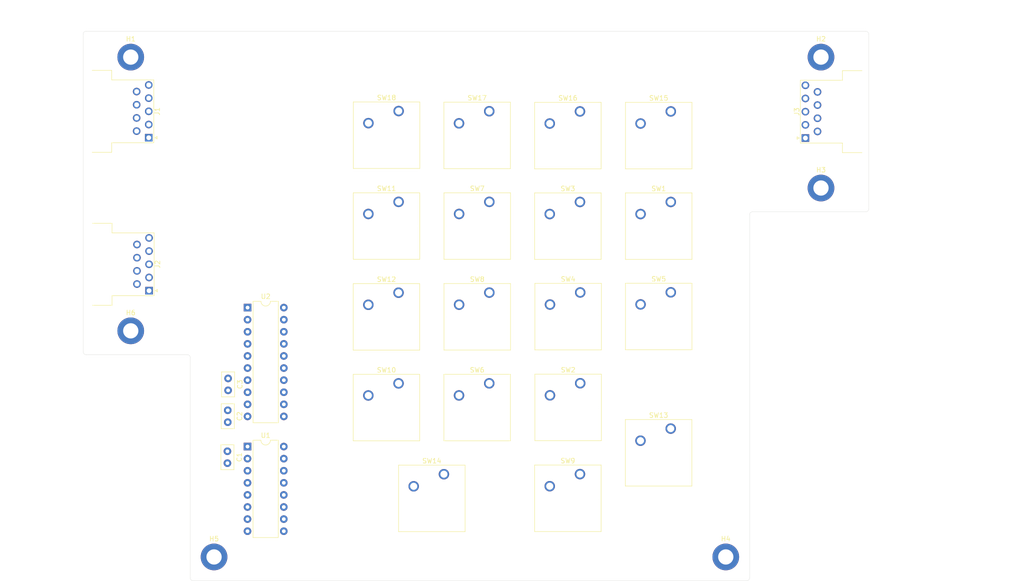
<source format=kicad_pcb>
(kicad_pcb (version 20171130) (host pcbnew 5.1.9+dfsg1-1)

  (general
    (thickness 1.6)
    (drawings 572)
    (tracks 0)
    (zones 0)
    (modules 32)
    (nets 34)
  )

  (page A4)
  (title_block
    (title CX85_AtariXE)
    (date 2022-02-16)
    (rev 0.1)
    (company "RetroBit Lab")
  )

  (layers
    (0 F.Cu signal)
    (31 B.Cu signal)
    (32 B.Adhes user)
    (33 F.Adhes user)
    (34 B.Paste user)
    (35 F.Paste user)
    (36 B.SilkS user)
    (37 F.SilkS user)
    (38 B.Mask user)
    (39 F.Mask user)
    (40 Dwgs.User user)
    (41 Cmts.User user)
    (42 Eco1.User user)
    (43 Eco2.User user)
    (44 Edge.Cuts user)
    (45 Margin user)
    (46 B.CrtYd user)
    (47 F.CrtYd user)
    (48 B.Fab user)
    (49 F.Fab user)
  )

  (setup
    (last_trace_width 0.5)
    (trace_clearance 0.256)
    (zone_clearance 0.508)
    (zone_45_only no)
    (trace_min 0.2)
    (via_size 0.8)
    (via_drill 0.4)
    (via_min_size 0.4)
    (via_min_drill 0.3)
    (uvia_size 0.3)
    (uvia_drill 0.1)
    (uvias_allowed no)
    (uvia_min_size 0.2)
    (uvia_min_drill 0.1)
    (edge_width 0.05)
    (segment_width 0.2)
    (pcb_text_width 0.3)
    (pcb_text_size 1.5 1.5)
    (mod_edge_width 0.12)
    (mod_text_size 1 1)
    (mod_text_width 0.15)
    (pad_size 1.524 1.524)
    (pad_drill 0.762)
    (pad_to_mask_clearance 0)
    (aux_axis_origin 0 0)
    (visible_elements FFFFFF7F)
    (pcbplotparams
      (layerselection 0x010fc_ffffffff)
      (usegerberextensions true)
      (usegerberattributes true)
      (usegerberadvancedattributes true)
      (creategerberjobfile true)
      (excludeedgelayer true)
      (linewidth 0.100000)
      (plotframeref false)
      (viasonmask true)
      (mode 1)
      (useauxorigin false)
      (hpglpennumber 1)
      (hpglpenspeed 20)
      (hpglpendiameter 15.000000)
      (psnegative false)
      (psa4output false)
      (plotreference true)
      (plotvalue true)
      (plotinvisibletext false)
      (padsonsilk false)
      (subtractmaskfromsilk false)
      (outputformat 1)
      (mirror false)
      (drillshape 0)
      (scaleselection 1)
      (outputdirectory "production/"))
  )

  (net 0 "")
  (net 1 +5V)
  (net 2 GND)
  (net 3 "Net-(C2-Pad1)")
  (net 4 "Net-(C3-Pad1)")
  (net 5 /JOY_9)
  (net 6 /JOY_6)
  (net 7 /JOY_5)
  (net 8 /JOY_4)
  (net 9 /JOY_3)
  (net 10 /JOY_2)
  (net 11 /JOY_1)
  (net 12 D0)
  (net 13 D1)
  (net 14 D2)
  (net 15 D3)
  (net 16 D4)
  (net 17 D5)
  (net 18 "Net-(J2-Pad9)")
  (net 19 "Net-(U1-Pad9)")
  (net 20 "Net-(U1-Pad3)")
  (net 21 "Net-(U1-Pad11)")
  (net 22 "Net-(U1-Pad5)")
  (net 23 "Net-(U1-Pad14)")
  (net 24 "Net-(U1-Pad7)")
  (net 25 COL0)
  (net 26 ROW0)
  (net 27 COL1)
  (net 28 COL2)
  (net 29 COL3)
  (net 30 ROW1)
  (net 31 ROW2)
  (net 32 COL4)
  (net 33 ROW3)

  (net_class Default "This is the default net class."
    (clearance 0.256)
    (trace_width 0.5)
    (via_dia 0.8)
    (via_drill 0.4)
    (uvia_dia 0.3)
    (uvia_drill 0.1)
    (add_net +5V)
    (add_net /JOY_1)
    (add_net /JOY_2)
    (add_net /JOY_3)
    (add_net /JOY_4)
    (add_net /JOY_5)
    (add_net /JOY_6)
    (add_net /JOY_9)
    (add_net COL0)
    (add_net COL1)
    (add_net COL2)
    (add_net COL3)
    (add_net COL4)
    (add_net D0)
    (add_net D1)
    (add_net D2)
    (add_net D3)
    (add_net D4)
    (add_net D5)
    (add_net GND)
    (add_net "Net-(C2-Pad1)")
    (add_net "Net-(C3-Pad1)")
    (add_net "Net-(J2-Pad9)")
    (add_net "Net-(U1-Pad11)")
    (add_net "Net-(U1-Pad14)")
    (add_net "Net-(U1-Pad3)")
    (add_net "Net-(U1-Pad5)")
    (add_net "Net-(U1-Pad7)")
    (add_net "Net-(U1-Pad9)")
    (add_net ROW0)
    (add_net ROW1)
    (add_net ROW2)
    (add_net ROW3)
  )

  (module Connector_Dsub:DSUB-9_Female_Horizontal_P2.77x2.54mm_EdgePinOffset9.40mm (layer F.Cu) (tedit 59FEDEE2) (tstamp 620D3755)
    (at 68.78 54.43 270)
    (descr "9-pin D-Sub connector, horizontal/angled (90 deg), THT-mount, female, pitch 2.77x2.54mm, pin-PCB-offset 9.4mm, see http://docs-europe.electrocomponents.com/webdocs/1585/0900766b81585df2.pdf")
    (tags "9-pin D-Sub connector horizontal angled 90deg THT female pitch 2.77x2.54mm pin-PCB-offset 9.4mm")
    (path /6225A523)
    (fp_text reference J1 (at -5.54 -1.8 90) (layer F.SilkS)
      (effects (font (size 1 1) (thickness 0.15)))
    )
    (fp_text value JOY1 (at -5.54 20.01 90) (layer F.Fab)
      (effects (font (size 1 1) (thickness 0.15)))
    )
    (fp_line (start 3.15 19.05) (end -14.2 19.05) (layer F.CrtYd) (width 0.05))
    (fp_line (start 3.15 12.85) (end 3.15 19.05) (layer F.CrtYd) (width 0.05))
    (fp_line (start 10.4 12.85) (end 3.15 12.85) (layer F.CrtYd) (width 0.05))
    (fp_line (start 10.4 11.45) (end 10.4 12.85) (layer F.CrtYd) (width 0.05))
    (fp_line (start 3.55 11.45) (end 10.4 11.45) (layer F.CrtYd) (width 0.05))
    (fp_line (start 3.55 7.35) (end 3.55 11.45) (layer F.CrtYd) (width 0.05))
    (fp_line (start 1.3 7.35) (end 3.55 7.35) (layer F.CrtYd) (width 0.05))
    (fp_line (start 1.3 -1.35) (end 1.3 7.35) (layer F.CrtYd) (width 0.05))
    (fp_line (start -12.4 -1.35) (end 1.3 -1.35) (layer F.CrtYd) (width 0.05))
    (fp_line (start -12.4 7.35) (end -12.4 -1.35) (layer F.CrtYd) (width 0.05))
    (fp_line (start -14.6 7.35) (end -12.4 7.35) (layer F.CrtYd) (width 0.05))
    (fp_line (start -14.6 11.45) (end -14.6 7.35) (layer F.CrtYd) (width 0.05))
    (fp_line (start -21.5 11.45) (end -14.6 11.45) (layer F.CrtYd) (width 0.05))
    (fp_line (start -21.5 12.85) (end -21.5 11.45) (layer F.CrtYd) (width 0.05))
    (fp_line (start -14.2 12.85) (end -21.5 12.85) (layer F.CrtYd) (width 0.05))
    (fp_line (start -14.2 19.05) (end -14.2 12.85) (layer F.CrtYd) (width 0.05))
    (fp_line (start 0 -1.321325) (end -0.25 -1.754338) (layer F.SilkS) (width 0.12))
    (fp_line (start 0.25 -1.754338) (end 0 -1.321325) (layer F.SilkS) (width 0.12))
    (fp_line (start -0.25 -1.754338) (end 0.25 -1.754338) (layer F.SilkS) (width 0.12))
    (fp_line (start 3.07 7.78) (end 3.07 11.88) (layer F.SilkS) (width 0.12))
    (fp_line (start 1.06 7.78) (end 3.07 7.78) (layer F.SilkS) (width 0.12))
    (fp_line (start 1.06 -1.06) (end 1.06 7.78) (layer F.SilkS) (width 0.12))
    (fp_line (start -12.14 -1.06) (end 1.06 -1.06) (layer F.SilkS) (width 0.12))
    (fp_line (start -12.14 7.78) (end -12.14 -1.06) (layer F.SilkS) (width 0.12))
    (fp_line (start -14.15 7.78) (end -12.14 7.78) (layer F.SilkS) (width 0.12))
    (fp_line (start -14.15 11.88) (end -14.15 7.78) (layer F.SilkS) (width 0.12))
    (fp_line (start 2.61 12.34) (end -13.69 12.34) (layer F.Fab) (width 0.1))
    (fp_line (start 2.61 18.51) (end 2.61 12.34) (layer F.Fab) (width 0.1))
    (fp_line (start -13.69 18.51) (end 2.61 18.51) (layer F.Fab) (width 0.1))
    (fp_line (start -13.69 12.34) (end -13.69 18.51) (layer F.Fab) (width 0.1))
    (fp_line (start 9.885 11.94) (end -20.965 11.94) (layer F.Fab) (width 0.1))
    (fp_line (start 9.885 12.34) (end 9.885 11.94) (layer F.Fab) (width 0.1))
    (fp_line (start -20.965 12.34) (end 9.885 12.34) (layer F.Fab) (width 0.1))
    (fp_line (start -20.965 11.94) (end -20.965 12.34) (layer F.Fab) (width 0.1))
    (fp_line (start 3.01 7.84) (end -14.09 7.84) (layer F.Fab) (width 0.1))
    (fp_line (start 3.01 11.94) (end 3.01 7.84) (layer F.Fab) (width 0.1))
    (fp_line (start -14.09 11.94) (end 3.01 11.94) (layer F.Fab) (width 0.1))
    (fp_line (start -14.09 7.84) (end -14.09 11.94) (layer F.Fab) (width 0.1))
    (fp_line (start -9.595 2.54) (end -9.595 7.84) (layer F.Fab) (width 0.1))
    (fp_line (start -9.695 2.54) (end -9.695 7.84) (layer F.Fab) (width 0.1))
    (fp_line (start -9.795 2.54) (end -9.795 7.84) (layer F.Fab) (width 0.1))
    (fp_line (start -6.825 2.54) (end -6.825 7.84) (layer F.Fab) (width 0.1))
    (fp_line (start -6.925 2.54) (end -6.925 7.84) (layer F.Fab) (width 0.1))
    (fp_line (start -7.025 2.54) (end -7.025 7.84) (layer F.Fab) (width 0.1))
    (fp_line (start -4.055 2.54) (end -4.055 7.84) (layer F.Fab) (width 0.1))
    (fp_line (start -4.155 2.54) (end -4.155 7.84) (layer F.Fab) (width 0.1))
    (fp_line (start -4.255 2.54) (end -4.255 7.84) (layer F.Fab) (width 0.1))
    (fp_line (start -1.285 2.54) (end -1.285 7.84) (layer F.Fab) (width 0.1))
    (fp_line (start -1.385 2.54) (end -1.385 7.84) (layer F.Fab) (width 0.1))
    (fp_line (start -1.485 2.54) (end -1.485 7.84) (layer F.Fab) (width 0.1))
    (fp_line (start -10.98 0) (end -10.98 7.84) (layer F.Fab) (width 0.1))
    (fp_line (start -11.08 0) (end -11.08 7.84) (layer F.Fab) (width 0.1))
    (fp_line (start -11.18 0) (end -11.18 7.84) (layer F.Fab) (width 0.1))
    (fp_line (start -8.21 0) (end -8.21 7.84) (layer F.Fab) (width 0.1))
    (fp_line (start -8.31 0) (end -8.31 7.84) (layer F.Fab) (width 0.1))
    (fp_line (start -8.41 0) (end -8.41 7.84) (layer F.Fab) (width 0.1))
    (fp_line (start -5.44 0) (end -5.44 7.84) (layer F.Fab) (width 0.1))
    (fp_line (start -5.54 0) (end -5.54 7.84) (layer F.Fab) (width 0.1))
    (fp_line (start -5.64 0) (end -5.64 7.84) (layer F.Fab) (width 0.1))
    (fp_line (start -2.67 0) (end -2.67 7.84) (layer F.Fab) (width 0.1))
    (fp_line (start -2.77 0) (end -2.77 7.84) (layer F.Fab) (width 0.1))
    (fp_line (start -2.87 0) (end -2.87 7.84) (layer F.Fab) (width 0.1))
    (fp_line (start 0.1 0) (end 0.1 7.84) (layer F.Fab) (width 0.1))
    (fp_line (start 0 0) (end 0 7.84) (layer F.Fab) (width 0.1))
    (fp_line (start -0.1 0) (end -0.1 7.84) (layer F.Fab) (width 0.1))
    (fp_text user %R (at -5.54 15.425 90) (layer F.Fab)
      (effects (font (size 1 1) (thickness 0.15)))
    )
    (pad 9 thru_hole circle (at -9.695 2.54 270) (size 1.6 1.6) (drill 1) (layers *.Cu *.Mask)
      (net 5 /JOY_9))
    (pad 8 thru_hole circle (at -6.925 2.54 270) (size 1.6 1.6) (drill 1) (layers *.Cu *.Mask)
      (net 2 GND))
    (pad 7 thru_hole circle (at -4.155 2.54 270) (size 1.6 1.6) (drill 1) (layers *.Cu *.Mask)
      (net 1 +5V))
    (pad 6 thru_hole circle (at -1.385 2.54 270) (size 1.6 1.6) (drill 1) (layers *.Cu *.Mask)
      (net 6 /JOY_6))
    (pad 5 thru_hole circle (at -11.08 0 270) (size 1.6 1.6) (drill 1) (layers *.Cu *.Mask)
      (net 7 /JOY_5))
    (pad 4 thru_hole circle (at -8.31 0 270) (size 1.6 1.6) (drill 1) (layers *.Cu *.Mask)
      (net 8 /JOY_4))
    (pad 3 thru_hole circle (at -5.54 0 270) (size 1.6 1.6) (drill 1) (layers *.Cu *.Mask)
      (net 9 /JOY_3))
    (pad 2 thru_hole circle (at -2.77 0 270) (size 1.6 1.6) (drill 1) (layers *.Cu *.Mask)
      (net 10 /JOY_2))
    (pad 1 thru_hole rect (at 0 0 270) (size 1.6 1.6) (drill 1) (layers *.Cu *.Mask)
      (net 11 /JOY_1))
    (model ${KISYS3DMOD}/Connector_Dsub.3dshapes/DSUB-9_Female_Horizontal_P2.77x2.54mm_EdgePinOffset9.40mm.wrl
      (at (xyz 0 0 0))
      (scale (xyz 1 1 1))
      (rotate (xyz 0 0 0))
    )
  )

  (module Connector_Dsub:DSUB-9_Female_Horizontal_P2.77x2.54mm_EdgePinOffset9.40mm (layer F.Cu) (tedit 59FEDEE2) (tstamp 620D37A4)
    (at 68.85 86.56 270)
    (descr "9-pin D-Sub connector, horizontal/angled (90 deg), THT-mount, female, pitch 2.77x2.54mm, pin-PCB-offset 9.4mm, see http://docs-europe.electrocomponents.com/webdocs/1585/0900766b81585df2.pdf")
    (tags "9-pin D-Sub connector horizontal angled 90deg THT female pitch 2.77x2.54mm pin-PCB-offset 9.4mm")
    (path /620DB6D5)
    (fp_text reference J2 (at -5.54 -1.8 90) (layer F.SilkS)
      (effects (font (size 1 1) (thickness 0.15)))
    )
    (fp_text value JOY2 (at -5.54 20.01 90) (layer F.Fab)
      (effects (font (size 1 1) (thickness 0.15)))
    )
    (fp_line (start -0.1 0) (end -0.1 7.84) (layer F.Fab) (width 0.1))
    (fp_line (start 0 0) (end 0 7.84) (layer F.Fab) (width 0.1))
    (fp_line (start 0.1 0) (end 0.1 7.84) (layer F.Fab) (width 0.1))
    (fp_line (start -2.87 0) (end -2.87 7.84) (layer F.Fab) (width 0.1))
    (fp_line (start -2.77 0) (end -2.77 7.84) (layer F.Fab) (width 0.1))
    (fp_line (start -2.67 0) (end -2.67 7.84) (layer F.Fab) (width 0.1))
    (fp_line (start -5.64 0) (end -5.64 7.84) (layer F.Fab) (width 0.1))
    (fp_line (start -5.54 0) (end -5.54 7.84) (layer F.Fab) (width 0.1))
    (fp_line (start -5.44 0) (end -5.44 7.84) (layer F.Fab) (width 0.1))
    (fp_line (start -8.41 0) (end -8.41 7.84) (layer F.Fab) (width 0.1))
    (fp_line (start -8.31 0) (end -8.31 7.84) (layer F.Fab) (width 0.1))
    (fp_line (start -8.21 0) (end -8.21 7.84) (layer F.Fab) (width 0.1))
    (fp_line (start -11.18 0) (end -11.18 7.84) (layer F.Fab) (width 0.1))
    (fp_line (start -11.08 0) (end -11.08 7.84) (layer F.Fab) (width 0.1))
    (fp_line (start -10.98 0) (end -10.98 7.84) (layer F.Fab) (width 0.1))
    (fp_line (start -1.485 2.54) (end -1.485 7.84) (layer F.Fab) (width 0.1))
    (fp_line (start -1.385 2.54) (end -1.385 7.84) (layer F.Fab) (width 0.1))
    (fp_line (start -1.285 2.54) (end -1.285 7.84) (layer F.Fab) (width 0.1))
    (fp_line (start -4.255 2.54) (end -4.255 7.84) (layer F.Fab) (width 0.1))
    (fp_line (start -4.155 2.54) (end -4.155 7.84) (layer F.Fab) (width 0.1))
    (fp_line (start -4.055 2.54) (end -4.055 7.84) (layer F.Fab) (width 0.1))
    (fp_line (start -7.025 2.54) (end -7.025 7.84) (layer F.Fab) (width 0.1))
    (fp_line (start -6.925 2.54) (end -6.925 7.84) (layer F.Fab) (width 0.1))
    (fp_line (start -6.825 2.54) (end -6.825 7.84) (layer F.Fab) (width 0.1))
    (fp_line (start -9.795 2.54) (end -9.795 7.84) (layer F.Fab) (width 0.1))
    (fp_line (start -9.695 2.54) (end -9.695 7.84) (layer F.Fab) (width 0.1))
    (fp_line (start -9.595 2.54) (end -9.595 7.84) (layer F.Fab) (width 0.1))
    (fp_line (start -14.09 7.84) (end -14.09 11.94) (layer F.Fab) (width 0.1))
    (fp_line (start -14.09 11.94) (end 3.01 11.94) (layer F.Fab) (width 0.1))
    (fp_line (start 3.01 11.94) (end 3.01 7.84) (layer F.Fab) (width 0.1))
    (fp_line (start 3.01 7.84) (end -14.09 7.84) (layer F.Fab) (width 0.1))
    (fp_line (start -20.965 11.94) (end -20.965 12.34) (layer F.Fab) (width 0.1))
    (fp_line (start -20.965 12.34) (end 9.885 12.34) (layer F.Fab) (width 0.1))
    (fp_line (start 9.885 12.34) (end 9.885 11.94) (layer F.Fab) (width 0.1))
    (fp_line (start 9.885 11.94) (end -20.965 11.94) (layer F.Fab) (width 0.1))
    (fp_line (start -13.69 12.34) (end -13.69 18.51) (layer F.Fab) (width 0.1))
    (fp_line (start -13.69 18.51) (end 2.61 18.51) (layer F.Fab) (width 0.1))
    (fp_line (start 2.61 18.51) (end 2.61 12.34) (layer F.Fab) (width 0.1))
    (fp_line (start 2.61 12.34) (end -13.69 12.34) (layer F.Fab) (width 0.1))
    (fp_line (start -14.15 11.88) (end -14.15 7.78) (layer F.SilkS) (width 0.12))
    (fp_line (start -14.15 7.78) (end -12.14 7.78) (layer F.SilkS) (width 0.12))
    (fp_line (start -12.14 7.78) (end -12.14 -1.06) (layer F.SilkS) (width 0.12))
    (fp_line (start -12.14 -1.06) (end 1.06 -1.06) (layer F.SilkS) (width 0.12))
    (fp_line (start 1.06 -1.06) (end 1.06 7.78) (layer F.SilkS) (width 0.12))
    (fp_line (start 1.06 7.78) (end 3.07 7.78) (layer F.SilkS) (width 0.12))
    (fp_line (start 3.07 7.78) (end 3.07 11.88) (layer F.SilkS) (width 0.12))
    (fp_line (start -0.25 -1.754338) (end 0.25 -1.754338) (layer F.SilkS) (width 0.12))
    (fp_line (start 0.25 -1.754338) (end 0 -1.321325) (layer F.SilkS) (width 0.12))
    (fp_line (start 0 -1.321325) (end -0.25 -1.754338) (layer F.SilkS) (width 0.12))
    (fp_line (start -14.2 19.05) (end -14.2 12.85) (layer F.CrtYd) (width 0.05))
    (fp_line (start -14.2 12.85) (end -21.5 12.85) (layer F.CrtYd) (width 0.05))
    (fp_line (start -21.5 12.85) (end -21.5 11.45) (layer F.CrtYd) (width 0.05))
    (fp_line (start -21.5 11.45) (end -14.6 11.45) (layer F.CrtYd) (width 0.05))
    (fp_line (start -14.6 11.45) (end -14.6 7.35) (layer F.CrtYd) (width 0.05))
    (fp_line (start -14.6 7.35) (end -12.4 7.35) (layer F.CrtYd) (width 0.05))
    (fp_line (start -12.4 7.35) (end -12.4 -1.35) (layer F.CrtYd) (width 0.05))
    (fp_line (start -12.4 -1.35) (end 1.3 -1.35) (layer F.CrtYd) (width 0.05))
    (fp_line (start 1.3 -1.35) (end 1.3 7.35) (layer F.CrtYd) (width 0.05))
    (fp_line (start 1.3 7.35) (end 3.55 7.35) (layer F.CrtYd) (width 0.05))
    (fp_line (start 3.55 7.35) (end 3.55 11.45) (layer F.CrtYd) (width 0.05))
    (fp_line (start 3.55 11.45) (end 10.4 11.45) (layer F.CrtYd) (width 0.05))
    (fp_line (start 10.4 11.45) (end 10.4 12.85) (layer F.CrtYd) (width 0.05))
    (fp_line (start 10.4 12.85) (end 3.15 12.85) (layer F.CrtYd) (width 0.05))
    (fp_line (start 3.15 12.85) (end 3.15 19.05) (layer F.CrtYd) (width 0.05))
    (fp_line (start 3.15 19.05) (end -14.2 19.05) (layer F.CrtYd) (width 0.05))
    (fp_text user %R (at -5.54 15.425 90) (layer F.Fab)
      (effects (font (size 1 1) (thickness 0.15)))
    )
    (pad 1 thru_hole rect (at 0 0 270) (size 1.6 1.6) (drill 1) (layers *.Cu *.Mask)
      (net 12 D0))
    (pad 2 thru_hole circle (at -2.77 0 270) (size 1.6 1.6) (drill 1) (layers *.Cu *.Mask)
      (net 13 D1))
    (pad 3 thru_hole circle (at -5.54 0 270) (size 1.6 1.6) (drill 1) (layers *.Cu *.Mask)
      (net 14 D2))
    (pad 4 thru_hole circle (at -8.31 0 270) (size 1.6 1.6) (drill 1) (layers *.Cu *.Mask)
      (net 15 D3))
    (pad 5 thru_hole circle (at -11.08 0 270) (size 1.6 1.6) (drill 1) (layers *.Cu *.Mask)
      (net 16 D4))
    (pad 6 thru_hole circle (at -1.385 2.54 270) (size 1.6 1.6) (drill 1) (layers *.Cu *.Mask)
      (net 17 D5))
    (pad 7 thru_hole circle (at -4.155 2.54 270) (size 1.6 1.6) (drill 1) (layers *.Cu *.Mask)
      (net 1 +5V))
    (pad 8 thru_hole circle (at -6.925 2.54 270) (size 1.6 1.6) (drill 1) (layers *.Cu *.Mask)
      (net 2 GND))
    (pad 9 thru_hole circle (at -9.695 2.54 270) (size 1.6 1.6) (drill 1) (layers *.Cu *.Mask)
      (net 18 "Net-(J2-Pad9)"))
    (model ${KISYS3DMOD}/Connector_Dsub.3dshapes/DSUB-9_Female_Horizontal_P2.77x2.54mm_EdgePinOffset9.40mm.wrl
      (at (xyz 0 0 0))
      (scale (xyz 1 1 1))
      (rotate (xyz 0 0 0))
    )
  )

  (module Connector_Dsub:DSUB-9_Male_Horizontal_P2.77x2.54mm_EdgePinOffset9.40mm (layer F.Cu) (tedit 59FEDEE2) (tstamp 620D37F3)
    (at 206.73 54.5 90)
    (descr "9-pin D-Sub connector, horizontal/angled (90 deg), THT-mount, male, pitch 2.77x2.54mm, pin-PCB-offset 9.4mm, see http://docs-europe.electrocomponents.com/webdocs/1585/0900766b81585df2.pdf")
    (tags "9-pin D-Sub connector horizontal angled 90deg THT male pitch 2.77x2.54mm pin-PCB-offset 9.4mm")
    (path /62354F56)
    (fp_text reference J3 (at 5.54 -1.8 90) (layer F.SilkS)
      (effects (font (size 1 1) (thickness 0.15)))
    )
    (fp_text value JOY1_OUT (at 5.54 19.84 90) (layer F.Fab)
      (effects (font (size 1 1) (thickness 0.15)))
    )
    (fp_line (start -0.1 0) (end -0.1 7.84) (layer F.Fab) (width 0.1))
    (fp_line (start 0 0) (end 0 7.84) (layer F.Fab) (width 0.1))
    (fp_line (start 0.1 0) (end 0.1 7.84) (layer F.Fab) (width 0.1))
    (fp_line (start 2.67 0) (end 2.67 7.84) (layer F.Fab) (width 0.1))
    (fp_line (start 2.77 0) (end 2.77 7.84) (layer F.Fab) (width 0.1))
    (fp_line (start 2.87 0) (end 2.87 7.84) (layer F.Fab) (width 0.1))
    (fp_line (start 5.44 0) (end 5.44 7.84) (layer F.Fab) (width 0.1))
    (fp_line (start 5.54 0) (end 5.54 7.84) (layer F.Fab) (width 0.1))
    (fp_line (start 5.64 0) (end 5.64 7.84) (layer F.Fab) (width 0.1))
    (fp_line (start 8.21 0) (end 8.21 7.84) (layer F.Fab) (width 0.1))
    (fp_line (start 8.31 0) (end 8.31 7.84) (layer F.Fab) (width 0.1))
    (fp_line (start 8.41 0) (end 8.41 7.84) (layer F.Fab) (width 0.1))
    (fp_line (start 10.98 0) (end 10.98 7.84) (layer F.Fab) (width 0.1))
    (fp_line (start 11.08 0) (end 11.08 7.84) (layer F.Fab) (width 0.1))
    (fp_line (start 11.18 0) (end 11.18 7.84) (layer F.Fab) (width 0.1))
    (fp_line (start 1.285 2.54) (end 1.285 7.84) (layer F.Fab) (width 0.1))
    (fp_line (start 1.385 2.54) (end 1.385 7.84) (layer F.Fab) (width 0.1))
    (fp_line (start 1.485 2.54) (end 1.485 7.84) (layer F.Fab) (width 0.1))
    (fp_line (start 4.055 2.54) (end 4.055 7.84) (layer F.Fab) (width 0.1))
    (fp_line (start 4.155 2.54) (end 4.155 7.84) (layer F.Fab) (width 0.1))
    (fp_line (start 4.255 2.54) (end 4.255 7.84) (layer F.Fab) (width 0.1))
    (fp_line (start 6.825 2.54) (end 6.825 7.84) (layer F.Fab) (width 0.1))
    (fp_line (start 6.925 2.54) (end 6.925 7.84) (layer F.Fab) (width 0.1))
    (fp_line (start 7.025 2.54) (end 7.025 7.84) (layer F.Fab) (width 0.1))
    (fp_line (start 9.595 2.54) (end 9.595 7.84) (layer F.Fab) (width 0.1))
    (fp_line (start 9.695 2.54) (end 9.695 7.84) (layer F.Fab) (width 0.1))
    (fp_line (start 9.795 2.54) (end 9.795 7.84) (layer F.Fab) (width 0.1))
    (fp_line (start -3.01 7.84) (end -3.01 11.94) (layer F.Fab) (width 0.1))
    (fp_line (start -3.01 11.94) (end 14.09 11.94) (layer F.Fab) (width 0.1))
    (fp_line (start 14.09 11.94) (end 14.09 7.84) (layer F.Fab) (width 0.1))
    (fp_line (start 14.09 7.84) (end -3.01 7.84) (layer F.Fab) (width 0.1))
    (fp_line (start -9.885 11.94) (end -9.885 12.34) (layer F.Fab) (width 0.1))
    (fp_line (start -9.885 12.34) (end 20.965 12.34) (layer F.Fab) (width 0.1))
    (fp_line (start 20.965 12.34) (end 20.965 11.94) (layer F.Fab) (width 0.1))
    (fp_line (start 20.965 11.94) (end -9.885 11.94) (layer F.Fab) (width 0.1))
    (fp_line (start -2.61 12.34) (end -2.61 18.34) (layer F.Fab) (width 0.1))
    (fp_line (start -2.61 18.34) (end 13.69 18.34) (layer F.Fab) (width 0.1))
    (fp_line (start 13.69 18.34) (end 13.69 12.34) (layer F.Fab) (width 0.1))
    (fp_line (start 13.69 12.34) (end -2.61 12.34) (layer F.Fab) (width 0.1))
    (fp_line (start -3.07 11.88) (end -3.07 7.78) (layer F.SilkS) (width 0.12))
    (fp_line (start -3.07 7.78) (end -1.06 7.78) (layer F.SilkS) (width 0.12))
    (fp_line (start -1.06 7.78) (end -1.06 -1.06) (layer F.SilkS) (width 0.12))
    (fp_line (start -1.06 -1.06) (end 12.14 -1.06) (layer F.SilkS) (width 0.12))
    (fp_line (start 12.14 -1.06) (end 12.14 7.78) (layer F.SilkS) (width 0.12))
    (fp_line (start 12.14 7.78) (end 14.15 7.78) (layer F.SilkS) (width 0.12))
    (fp_line (start 14.15 7.78) (end 14.15 11.88) (layer F.SilkS) (width 0.12))
    (fp_line (start -0.25 -1.754338) (end 0.25 -1.754338) (layer F.SilkS) (width 0.12))
    (fp_line (start 0.25 -1.754338) (end 0 -1.321325) (layer F.SilkS) (width 0.12))
    (fp_line (start 0 -1.321325) (end -0.25 -1.754338) (layer F.SilkS) (width 0.12))
    (fp_line (start -3.15 18.85) (end -3.15 12.85) (layer F.CrtYd) (width 0.05))
    (fp_line (start -3.15 12.85) (end -10.4 12.85) (layer F.CrtYd) (width 0.05))
    (fp_line (start -10.4 12.85) (end -10.4 11.45) (layer F.CrtYd) (width 0.05))
    (fp_line (start -10.4 11.45) (end -3.55 11.45) (layer F.CrtYd) (width 0.05))
    (fp_line (start -3.55 11.45) (end -3.55 7.35) (layer F.CrtYd) (width 0.05))
    (fp_line (start -3.55 7.35) (end -1.3 7.35) (layer F.CrtYd) (width 0.05))
    (fp_line (start -1.3 7.35) (end -1.3 -1.35) (layer F.CrtYd) (width 0.05))
    (fp_line (start -1.3 -1.35) (end 12.4 -1.35) (layer F.CrtYd) (width 0.05))
    (fp_line (start 12.4 -1.35) (end 12.4 7.35) (layer F.CrtYd) (width 0.05))
    (fp_line (start 12.4 7.35) (end 14.6 7.35) (layer F.CrtYd) (width 0.05))
    (fp_line (start 14.6 7.35) (end 14.6 11.45) (layer F.CrtYd) (width 0.05))
    (fp_line (start 14.6 11.45) (end 21.5 11.45) (layer F.CrtYd) (width 0.05))
    (fp_line (start 21.5 11.45) (end 21.5 12.85) (layer F.CrtYd) (width 0.05))
    (fp_line (start 21.5 12.85) (end 14.2 12.85) (layer F.CrtYd) (width 0.05))
    (fp_line (start 14.2 12.85) (end 14.2 18.85) (layer F.CrtYd) (width 0.05))
    (fp_line (start 14.2 18.85) (end -3.15 18.85) (layer F.CrtYd) (width 0.05))
    (fp_text user %R (at 5.54 15.34 90) (layer F.Fab)
      (effects (font (size 1 1) (thickness 0.15)))
    )
    (pad 1 thru_hole rect (at 0 0 90) (size 1.6 1.6) (drill 1) (layers *.Cu *.Mask)
      (net 11 /JOY_1))
    (pad 2 thru_hole circle (at 2.77 0 90) (size 1.6 1.6) (drill 1) (layers *.Cu *.Mask)
      (net 10 /JOY_2))
    (pad 3 thru_hole circle (at 5.54 0 90) (size 1.6 1.6) (drill 1) (layers *.Cu *.Mask)
      (net 9 /JOY_3))
    (pad 4 thru_hole circle (at 8.31 0 90) (size 1.6 1.6) (drill 1) (layers *.Cu *.Mask)
      (net 8 /JOY_4))
    (pad 5 thru_hole circle (at 11.08 0 90) (size 1.6 1.6) (drill 1) (layers *.Cu *.Mask)
      (net 7 /JOY_5))
    (pad 6 thru_hole circle (at 1.385 2.54 90) (size 1.6 1.6) (drill 1) (layers *.Cu *.Mask)
      (net 6 /JOY_6))
    (pad 7 thru_hole circle (at 4.155 2.54 90) (size 1.6 1.6) (drill 1) (layers *.Cu *.Mask)
      (net 1 +5V))
    (pad 8 thru_hole circle (at 6.925 2.54 90) (size 1.6 1.6) (drill 1) (layers *.Cu *.Mask)
      (net 2 GND))
    (pad 9 thru_hole circle (at 9.695 2.54 90) (size 1.6 1.6) (drill 1) (layers *.Cu *.Mask)
      (net 5 /JOY_9))
    (model ${KISYS3DMOD}/Connector_Dsub.3dshapes/DSUB-9_Male_Horizontal_P2.77x2.54mm_EdgePinOffset9.40mm.wrl
      (at (xyz 0 0 0))
      (scale (xyz 1 1 1))
      (rotate (xyz 0 0 0))
    )
  )

  (module Button_Switch_Keyboard:SW_Cherry_MX_1.00u_PCB (layer F.Cu) (tedit 5A02FE24) (tstamp 620D380D)
    (at 178.45 67.93)
    (descr "Cherry MX keyswitch, 1.00u, PCB mount, http://cherryamericas.com/wp-content/uploads/2014/12/mx_cat.pdf")
    (tags "Cherry MX keyswitch 1.00u PCB")
    (path /620DE522)
    (fp_text reference SW1 (at -2.54 -2.794) (layer F.SilkS)
      (effects (font (size 1 1) (thickness 0.15)))
    )
    (fp_text value KP_MINUS (at -2.54 12.954) (layer F.Fab)
      (effects (font (size 1 1) (thickness 0.15)))
    )
    (fp_line (start -8.89 -1.27) (end 3.81 -1.27) (layer F.Fab) (width 0.1))
    (fp_line (start 3.81 -1.27) (end 3.81 11.43) (layer F.Fab) (width 0.1))
    (fp_line (start 3.81 11.43) (end -8.89 11.43) (layer F.Fab) (width 0.1))
    (fp_line (start -8.89 11.43) (end -8.89 -1.27) (layer F.Fab) (width 0.1))
    (fp_line (start -9.14 11.68) (end -9.14 -1.52) (layer F.CrtYd) (width 0.05))
    (fp_line (start 4.06 11.68) (end -9.14 11.68) (layer F.CrtYd) (width 0.05))
    (fp_line (start 4.06 -1.52) (end 4.06 11.68) (layer F.CrtYd) (width 0.05))
    (fp_line (start -9.14 -1.52) (end 4.06 -1.52) (layer F.CrtYd) (width 0.05))
    (fp_line (start -12.065 -4.445) (end 6.985 -4.445) (layer Dwgs.User) (width 0.15))
    (fp_line (start 6.985 -4.445) (end 6.985 14.605) (layer Dwgs.User) (width 0.15))
    (fp_line (start 6.985 14.605) (end -12.065 14.605) (layer Dwgs.User) (width 0.15))
    (fp_line (start -12.065 14.605) (end -12.065 -4.445) (layer Dwgs.User) (width 0.15))
    (fp_line (start -9.525 -1.905) (end 4.445 -1.905) (layer F.SilkS) (width 0.12))
    (fp_line (start 4.445 -1.905) (end 4.445 12.065) (layer F.SilkS) (width 0.12))
    (fp_line (start 4.445 12.065) (end -9.525 12.065) (layer F.SilkS) (width 0.12))
    (fp_line (start -9.525 12.065) (end -9.525 -1.905) (layer F.SilkS) (width 0.12))
    (fp_text user %R (at -2.54 -2.794) (layer F.Fab)
      (effects (font (size 1 1) (thickness 0.15)))
    )
    (pad 1 thru_hole circle (at 0 0) (size 2.2 2.2) (drill 1.5) (layers *.Cu *.Mask)
      (net 25 COL0))
    (pad 2 thru_hole circle (at -6.35 2.54) (size 2.2 2.2) (drill 1.5) (layers *.Cu *.Mask)
      (net 26 ROW0))
    (pad "" np_thru_hole circle (at -2.54 5.08) (size 4 4) (drill 4) (layers *.Cu *.Mask))
    (pad "" np_thru_hole circle (at -7.62 5.08) (size 1.7 1.7) (drill 1.7) (layers *.Cu *.Mask))
    (pad "" np_thru_hole circle (at 2.54 5.08) (size 1.7 1.7) (drill 1.7) (layers *.Cu *.Mask))
    (model ${KISYS3DMOD}/Button_Switch_Keyboard.3dshapes/SW_Cherry_MX_1.00u_PCB.wrl
      (at (xyz 0 0 0))
      (scale (xyz 1 1 1))
      (rotate (xyz 0 0 0))
    )
  )

  (module Button_Switch_Keyboard:SW_Cherry_MX_1.00u_PCB (layer F.Cu) (tedit 5A02FE24) (tstamp 620D3827)
    (at 159.42 106.01)
    (descr "Cherry MX keyswitch, 1.00u, PCB mount, http://cherryamericas.com/wp-content/uploads/2014/12/mx_cat.pdf")
    (tags "Cherry MX keyswitch 1.00u PCB")
    (path /620E1628)
    (fp_text reference SW2 (at -2.54 -2.794) (layer F.SilkS)
      (effects (font (size 1 1) (thickness 0.15)))
    )
    (fp_text value KP_3 (at -2.54 12.954) (layer F.Fab)
      (effects (font (size 1 1) (thickness 0.15)))
    )
    (fp_line (start -8.89 -1.27) (end 3.81 -1.27) (layer F.Fab) (width 0.1))
    (fp_line (start 3.81 -1.27) (end 3.81 11.43) (layer F.Fab) (width 0.1))
    (fp_line (start 3.81 11.43) (end -8.89 11.43) (layer F.Fab) (width 0.1))
    (fp_line (start -8.89 11.43) (end -8.89 -1.27) (layer F.Fab) (width 0.1))
    (fp_line (start -9.14 11.68) (end -9.14 -1.52) (layer F.CrtYd) (width 0.05))
    (fp_line (start 4.06 11.68) (end -9.14 11.68) (layer F.CrtYd) (width 0.05))
    (fp_line (start 4.06 -1.52) (end 4.06 11.68) (layer F.CrtYd) (width 0.05))
    (fp_line (start -9.14 -1.52) (end 4.06 -1.52) (layer F.CrtYd) (width 0.05))
    (fp_line (start -12.065 -4.445) (end 6.985 -4.445) (layer Dwgs.User) (width 0.15))
    (fp_line (start 6.985 -4.445) (end 6.985 14.605) (layer Dwgs.User) (width 0.15))
    (fp_line (start 6.985 14.605) (end -12.065 14.605) (layer Dwgs.User) (width 0.15))
    (fp_line (start -12.065 14.605) (end -12.065 -4.445) (layer Dwgs.User) (width 0.15))
    (fp_line (start -9.525 -1.905) (end 4.445 -1.905) (layer F.SilkS) (width 0.12))
    (fp_line (start 4.445 -1.905) (end 4.445 12.065) (layer F.SilkS) (width 0.12))
    (fp_line (start 4.445 12.065) (end -9.525 12.065) (layer F.SilkS) (width 0.12))
    (fp_line (start -9.525 12.065) (end -9.525 -1.905) (layer F.SilkS) (width 0.12))
    (fp_text user %R (at -2.54 -2.794) (layer F.Fab)
      (effects (font (size 1 1) (thickness 0.15)))
    )
    (pad 1 thru_hole circle (at 0 0) (size 2.2 2.2) (drill 1.5) (layers *.Cu *.Mask)
      (net 27 COL1))
    (pad 2 thru_hole circle (at -6.35 2.54) (size 2.2 2.2) (drill 1.5) (layers *.Cu *.Mask)
      (net 26 ROW0))
    (pad "" np_thru_hole circle (at -2.54 5.08) (size 4 4) (drill 4) (layers *.Cu *.Mask))
    (pad "" np_thru_hole circle (at -7.62 5.08) (size 1.7 1.7) (drill 1.7) (layers *.Cu *.Mask))
    (pad "" np_thru_hole circle (at 2.54 5.08) (size 1.7 1.7) (drill 1.7) (layers *.Cu *.Mask))
    (model ${KISYS3DMOD}/Button_Switch_Keyboard.3dshapes/SW_Cherry_MX_1.00u_PCB.wrl
      (at (xyz 0 0 0))
      (scale (xyz 1 1 1))
      (rotate (xyz 0 0 0))
    )
  )

  (module Button_Switch_Keyboard:SW_Cherry_MX_1.00u_PCB (layer F.Cu) (tedit 5A02FE24) (tstamp 620D4654)
    (at 159.37 67.93)
    (descr "Cherry MX keyswitch, 1.00u, PCB mount, http://cherryamericas.com/wp-content/uploads/2014/12/mx_cat.pdf")
    (tags "Cherry MX keyswitch 1.00u PCB")
    (path /620E2931)
    (fp_text reference SW3 (at -2.54 -2.794) (layer F.SilkS)
      (effects (font (size 1 1) (thickness 0.15)))
    )
    (fp_text value KP_9 (at -2.54 12.954) (layer F.Fab)
      (effects (font (size 1 1) (thickness 0.15)))
    )
    (fp_line (start -9.525 12.065) (end -9.525 -1.905) (layer F.SilkS) (width 0.12))
    (fp_line (start 4.445 12.065) (end -9.525 12.065) (layer F.SilkS) (width 0.12))
    (fp_line (start 4.445 -1.905) (end 4.445 12.065) (layer F.SilkS) (width 0.12))
    (fp_line (start -9.525 -1.905) (end 4.445 -1.905) (layer F.SilkS) (width 0.12))
    (fp_line (start -12.065 14.605) (end -12.065 -4.445) (layer Dwgs.User) (width 0.15))
    (fp_line (start 6.985 14.605) (end -12.065 14.605) (layer Dwgs.User) (width 0.15))
    (fp_line (start 6.985 -4.445) (end 6.985 14.605) (layer Dwgs.User) (width 0.15))
    (fp_line (start -12.065 -4.445) (end 6.985 -4.445) (layer Dwgs.User) (width 0.15))
    (fp_line (start -9.14 -1.52) (end 4.06 -1.52) (layer F.CrtYd) (width 0.05))
    (fp_line (start 4.06 -1.52) (end 4.06 11.68) (layer F.CrtYd) (width 0.05))
    (fp_line (start 4.06 11.68) (end -9.14 11.68) (layer F.CrtYd) (width 0.05))
    (fp_line (start -9.14 11.68) (end -9.14 -1.52) (layer F.CrtYd) (width 0.05))
    (fp_line (start -8.89 11.43) (end -8.89 -1.27) (layer F.Fab) (width 0.1))
    (fp_line (start 3.81 11.43) (end -8.89 11.43) (layer F.Fab) (width 0.1))
    (fp_line (start 3.81 -1.27) (end 3.81 11.43) (layer F.Fab) (width 0.1))
    (fp_line (start -8.89 -1.27) (end 3.81 -1.27) (layer F.Fab) (width 0.1))
    (fp_text user %R (at -2.54 -2.794) (layer F.Fab)
      (effects (font (size 1 1) (thickness 0.15)))
    )
    (pad "" np_thru_hole circle (at 2.54 5.08) (size 1.7 1.7) (drill 1.7) (layers *.Cu *.Mask))
    (pad "" np_thru_hole circle (at -7.62 5.08) (size 1.7 1.7) (drill 1.7) (layers *.Cu *.Mask))
    (pad "" np_thru_hole circle (at -2.54 5.08) (size 4 4) (drill 4) (layers *.Cu *.Mask))
    (pad 2 thru_hole circle (at -6.35 2.54) (size 2.2 2.2) (drill 1.5) (layers *.Cu *.Mask)
      (net 26 ROW0))
    (pad 1 thru_hole circle (at 0 0) (size 2.2 2.2) (drill 1.5) (layers *.Cu *.Mask)
      (net 28 COL2))
    (model ${KISYS3DMOD}/Button_Switch_Keyboard.3dshapes/SW_Cherry_MX_1.00u_PCB.wrl
      (at (xyz 0 0 0))
      (scale (xyz 1 1 1))
      (rotate (xyz 0 0 0))
    )
  )

  (module Button_Switch_Keyboard:SW_Cherry_MX_1.00u_PCB (layer F.Cu) (tedit 5A02FE24) (tstamp 620D385B)
    (at 159.42 86.94)
    (descr "Cherry MX keyswitch, 1.00u, PCB mount, http://cherryamericas.com/wp-content/uploads/2014/12/mx_cat.pdf")
    (tags "Cherry MX keyswitch 1.00u PCB")
    (path /62149BCD)
    (fp_text reference SW4 (at -2.54 -2.794) (layer F.SilkS)
      (effects (font (size 1 1) (thickness 0.15)))
    )
    (fp_text value KP_6 (at -2.54 12.954) (layer F.Fab)
      (effects (font (size 1 1) (thickness 0.15)))
    )
    (fp_line (start -9.525 12.065) (end -9.525 -1.905) (layer F.SilkS) (width 0.12))
    (fp_line (start 4.445 12.065) (end -9.525 12.065) (layer F.SilkS) (width 0.12))
    (fp_line (start 4.445 -1.905) (end 4.445 12.065) (layer F.SilkS) (width 0.12))
    (fp_line (start -9.525 -1.905) (end 4.445 -1.905) (layer F.SilkS) (width 0.12))
    (fp_line (start -12.065 14.605) (end -12.065 -4.445) (layer Dwgs.User) (width 0.15))
    (fp_line (start 6.985 14.605) (end -12.065 14.605) (layer Dwgs.User) (width 0.15))
    (fp_line (start 6.985 -4.445) (end 6.985 14.605) (layer Dwgs.User) (width 0.15))
    (fp_line (start -12.065 -4.445) (end 6.985 -4.445) (layer Dwgs.User) (width 0.15))
    (fp_line (start -9.14 -1.52) (end 4.06 -1.52) (layer F.CrtYd) (width 0.05))
    (fp_line (start 4.06 -1.52) (end 4.06 11.68) (layer F.CrtYd) (width 0.05))
    (fp_line (start 4.06 11.68) (end -9.14 11.68) (layer F.CrtYd) (width 0.05))
    (fp_line (start -9.14 11.68) (end -9.14 -1.52) (layer F.CrtYd) (width 0.05))
    (fp_line (start -8.89 11.43) (end -8.89 -1.27) (layer F.Fab) (width 0.1))
    (fp_line (start 3.81 11.43) (end -8.89 11.43) (layer F.Fab) (width 0.1))
    (fp_line (start 3.81 -1.27) (end 3.81 11.43) (layer F.Fab) (width 0.1))
    (fp_line (start -8.89 -1.27) (end 3.81 -1.27) (layer F.Fab) (width 0.1))
    (fp_text user %R (at -2.54 -2.794) (layer F.Fab)
      (effects (font (size 1 1) (thickness 0.15)))
    )
    (pad "" np_thru_hole circle (at 2.54 5.08) (size 1.7 1.7) (drill 1.7) (layers *.Cu *.Mask))
    (pad "" np_thru_hole circle (at -7.62 5.08) (size 1.7 1.7) (drill 1.7) (layers *.Cu *.Mask))
    (pad "" np_thru_hole circle (at -2.54 5.08) (size 4 4) (drill 4) (layers *.Cu *.Mask))
    (pad 2 thru_hole circle (at -6.35 2.54) (size 2.2 2.2) (drill 1.5) (layers *.Cu *.Mask)
      (net 26 ROW0))
    (pad 1 thru_hole circle (at 0 0) (size 2.2 2.2) (drill 1.5) (layers *.Cu *.Mask)
      (net 29 COL3))
    (model ${KISYS3DMOD}/Button_Switch_Keyboard.3dshapes/SW_Cherry_MX_1.00u_PCB.wrl
      (at (xyz 0 0 0))
      (scale (xyz 1 1 1))
      (rotate (xyz 0 0 0))
    )
  )

  (module Button_Switch_Keyboard:SW_Cherry_MX_1.00u_PCB (layer F.Cu) (tedit 5A02FE24) (tstamp 620D3893)
    (at 140.31 106.03)
    (descr "Cherry MX keyswitch, 1.00u, PCB mount, http://cherryamericas.com/wp-content/uploads/2014/12/mx_cat.pdf")
    (tags "Cherry MX keyswitch 1.00u PCB")
    (path /620E1F43)
    (fp_text reference SW6 (at -2.54 -2.794) (layer F.SilkS)
      (effects (font (size 1 1) (thickness 0.15)))
    )
    (fp_text value KP_2 (at -2.54 12.954) (layer F.Fab)
      (effects (font (size 1 1) (thickness 0.15)))
    )
    (fp_line (start -9.525 12.065) (end -9.525 -1.905) (layer F.SilkS) (width 0.12))
    (fp_line (start 4.445 12.065) (end -9.525 12.065) (layer F.SilkS) (width 0.12))
    (fp_line (start 4.445 -1.905) (end 4.445 12.065) (layer F.SilkS) (width 0.12))
    (fp_line (start -9.525 -1.905) (end 4.445 -1.905) (layer F.SilkS) (width 0.12))
    (fp_line (start -12.065 14.605) (end -12.065 -4.445) (layer Dwgs.User) (width 0.15))
    (fp_line (start 6.985 14.605) (end -12.065 14.605) (layer Dwgs.User) (width 0.15))
    (fp_line (start 6.985 -4.445) (end 6.985 14.605) (layer Dwgs.User) (width 0.15))
    (fp_line (start -12.065 -4.445) (end 6.985 -4.445) (layer Dwgs.User) (width 0.15))
    (fp_line (start -9.14 -1.52) (end 4.06 -1.52) (layer F.CrtYd) (width 0.05))
    (fp_line (start 4.06 -1.52) (end 4.06 11.68) (layer F.CrtYd) (width 0.05))
    (fp_line (start 4.06 11.68) (end -9.14 11.68) (layer F.CrtYd) (width 0.05))
    (fp_line (start -9.14 11.68) (end -9.14 -1.52) (layer F.CrtYd) (width 0.05))
    (fp_line (start -8.89 11.43) (end -8.89 -1.27) (layer F.Fab) (width 0.1))
    (fp_line (start 3.81 11.43) (end -8.89 11.43) (layer F.Fab) (width 0.1))
    (fp_line (start 3.81 -1.27) (end 3.81 11.43) (layer F.Fab) (width 0.1))
    (fp_line (start -8.89 -1.27) (end 3.81 -1.27) (layer F.Fab) (width 0.1))
    (fp_text user %R (at -2.54 -2.794) (layer F.Fab)
      (effects (font (size 1 1) (thickness 0.15)))
    )
    (pad "" np_thru_hole circle (at 2.54 5.08) (size 1.7 1.7) (drill 1.7) (layers *.Cu *.Mask))
    (pad "" np_thru_hole circle (at -7.62 5.08) (size 1.7 1.7) (drill 1.7) (layers *.Cu *.Mask))
    (pad "" np_thru_hole circle (at -2.54 5.08) (size 4 4) (drill 4) (layers *.Cu *.Mask))
    (pad 2 thru_hole circle (at -6.35 2.54) (size 2.2 2.2) (drill 1.5) (layers *.Cu *.Mask)
      (net 30 ROW1))
    (pad 1 thru_hole circle (at 0 0) (size 2.2 2.2) (drill 1.5) (layers *.Cu *.Mask)
      (net 27 COL1))
    (model ${KISYS3DMOD}/Button_Switch_Keyboard.3dshapes/SW_Cherry_MX_1.00u_PCB.wrl
      (at (xyz 0 0 0))
      (scale (xyz 1 1 1))
      (rotate (xyz 0 0 0))
    )
  )

  (module Button_Switch_Keyboard:SW_Cherry_MX_1.00u_PCB (layer F.Cu) (tedit 5A02FE24) (tstamp 620D38AD)
    (at 140.33 67.91)
    (descr "Cherry MX keyswitch, 1.00u, PCB mount, http://cherryamericas.com/wp-content/uploads/2014/12/mx_cat.pdf")
    (tags "Cherry MX keyswitch 1.00u PCB")
    (path /620E2B7F)
    (fp_text reference SW7 (at -2.54 -2.794) (layer F.SilkS)
      (effects (font (size 1 1) (thickness 0.15)))
    )
    (fp_text value KP_8 (at -2.54 12.954) (layer F.Fab)
      (effects (font (size 1 1) (thickness 0.15)))
    )
    (fp_line (start -8.89 -1.27) (end 3.81 -1.27) (layer F.Fab) (width 0.1))
    (fp_line (start 3.81 -1.27) (end 3.81 11.43) (layer F.Fab) (width 0.1))
    (fp_line (start 3.81 11.43) (end -8.89 11.43) (layer F.Fab) (width 0.1))
    (fp_line (start -8.89 11.43) (end -8.89 -1.27) (layer F.Fab) (width 0.1))
    (fp_line (start -9.14 11.68) (end -9.14 -1.52) (layer F.CrtYd) (width 0.05))
    (fp_line (start 4.06 11.68) (end -9.14 11.68) (layer F.CrtYd) (width 0.05))
    (fp_line (start 4.06 -1.52) (end 4.06 11.68) (layer F.CrtYd) (width 0.05))
    (fp_line (start -9.14 -1.52) (end 4.06 -1.52) (layer F.CrtYd) (width 0.05))
    (fp_line (start -12.065 -4.445) (end 6.985 -4.445) (layer Dwgs.User) (width 0.15))
    (fp_line (start 6.985 -4.445) (end 6.985 14.605) (layer Dwgs.User) (width 0.15))
    (fp_line (start 6.985 14.605) (end -12.065 14.605) (layer Dwgs.User) (width 0.15))
    (fp_line (start -12.065 14.605) (end -12.065 -4.445) (layer Dwgs.User) (width 0.15))
    (fp_line (start -9.525 -1.905) (end 4.445 -1.905) (layer F.SilkS) (width 0.12))
    (fp_line (start 4.445 -1.905) (end 4.445 12.065) (layer F.SilkS) (width 0.12))
    (fp_line (start 4.445 12.065) (end -9.525 12.065) (layer F.SilkS) (width 0.12))
    (fp_line (start -9.525 12.065) (end -9.525 -1.905) (layer F.SilkS) (width 0.12))
    (fp_text user %R (at -2.54 -2.794) (layer F.Fab)
      (effects (font (size 1 1) (thickness 0.15)))
    )
    (pad 1 thru_hole circle (at 0 0) (size 2.2 2.2) (drill 1.5) (layers *.Cu *.Mask)
      (net 28 COL2))
    (pad 2 thru_hole circle (at -6.35 2.54) (size 2.2 2.2) (drill 1.5) (layers *.Cu *.Mask)
      (net 30 ROW1))
    (pad "" np_thru_hole circle (at -2.54 5.08) (size 4 4) (drill 4) (layers *.Cu *.Mask))
    (pad "" np_thru_hole circle (at -7.62 5.08) (size 1.7 1.7) (drill 1.7) (layers *.Cu *.Mask))
    (pad "" np_thru_hole circle (at 2.54 5.08) (size 1.7 1.7) (drill 1.7) (layers *.Cu *.Mask))
    (model ${KISYS3DMOD}/Button_Switch_Keyboard.3dshapes/SW_Cherry_MX_1.00u_PCB.wrl
      (at (xyz 0 0 0))
      (scale (xyz 1 1 1))
      (rotate (xyz 0 0 0))
    )
  )

  (module Button_Switch_Keyboard:SW_Cherry_MX_1.00u_PCB (layer F.Cu) (tedit 5A02FE24) (tstamp 620D38C7)
    (at 140.33 86.97)
    (descr "Cherry MX keyswitch, 1.00u, PCB mount, http://cherryamericas.com/wp-content/uploads/2014/12/mx_cat.pdf")
    (tags "Cherry MX keyswitch 1.00u PCB")
    (path /62149CE5)
    (fp_text reference SW8 (at -2.54 -2.794) (layer F.SilkS)
      (effects (font (size 1 1) (thickness 0.15)))
    )
    (fp_text value KP_5 (at -2.54 12.954) (layer F.Fab)
      (effects (font (size 1 1) (thickness 0.15)))
    )
    (fp_line (start -8.89 -1.27) (end 3.81 -1.27) (layer F.Fab) (width 0.1))
    (fp_line (start 3.81 -1.27) (end 3.81 11.43) (layer F.Fab) (width 0.1))
    (fp_line (start 3.81 11.43) (end -8.89 11.43) (layer F.Fab) (width 0.1))
    (fp_line (start -8.89 11.43) (end -8.89 -1.27) (layer F.Fab) (width 0.1))
    (fp_line (start -9.14 11.68) (end -9.14 -1.52) (layer F.CrtYd) (width 0.05))
    (fp_line (start 4.06 11.68) (end -9.14 11.68) (layer F.CrtYd) (width 0.05))
    (fp_line (start 4.06 -1.52) (end 4.06 11.68) (layer F.CrtYd) (width 0.05))
    (fp_line (start -9.14 -1.52) (end 4.06 -1.52) (layer F.CrtYd) (width 0.05))
    (fp_line (start -12.065 -4.445) (end 6.985 -4.445) (layer Dwgs.User) (width 0.15))
    (fp_line (start 6.985 -4.445) (end 6.985 14.605) (layer Dwgs.User) (width 0.15))
    (fp_line (start 6.985 14.605) (end -12.065 14.605) (layer Dwgs.User) (width 0.15))
    (fp_line (start -12.065 14.605) (end -12.065 -4.445) (layer Dwgs.User) (width 0.15))
    (fp_line (start -9.525 -1.905) (end 4.445 -1.905) (layer F.SilkS) (width 0.12))
    (fp_line (start 4.445 -1.905) (end 4.445 12.065) (layer F.SilkS) (width 0.12))
    (fp_line (start 4.445 12.065) (end -9.525 12.065) (layer F.SilkS) (width 0.12))
    (fp_line (start -9.525 12.065) (end -9.525 -1.905) (layer F.SilkS) (width 0.12))
    (fp_text user %R (at -2.54 -2.794) (layer F.Fab)
      (effects (font (size 1 1) (thickness 0.15)))
    )
    (pad 1 thru_hole circle (at 0 0) (size 2.2 2.2) (drill 1.5) (layers *.Cu *.Mask)
      (net 29 COL3))
    (pad 2 thru_hole circle (at -6.35 2.54) (size 2.2 2.2) (drill 1.5) (layers *.Cu *.Mask)
      (net 30 ROW1))
    (pad "" np_thru_hole circle (at -2.54 5.08) (size 4 4) (drill 4) (layers *.Cu *.Mask))
    (pad "" np_thru_hole circle (at -7.62 5.08) (size 1.7 1.7) (drill 1.7) (layers *.Cu *.Mask))
    (pad "" np_thru_hole circle (at 2.54 5.08) (size 1.7 1.7) (drill 1.7) (layers *.Cu *.Mask))
    (model ${KISYS3DMOD}/Button_Switch_Keyboard.3dshapes/SW_Cherry_MX_1.00u_PCB.wrl
      (at (xyz 0 0 0))
      (scale (xyz 1 1 1))
      (rotate (xyz 0 0 0))
    )
  )

  (module Button_Switch_Keyboard:SW_Cherry_MX_1.00u_PCB (layer F.Cu) (tedit 5A02FE24) (tstamp 620D38E1)
    (at 159.37 125.1)
    (descr "Cherry MX keyswitch, 1.00u, PCB mount, http://cherryamericas.com/wp-content/uploads/2014/12/mx_cat.pdf")
    (tags "Cherry MX keyswitch 1.00u PCB")
    (path /620E0F00)
    (fp_text reference SW9 (at -2.54 -2.794) (layer F.SilkS)
      (effects (font (size 1 1) (thickness 0.15)))
    )
    (fp_text value KP_COMMA (at -2.54 12.954) (layer F.Fab)
      (effects (font (size 1 1) (thickness 0.15)))
    )
    (fp_line (start -9.525 12.065) (end -9.525 -1.905) (layer F.SilkS) (width 0.12))
    (fp_line (start 4.445 12.065) (end -9.525 12.065) (layer F.SilkS) (width 0.12))
    (fp_line (start 4.445 -1.905) (end 4.445 12.065) (layer F.SilkS) (width 0.12))
    (fp_line (start -9.525 -1.905) (end 4.445 -1.905) (layer F.SilkS) (width 0.12))
    (fp_line (start -12.065 14.605) (end -12.065 -4.445) (layer Dwgs.User) (width 0.15))
    (fp_line (start 6.985 14.605) (end -12.065 14.605) (layer Dwgs.User) (width 0.15))
    (fp_line (start 6.985 -4.445) (end 6.985 14.605) (layer Dwgs.User) (width 0.15))
    (fp_line (start -12.065 -4.445) (end 6.985 -4.445) (layer Dwgs.User) (width 0.15))
    (fp_line (start -9.14 -1.52) (end 4.06 -1.52) (layer F.CrtYd) (width 0.05))
    (fp_line (start 4.06 -1.52) (end 4.06 11.68) (layer F.CrtYd) (width 0.05))
    (fp_line (start 4.06 11.68) (end -9.14 11.68) (layer F.CrtYd) (width 0.05))
    (fp_line (start -9.14 11.68) (end -9.14 -1.52) (layer F.CrtYd) (width 0.05))
    (fp_line (start -8.89 11.43) (end -8.89 -1.27) (layer F.Fab) (width 0.1))
    (fp_line (start 3.81 11.43) (end -8.89 11.43) (layer F.Fab) (width 0.1))
    (fp_line (start 3.81 -1.27) (end 3.81 11.43) (layer F.Fab) (width 0.1))
    (fp_line (start -8.89 -1.27) (end 3.81 -1.27) (layer F.Fab) (width 0.1))
    (fp_text user %R (at -2.54 -2.794) (layer F.Fab)
      (effects (font (size 1 1) (thickness 0.15)))
    )
    (pad "" np_thru_hole circle (at 2.54 5.08) (size 1.7 1.7) (drill 1.7) (layers *.Cu *.Mask))
    (pad "" np_thru_hole circle (at -7.62 5.08) (size 1.7 1.7) (drill 1.7) (layers *.Cu *.Mask))
    (pad "" np_thru_hole circle (at -2.54 5.08) (size 4 4) (drill 4) (layers *.Cu *.Mask))
    (pad 2 thru_hole circle (at -6.35 2.54) (size 2.2 2.2) (drill 1.5) (layers *.Cu *.Mask)
      (net 31 ROW2))
    (pad 1 thru_hole circle (at 0 0) (size 2.2 2.2) (drill 1.5) (layers *.Cu *.Mask)
      (net 25 COL0))
    (model ${KISYS3DMOD}/Button_Switch_Keyboard.3dshapes/SW_Cherry_MX_1.00u_PCB.wrl
      (at (xyz 0 0 0))
      (scale (xyz 1 1 1))
      (rotate (xyz 0 0 0))
    )
  )

  (module Button_Switch_Keyboard:SW_Cherry_MX_1.00u_PCB (layer F.Cu) (tedit 5A02FE24) (tstamp 620D38FB)
    (at 121.26 106.04)
    (descr "Cherry MX keyswitch, 1.00u, PCB mount, http://cherryamericas.com/wp-content/uploads/2014/12/mx_cat.pdf")
    (tags "Cherry MX keyswitch 1.00u PCB")
    (path /620E2344)
    (fp_text reference SW10 (at -2.54 -2.794) (layer F.SilkS)
      (effects (font (size 1 1) (thickness 0.15)))
    )
    (fp_text value KP_1 (at -2.54 12.954) (layer F.Fab)
      (effects (font (size 1 1) (thickness 0.15)))
    )
    (fp_line (start -8.89 -1.27) (end 3.81 -1.27) (layer F.Fab) (width 0.1))
    (fp_line (start 3.81 -1.27) (end 3.81 11.43) (layer F.Fab) (width 0.1))
    (fp_line (start 3.81 11.43) (end -8.89 11.43) (layer F.Fab) (width 0.1))
    (fp_line (start -8.89 11.43) (end -8.89 -1.27) (layer F.Fab) (width 0.1))
    (fp_line (start -9.14 11.68) (end -9.14 -1.52) (layer F.CrtYd) (width 0.05))
    (fp_line (start 4.06 11.68) (end -9.14 11.68) (layer F.CrtYd) (width 0.05))
    (fp_line (start 4.06 -1.52) (end 4.06 11.68) (layer F.CrtYd) (width 0.05))
    (fp_line (start -9.14 -1.52) (end 4.06 -1.52) (layer F.CrtYd) (width 0.05))
    (fp_line (start -12.065 -4.445) (end 6.985 -4.445) (layer Dwgs.User) (width 0.15))
    (fp_line (start 6.985 -4.445) (end 6.985 14.605) (layer Dwgs.User) (width 0.15))
    (fp_line (start 6.985 14.605) (end -12.065 14.605) (layer Dwgs.User) (width 0.15))
    (fp_line (start -12.065 14.605) (end -12.065 -4.445) (layer Dwgs.User) (width 0.15))
    (fp_line (start -9.525 -1.905) (end 4.445 -1.905) (layer F.SilkS) (width 0.12))
    (fp_line (start 4.445 -1.905) (end 4.445 12.065) (layer F.SilkS) (width 0.12))
    (fp_line (start 4.445 12.065) (end -9.525 12.065) (layer F.SilkS) (width 0.12))
    (fp_line (start -9.525 12.065) (end -9.525 -1.905) (layer F.SilkS) (width 0.12))
    (fp_text user %R (at -2.54 -2.794) (layer F.Fab)
      (effects (font (size 1 1) (thickness 0.15)))
    )
    (pad 1 thru_hole circle (at 0 0) (size 2.2 2.2) (drill 1.5) (layers *.Cu *.Mask)
      (net 27 COL1))
    (pad 2 thru_hole circle (at -6.35 2.54) (size 2.2 2.2) (drill 1.5) (layers *.Cu *.Mask)
      (net 31 ROW2))
    (pad "" np_thru_hole circle (at -2.54 5.08) (size 4 4) (drill 4) (layers *.Cu *.Mask))
    (pad "" np_thru_hole circle (at -7.62 5.08) (size 1.7 1.7) (drill 1.7) (layers *.Cu *.Mask))
    (pad "" np_thru_hole circle (at 2.54 5.08) (size 1.7 1.7) (drill 1.7) (layers *.Cu *.Mask))
    (model ${KISYS3DMOD}/Button_Switch_Keyboard.3dshapes/SW_Cherry_MX_1.00u_PCB.wrl
      (at (xyz 0 0 0))
      (scale (xyz 1 1 1))
      (rotate (xyz 0 0 0))
    )
  )

  (module Button_Switch_Keyboard:SW_Cherry_MX_1.00u_PCB (layer F.Cu) (tedit 5A02FE24) (tstamp 620D3915)
    (at 121.27 67.91)
    (descr "Cherry MX keyswitch, 1.00u, PCB mount, http://cherryamericas.com/wp-content/uploads/2014/12/mx_cat.pdf")
    (tags "Cherry MX keyswitch 1.00u PCB")
    (path /620E2EF2)
    (fp_text reference SW11 (at -2.54 -2.794) (layer F.SilkS)
      (effects (font (size 1 1) (thickness 0.15)))
    )
    (fp_text value KP_7 (at -2.54 12.954) (layer F.Fab)
      (effects (font (size 1 1) (thickness 0.15)))
    )
    (fp_line (start -9.525 12.065) (end -9.525 -1.905) (layer F.SilkS) (width 0.12))
    (fp_line (start 4.445 12.065) (end -9.525 12.065) (layer F.SilkS) (width 0.12))
    (fp_line (start 4.445 -1.905) (end 4.445 12.065) (layer F.SilkS) (width 0.12))
    (fp_line (start -9.525 -1.905) (end 4.445 -1.905) (layer F.SilkS) (width 0.12))
    (fp_line (start -12.065 14.605) (end -12.065 -4.445) (layer Dwgs.User) (width 0.15))
    (fp_line (start 6.985 14.605) (end -12.065 14.605) (layer Dwgs.User) (width 0.15))
    (fp_line (start 6.985 -4.445) (end 6.985 14.605) (layer Dwgs.User) (width 0.15))
    (fp_line (start -12.065 -4.445) (end 6.985 -4.445) (layer Dwgs.User) (width 0.15))
    (fp_line (start -9.14 -1.52) (end 4.06 -1.52) (layer F.CrtYd) (width 0.05))
    (fp_line (start 4.06 -1.52) (end 4.06 11.68) (layer F.CrtYd) (width 0.05))
    (fp_line (start 4.06 11.68) (end -9.14 11.68) (layer F.CrtYd) (width 0.05))
    (fp_line (start -9.14 11.68) (end -9.14 -1.52) (layer F.CrtYd) (width 0.05))
    (fp_line (start -8.89 11.43) (end -8.89 -1.27) (layer F.Fab) (width 0.1))
    (fp_line (start 3.81 11.43) (end -8.89 11.43) (layer F.Fab) (width 0.1))
    (fp_line (start 3.81 -1.27) (end 3.81 11.43) (layer F.Fab) (width 0.1))
    (fp_line (start -8.89 -1.27) (end 3.81 -1.27) (layer F.Fab) (width 0.1))
    (fp_text user %R (at -2.54 -2.794) (layer F.Fab)
      (effects (font (size 1 1) (thickness 0.15)))
    )
    (pad "" np_thru_hole circle (at 2.54 5.08) (size 1.7 1.7) (drill 1.7) (layers *.Cu *.Mask))
    (pad "" np_thru_hole circle (at -7.62 5.08) (size 1.7 1.7) (drill 1.7) (layers *.Cu *.Mask))
    (pad "" np_thru_hole circle (at -2.54 5.08) (size 4 4) (drill 4) (layers *.Cu *.Mask))
    (pad 2 thru_hole circle (at -6.35 2.54) (size 2.2 2.2) (drill 1.5) (layers *.Cu *.Mask)
      (net 31 ROW2))
    (pad 1 thru_hole circle (at 0 0) (size 2.2 2.2) (drill 1.5) (layers *.Cu *.Mask)
      (net 28 COL2))
    (model ${KISYS3DMOD}/Button_Switch_Keyboard.3dshapes/SW_Cherry_MX_1.00u_PCB.wrl
      (at (xyz 0 0 0))
      (scale (xyz 1 1 1))
      (rotate (xyz 0 0 0))
    )
  )

  (module Button_Switch_Keyboard:SW_Cherry_MX_1.00u_PCB (layer F.Cu) (tedit 5A02FE24) (tstamp 620D392F)
    (at 121.26 86.99)
    (descr "Cherry MX keyswitch, 1.00u, PCB mount, http://cherryamericas.com/wp-content/uploads/2014/12/mx_cat.pdf")
    (tags "Cherry MX keyswitch 1.00u PCB")
    (path /62149CEF)
    (fp_text reference SW12 (at -2.54 -2.794) (layer F.SilkS)
      (effects (font (size 1 1) (thickness 0.15)))
    )
    (fp_text value KP_4 (at -2.54 12.954) (layer F.Fab)
      (effects (font (size 1 1) (thickness 0.15)))
    )
    (fp_line (start -9.525 12.065) (end -9.525 -1.905) (layer F.SilkS) (width 0.12))
    (fp_line (start 4.445 12.065) (end -9.525 12.065) (layer F.SilkS) (width 0.12))
    (fp_line (start 4.445 -1.905) (end 4.445 12.065) (layer F.SilkS) (width 0.12))
    (fp_line (start -9.525 -1.905) (end 4.445 -1.905) (layer F.SilkS) (width 0.12))
    (fp_line (start -12.065 14.605) (end -12.065 -4.445) (layer Dwgs.User) (width 0.15))
    (fp_line (start 6.985 14.605) (end -12.065 14.605) (layer Dwgs.User) (width 0.15))
    (fp_line (start 6.985 -4.445) (end 6.985 14.605) (layer Dwgs.User) (width 0.15))
    (fp_line (start -12.065 -4.445) (end 6.985 -4.445) (layer Dwgs.User) (width 0.15))
    (fp_line (start -9.14 -1.52) (end 4.06 -1.52) (layer F.CrtYd) (width 0.05))
    (fp_line (start 4.06 -1.52) (end 4.06 11.68) (layer F.CrtYd) (width 0.05))
    (fp_line (start 4.06 11.68) (end -9.14 11.68) (layer F.CrtYd) (width 0.05))
    (fp_line (start -9.14 11.68) (end -9.14 -1.52) (layer F.CrtYd) (width 0.05))
    (fp_line (start -8.89 11.43) (end -8.89 -1.27) (layer F.Fab) (width 0.1))
    (fp_line (start 3.81 11.43) (end -8.89 11.43) (layer F.Fab) (width 0.1))
    (fp_line (start 3.81 -1.27) (end 3.81 11.43) (layer F.Fab) (width 0.1))
    (fp_line (start -8.89 -1.27) (end 3.81 -1.27) (layer F.Fab) (width 0.1))
    (fp_text user %R (at -2.54 -2.794) (layer F.Fab)
      (effects (font (size 1 1) (thickness 0.15)))
    )
    (pad "" np_thru_hole circle (at 2.54 5.08) (size 1.7 1.7) (drill 1.7) (layers *.Cu *.Mask))
    (pad "" np_thru_hole circle (at -7.62 5.08) (size 1.7 1.7) (drill 1.7) (layers *.Cu *.Mask))
    (pad "" np_thru_hole circle (at -2.54 5.08) (size 4 4) (drill 4) (layers *.Cu *.Mask))
    (pad 2 thru_hole circle (at -6.35 2.54) (size 2.2 2.2) (drill 1.5) (layers *.Cu *.Mask)
      (net 31 ROW2))
    (pad 1 thru_hole circle (at 0 0) (size 2.2 2.2) (drill 1.5) (layers *.Cu *.Mask)
      (net 29 COL3))
    (model ${KISYS3DMOD}/Button_Switch_Keyboard.3dshapes/SW_Cherry_MX_1.00u_PCB.wrl
      (at (xyz 0 0 0))
      (scale (xyz 1 1 1))
      (rotate (xyz 0 0 0))
    )
  )

  (module Button_Switch_Keyboard:SW_Cherry_MX_2.00u_Vertical_PCB (layer F.Cu) (tedit 5A02FE24) (tstamp 620D394D)
    (at 178.43 115.54)
    (descr "Cherry MX keyswitch, 2.00u, vertical, PCB mount, http://cherryamericas.com/wp-content/uploads/2014/12/mx_cat.pdf")
    (tags "Cherry MX keyswitch 2.00u vertical PCB")
    (path /620E3AE3)
    (fp_text reference SW13 (at -2.54 -2.794) (layer F.SilkS)
      (effects (font (size 1 1) (thickness 0.15)))
    )
    (fp_text value KP_ENTER (at -2.54 12.954) (layer F.Fab)
      (effects (font (size 1 1) (thickness 0.15)))
    )
    (fp_line (start -9.525 12.065) (end -9.525 -1.905) (layer F.SilkS) (width 0.12))
    (fp_line (start 4.445 12.065) (end -9.525 12.065) (layer F.SilkS) (width 0.12))
    (fp_line (start 4.445 -1.905) (end 4.445 12.065) (layer F.SilkS) (width 0.12))
    (fp_line (start -9.525 -1.905) (end 4.445 -1.905) (layer F.SilkS) (width 0.12))
    (fp_line (start 6.985 24.13) (end -12.065 24.13) (layer Dwgs.User) (width 0.15))
    (fp_line (start 6.985 -13.97) (end 6.985 24.13) (layer Dwgs.User) (width 0.15))
    (fp_line (start -12.065 -13.97) (end 6.985 -13.97) (layer Dwgs.User) (width 0.15))
    (fp_line (start -12.065 24.13) (end -12.065 -13.97) (layer Dwgs.User) (width 0.15))
    (fp_line (start -9.14 -1.52) (end 4.06 -1.52) (layer F.CrtYd) (width 0.05))
    (fp_line (start 4.06 -1.52) (end 4.06 11.68) (layer F.CrtYd) (width 0.05))
    (fp_line (start 4.06 11.68) (end -9.14 11.68) (layer F.CrtYd) (width 0.05))
    (fp_line (start -9.14 11.68) (end -9.14 -1.52) (layer F.CrtYd) (width 0.05))
    (fp_line (start -8.89 11.43) (end -8.89 -1.27) (layer F.Fab) (width 0.1))
    (fp_line (start 3.81 11.43) (end -8.89 11.43) (layer F.Fab) (width 0.1))
    (fp_line (start 3.81 -1.27) (end 3.81 11.43) (layer F.Fab) (width 0.1))
    (fp_line (start -8.89 -1.27) (end 3.81 -1.27) (layer F.Fab) (width 0.1))
    (fp_text user %R (at -2.54 -2.794) (layer F.Fab)
      (effects (font (size 1 1) (thickness 0.15)))
    )
    (pad "" np_thru_hole circle (at -9.54 -6.82) (size 3.05 3.05) (drill 3.05) (layers *.Cu *.Mask))
    (pad "" np_thru_hole circle (at -9.54 16.98) (size 3.05 3.05) (drill 3.05) (layers *.Cu *.Mask))
    (pad "" np_thru_hole circle (at 5.7 16.98) (size 4 4) (drill 4) (layers *.Cu *.Mask))
    (pad "" np_thru_hole circle (at 5.7 -6.82) (size 4 4) (drill 4) (layers *.Cu *.Mask))
    (pad "" np_thru_hole circle (at 2.54 5.08) (size 1.7 1.7) (drill 1.7) (layers *.Cu *.Mask))
    (pad "" np_thru_hole circle (at -7.62 5.08) (size 1.7 1.7) (drill 1.7) (layers *.Cu *.Mask))
    (pad "" np_thru_hole circle (at -2.54 5.08) (size 4 4) (drill 4) (layers *.Cu *.Mask))
    (pad 2 thru_hole circle (at -6.35 2.54) (size 2.2 2.2) (drill 1.5) (layers *.Cu *.Mask)
      (net 31 ROW2))
    (pad 1 thru_hole circle (at 0 0) (size 2.2 2.2) (drill 1.5) (layers *.Cu *.Mask)
      (net 32 COL4))
    (model ${KISYS3DMOD}/Button_Switch_Keyboard.3dshapes/SW_Cherry_MX_2.00u_Vertical_PCB.wrl
      (at (xyz 0 0 0))
      (scale (xyz 1 1 1))
      (rotate (xyz 0 0 0))
    )
  )

  (module Button_Switch_Keyboard:SW_Cherry_MX_2.00u_PCB (layer F.Cu) (tedit 5A02FE24) (tstamp 620D396B)
    (at 130.79 125.12)
    (descr "Cherry MX keyswitch, 2.00u, PCB mount, http://cherryamericas.com/wp-content/uploads/2014/12/mx_cat.pdf")
    (tags "Cherry MX keyswitch 2.00u PCB")
    (path /620E13CD)
    (fp_text reference SW14 (at -2.54 -2.794) (layer F.SilkS)
      (effects (font (size 1 1) (thickness 0.15)))
    )
    (fp_text value KP_0 (at -2.54 12.954) (layer F.Fab)
      (effects (font (size 1 1) (thickness 0.15)))
    )
    (fp_line (start -8.89 -1.27) (end 3.81 -1.27) (layer F.Fab) (width 0.1))
    (fp_line (start 3.81 -1.27) (end 3.81 11.43) (layer F.Fab) (width 0.1))
    (fp_line (start 3.81 11.43) (end -8.89 11.43) (layer F.Fab) (width 0.1))
    (fp_line (start -8.89 11.43) (end -8.89 -1.27) (layer F.Fab) (width 0.1))
    (fp_line (start -9.14 11.68) (end -9.14 -1.52) (layer F.CrtYd) (width 0.05))
    (fp_line (start 4.06 11.68) (end -9.14 11.68) (layer F.CrtYd) (width 0.05))
    (fp_line (start 4.06 -1.52) (end 4.06 11.68) (layer F.CrtYd) (width 0.05))
    (fp_line (start -9.14 -1.52) (end 4.06 -1.52) (layer F.CrtYd) (width 0.05))
    (fp_line (start -21.59 -4.445) (end 16.51 -4.445) (layer Dwgs.User) (width 0.15))
    (fp_line (start 16.51 -4.445) (end 16.51 14.605) (layer Dwgs.User) (width 0.15))
    (fp_line (start 16.51 14.605) (end -21.59 14.605) (layer Dwgs.User) (width 0.15))
    (fp_line (start -21.59 14.605) (end -21.59 -4.445) (layer Dwgs.User) (width 0.15))
    (fp_line (start -9.525 -1.905) (end 4.445 -1.905) (layer F.SilkS) (width 0.12))
    (fp_line (start 4.445 -1.905) (end 4.445 12.065) (layer F.SilkS) (width 0.12))
    (fp_line (start 4.445 12.065) (end -9.525 12.065) (layer F.SilkS) (width 0.12))
    (fp_line (start -9.525 12.065) (end -9.525 -1.905) (layer F.SilkS) (width 0.12))
    (fp_text user %R (at -2.54 -2.794) (layer F.Fab)
      (effects (font (size 1 1) (thickness 0.15)))
    )
    (pad 1 thru_hole circle (at 0 0) (size 2.2 2.2) (drill 1.5) (layers *.Cu *.Mask)
      (net 25 COL0))
    (pad 2 thru_hole circle (at -6.35 2.54) (size 2.2 2.2) (drill 1.5) (layers *.Cu *.Mask)
      (net 33 ROW3))
    (pad "" np_thru_hole circle (at -2.54 5.08) (size 4 4) (drill 4) (layers *.Cu *.Mask))
    (pad "" np_thru_hole circle (at -7.62 5.08) (size 1.7 1.7) (drill 1.7) (layers *.Cu *.Mask))
    (pad "" np_thru_hole circle (at 2.54 5.08) (size 1.7 1.7) (drill 1.7) (layers *.Cu *.Mask))
    (pad "" np_thru_hole circle (at 9.36 13.32) (size 4 4) (drill 4) (layers *.Cu *.Mask))
    (pad "" np_thru_hole circle (at -14.44 13.32) (size 4 4) (drill 4) (layers *.Cu *.Mask))
    (pad "" np_thru_hole circle (at -14.44 -1.92) (size 3.05 3.05) (drill 3.05) (layers *.Cu *.Mask))
    (pad "" np_thru_hole circle (at 9.36 -1.92) (size 3.05 3.05) (drill 3.05) (layers *.Cu *.Mask))
    (model ${KISYS3DMOD}/Button_Switch_Keyboard.3dshapes/SW_Cherry_MX_2.00u_PCB.wrl
      (at (xyz 0 0 0))
      (scale (xyz 1 1 1))
      (rotate (xyz 0 0 0))
    )
  )

  (module Button_Switch_Keyboard:SW_Cherry_MX_1.00u_PCB (layer F.Cu) (tedit 5A02FE24) (tstamp 620D3985)
    (at 178.45 48.91)
    (descr "Cherry MX keyswitch, 1.00u, PCB mount, http://cherryamericas.com/wp-content/uploads/2014/12/mx_cat.pdf")
    (tags "Cherry MX keyswitch 1.00u PCB")
    (path /620E269A)
    (fp_text reference SW15 (at -2.54 -2.794) (layer F.SilkS)
      (effects (font (size 1 1) (thickness 0.15)))
    )
    (fp_text value "K_F4(YES)" (at -2.54 12.954) (layer F.Fab)
      (effects (font (size 1 1) (thickness 0.15)))
    )
    (fp_line (start -8.89 -1.27) (end 3.81 -1.27) (layer F.Fab) (width 0.1))
    (fp_line (start 3.81 -1.27) (end 3.81 11.43) (layer F.Fab) (width 0.1))
    (fp_line (start 3.81 11.43) (end -8.89 11.43) (layer F.Fab) (width 0.1))
    (fp_line (start -8.89 11.43) (end -8.89 -1.27) (layer F.Fab) (width 0.1))
    (fp_line (start -9.14 11.68) (end -9.14 -1.52) (layer F.CrtYd) (width 0.05))
    (fp_line (start 4.06 11.68) (end -9.14 11.68) (layer F.CrtYd) (width 0.05))
    (fp_line (start 4.06 -1.52) (end 4.06 11.68) (layer F.CrtYd) (width 0.05))
    (fp_line (start -9.14 -1.52) (end 4.06 -1.52) (layer F.CrtYd) (width 0.05))
    (fp_line (start -12.065 -4.445) (end 6.985 -4.445) (layer Dwgs.User) (width 0.15))
    (fp_line (start 6.985 -4.445) (end 6.985 14.605) (layer Dwgs.User) (width 0.15))
    (fp_line (start 6.985 14.605) (end -12.065 14.605) (layer Dwgs.User) (width 0.15))
    (fp_line (start -12.065 14.605) (end -12.065 -4.445) (layer Dwgs.User) (width 0.15))
    (fp_line (start -9.525 -1.905) (end 4.445 -1.905) (layer F.SilkS) (width 0.12))
    (fp_line (start 4.445 -1.905) (end 4.445 12.065) (layer F.SilkS) (width 0.12))
    (fp_line (start 4.445 12.065) (end -9.525 12.065) (layer F.SilkS) (width 0.12))
    (fp_line (start -9.525 12.065) (end -9.525 -1.905) (layer F.SilkS) (width 0.12))
    (fp_text user %R (at -2.54 -2.794) (layer F.Fab)
      (effects (font (size 1 1) (thickness 0.15)))
    )
    (pad 1 thru_hole circle (at 0 0) (size 2.2 2.2) (drill 1.5) (layers *.Cu *.Mask)
      (net 27 COL1))
    (pad 2 thru_hole circle (at -6.35 2.54) (size 2.2 2.2) (drill 1.5) (layers *.Cu *.Mask)
      (net 33 ROW3))
    (pad "" np_thru_hole circle (at -2.54 5.08) (size 4 4) (drill 4) (layers *.Cu *.Mask))
    (pad "" np_thru_hole circle (at -7.62 5.08) (size 1.7 1.7) (drill 1.7) (layers *.Cu *.Mask))
    (pad "" np_thru_hole circle (at 2.54 5.08) (size 1.7 1.7) (drill 1.7) (layers *.Cu *.Mask))
    (model ${KISYS3DMOD}/Button_Switch_Keyboard.3dshapes/SW_Cherry_MX_1.00u_PCB.wrl
      (at (xyz 0 0 0))
      (scale (xyz 1 1 1))
      (rotate (xyz 0 0 0))
    )
  )

  (module Button_Switch_Keyboard:SW_Cherry_MX_1.00u_PCB (layer F.Cu) (tedit 5A02FE24) (tstamp 620D399F)
    (at 159.37 48.91)
    (descr "Cherry MX keyswitch, 1.00u, PCB mount, http://cherryamericas.com/wp-content/uploads/2014/12/mx_cat.pdf")
    (tags "Cherry MX keyswitch 1.00u PCB")
    (path /620E3266)
    (fp_text reference SW16 (at -2.54 -2.794) (layer F.SilkS)
      (effects (font (size 1 1) (thickness 0.15)))
    )
    (fp_text value "K_F3(DEL)" (at -2.54 12.954) (layer F.Fab)
      (effects (font (size 1 1) (thickness 0.15)))
    )
    (fp_line (start -8.89 -1.27) (end 3.81 -1.27) (layer F.Fab) (width 0.1))
    (fp_line (start 3.81 -1.27) (end 3.81 11.43) (layer F.Fab) (width 0.1))
    (fp_line (start 3.81 11.43) (end -8.89 11.43) (layer F.Fab) (width 0.1))
    (fp_line (start -8.89 11.43) (end -8.89 -1.27) (layer F.Fab) (width 0.1))
    (fp_line (start -9.14 11.68) (end -9.14 -1.52) (layer F.CrtYd) (width 0.05))
    (fp_line (start 4.06 11.68) (end -9.14 11.68) (layer F.CrtYd) (width 0.05))
    (fp_line (start 4.06 -1.52) (end 4.06 11.68) (layer F.CrtYd) (width 0.05))
    (fp_line (start -9.14 -1.52) (end 4.06 -1.52) (layer F.CrtYd) (width 0.05))
    (fp_line (start -12.065 -4.445) (end 6.985 -4.445) (layer Dwgs.User) (width 0.15))
    (fp_line (start 6.985 -4.445) (end 6.985 14.605) (layer Dwgs.User) (width 0.15))
    (fp_line (start 6.985 14.605) (end -12.065 14.605) (layer Dwgs.User) (width 0.15))
    (fp_line (start -12.065 14.605) (end -12.065 -4.445) (layer Dwgs.User) (width 0.15))
    (fp_line (start -9.525 -1.905) (end 4.445 -1.905) (layer F.SilkS) (width 0.12))
    (fp_line (start 4.445 -1.905) (end 4.445 12.065) (layer F.SilkS) (width 0.12))
    (fp_line (start 4.445 12.065) (end -9.525 12.065) (layer F.SilkS) (width 0.12))
    (fp_line (start -9.525 12.065) (end -9.525 -1.905) (layer F.SilkS) (width 0.12))
    (fp_text user %R (at -2.54 -2.794) (layer F.Fab)
      (effects (font (size 1 1) (thickness 0.15)))
    )
    (pad 1 thru_hole circle (at 0 0) (size 2.2 2.2) (drill 1.5) (layers *.Cu *.Mask)
      (net 28 COL2))
    (pad 2 thru_hole circle (at -6.35 2.54) (size 2.2 2.2) (drill 1.5) (layers *.Cu *.Mask)
      (net 33 ROW3))
    (pad "" np_thru_hole circle (at -2.54 5.08) (size 4 4) (drill 4) (layers *.Cu *.Mask))
    (pad "" np_thru_hole circle (at -7.62 5.08) (size 1.7 1.7) (drill 1.7) (layers *.Cu *.Mask))
    (pad "" np_thru_hole circle (at 2.54 5.08) (size 1.7 1.7) (drill 1.7) (layers *.Cu *.Mask))
    (model ${KISYS3DMOD}/Button_Switch_Keyboard.3dshapes/SW_Cherry_MX_1.00u_PCB.wrl
      (at (xyz 0 0 0))
      (scale (xyz 1 1 1))
      (rotate (xyz 0 0 0))
    )
  )

  (module Button_Switch_Keyboard:SW_Cherry_MX_1.00u_PCB (layer F.Cu) (tedit 5A02FE24) (tstamp 620D39B9)
    (at 140.31 48.87)
    (descr "Cherry MX keyswitch, 1.00u, PCB mount, http://cherryamericas.com/wp-content/uploads/2014/12/mx_cat.pdf")
    (tags "Cherry MX keyswitch 1.00u PCB")
    (path /62149CF9)
    (fp_text reference SW17 (at -2.54 -2.794) (layer F.SilkS)
      (effects (font (size 1 1) (thickness 0.15)))
    )
    (fp_text value "K_F2(NO)" (at -2.54 12.954) (layer F.Fab)
      (effects (font (size 1 1) (thickness 0.15)))
    )
    (fp_line (start -8.89 -1.27) (end 3.81 -1.27) (layer F.Fab) (width 0.1))
    (fp_line (start 3.81 -1.27) (end 3.81 11.43) (layer F.Fab) (width 0.1))
    (fp_line (start 3.81 11.43) (end -8.89 11.43) (layer F.Fab) (width 0.1))
    (fp_line (start -8.89 11.43) (end -8.89 -1.27) (layer F.Fab) (width 0.1))
    (fp_line (start -9.14 11.68) (end -9.14 -1.52) (layer F.CrtYd) (width 0.05))
    (fp_line (start 4.06 11.68) (end -9.14 11.68) (layer F.CrtYd) (width 0.05))
    (fp_line (start 4.06 -1.52) (end 4.06 11.68) (layer F.CrtYd) (width 0.05))
    (fp_line (start -9.14 -1.52) (end 4.06 -1.52) (layer F.CrtYd) (width 0.05))
    (fp_line (start -12.065 -4.445) (end 6.985 -4.445) (layer Dwgs.User) (width 0.15))
    (fp_line (start 6.985 -4.445) (end 6.985 14.605) (layer Dwgs.User) (width 0.15))
    (fp_line (start 6.985 14.605) (end -12.065 14.605) (layer Dwgs.User) (width 0.15))
    (fp_line (start -12.065 14.605) (end -12.065 -4.445) (layer Dwgs.User) (width 0.15))
    (fp_line (start -9.525 -1.905) (end 4.445 -1.905) (layer F.SilkS) (width 0.12))
    (fp_line (start 4.445 -1.905) (end 4.445 12.065) (layer F.SilkS) (width 0.12))
    (fp_line (start 4.445 12.065) (end -9.525 12.065) (layer F.SilkS) (width 0.12))
    (fp_line (start -9.525 12.065) (end -9.525 -1.905) (layer F.SilkS) (width 0.12))
    (fp_text user %R (at -2.54 -2.794) (layer F.Fab)
      (effects (font (size 1 1) (thickness 0.15)))
    )
    (pad 1 thru_hole circle (at 0 0) (size 2.2 2.2) (drill 1.5) (layers *.Cu *.Mask)
      (net 29 COL3))
    (pad 2 thru_hole circle (at -6.35 2.54) (size 2.2 2.2) (drill 1.5) (layers *.Cu *.Mask)
      (net 33 ROW3))
    (pad "" np_thru_hole circle (at -2.54 5.08) (size 4 4) (drill 4) (layers *.Cu *.Mask))
    (pad "" np_thru_hole circle (at -7.62 5.08) (size 1.7 1.7) (drill 1.7) (layers *.Cu *.Mask))
    (pad "" np_thru_hole circle (at 2.54 5.08) (size 1.7 1.7) (drill 1.7) (layers *.Cu *.Mask))
    (model ${KISYS3DMOD}/Button_Switch_Keyboard.3dshapes/SW_Cherry_MX_1.00u_PCB.wrl
      (at (xyz 0 0 0))
      (scale (xyz 1 1 1))
      (rotate (xyz 0 0 0))
    )
  )

  (module Button_Switch_Keyboard:SW_Cherry_MX_1.00u_PCB (layer F.Cu) (tedit 5A02FE24) (tstamp 620D39D3)
    (at 121.28 48.83)
    (descr "Cherry MX keyswitch, 1.00u, PCB mount, http://cherryamericas.com/wp-content/uploads/2014/12/mx_cat.pdf")
    (tags "Cherry MX keyswitch 1.00u PCB")
    (path /620E35B1)
    (fp_text reference SW18 (at -2.54 -2.794) (layer F.SilkS)
      (effects (font (size 1 1) (thickness 0.15)))
    )
    (fp_text value "K_F1(ESC)" (at -2.54 12.954) (layer F.Fab)
      (effects (font (size 1 1) (thickness 0.15)))
    )
    (fp_line (start -9.525 12.065) (end -9.525 -1.905) (layer F.SilkS) (width 0.12))
    (fp_line (start 4.445 12.065) (end -9.525 12.065) (layer F.SilkS) (width 0.12))
    (fp_line (start 4.445 -1.905) (end 4.445 12.065) (layer F.SilkS) (width 0.12))
    (fp_line (start -9.525 -1.905) (end 4.445 -1.905) (layer F.SilkS) (width 0.12))
    (fp_line (start -12.065 14.605) (end -12.065 -4.445) (layer Dwgs.User) (width 0.15))
    (fp_line (start 6.985 14.605) (end -12.065 14.605) (layer Dwgs.User) (width 0.15))
    (fp_line (start 6.985 -4.445) (end 6.985 14.605) (layer Dwgs.User) (width 0.15))
    (fp_line (start -12.065 -4.445) (end 6.985 -4.445) (layer Dwgs.User) (width 0.15))
    (fp_line (start -9.14 -1.52) (end 4.06 -1.52) (layer F.CrtYd) (width 0.05))
    (fp_line (start 4.06 -1.52) (end 4.06 11.68) (layer F.CrtYd) (width 0.05))
    (fp_line (start 4.06 11.68) (end -9.14 11.68) (layer F.CrtYd) (width 0.05))
    (fp_line (start -9.14 11.68) (end -9.14 -1.52) (layer F.CrtYd) (width 0.05))
    (fp_line (start -8.89 11.43) (end -8.89 -1.27) (layer F.Fab) (width 0.1))
    (fp_line (start 3.81 11.43) (end -8.89 11.43) (layer F.Fab) (width 0.1))
    (fp_line (start 3.81 -1.27) (end 3.81 11.43) (layer F.Fab) (width 0.1))
    (fp_line (start -8.89 -1.27) (end 3.81 -1.27) (layer F.Fab) (width 0.1))
    (fp_text user %R (at -2.54 -2.794) (layer F.Fab)
      (effects (font (size 1 1) (thickness 0.15)))
    )
    (pad "" np_thru_hole circle (at 2.54 5.08) (size 1.7 1.7) (drill 1.7) (layers *.Cu *.Mask))
    (pad "" np_thru_hole circle (at -7.62 5.08) (size 1.7 1.7) (drill 1.7) (layers *.Cu *.Mask))
    (pad "" np_thru_hole circle (at -2.54 5.08) (size 4 4) (drill 4) (layers *.Cu *.Mask))
    (pad 2 thru_hole circle (at -6.35 2.54) (size 2.2 2.2) (drill 1.5) (layers *.Cu *.Mask)
      (net 33 ROW3))
    (pad 1 thru_hole circle (at 0 0) (size 2.2 2.2) (drill 1.5) (layers *.Cu *.Mask)
      (net 32 COL4))
    (model ${KISYS3DMOD}/Button_Switch_Keyboard.3dshapes/SW_Cherry_MX_1.00u_PCB.wrl
      (at (xyz 0 0 0))
      (scale (xyz 1 1 1))
      (rotate (xyz 0 0 0))
    )
  )

  (module Package_DIP:DIP-16_W7.62mm (layer F.Cu) (tedit 5A02E8C5) (tstamp 620D39F7)
    (at 89.53 119.31)
    (descr "16-lead though-hole mounted DIP package, row spacing 7.62 mm (300 mils)")
    (tags "THT DIP DIL PDIP 2.54mm 7.62mm 300mil")
    (path /620CDF9E)
    (fp_text reference U1 (at 3.81 -2.33) (layer F.SilkS)
      (effects (font (size 1 1) (thickness 0.15)))
    )
    (fp_text value 4049 (at 3.81 20.11) (layer F.Fab)
      (effects (font (size 1 1) (thickness 0.15)))
    )
    (fp_line (start 1.635 -1.27) (end 6.985 -1.27) (layer F.Fab) (width 0.1))
    (fp_line (start 6.985 -1.27) (end 6.985 19.05) (layer F.Fab) (width 0.1))
    (fp_line (start 6.985 19.05) (end 0.635 19.05) (layer F.Fab) (width 0.1))
    (fp_line (start 0.635 19.05) (end 0.635 -0.27) (layer F.Fab) (width 0.1))
    (fp_line (start 0.635 -0.27) (end 1.635 -1.27) (layer F.Fab) (width 0.1))
    (fp_line (start 2.81 -1.33) (end 1.16 -1.33) (layer F.SilkS) (width 0.12))
    (fp_line (start 1.16 -1.33) (end 1.16 19.11) (layer F.SilkS) (width 0.12))
    (fp_line (start 1.16 19.11) (end 6.46 19.11) (layer F.SilkS) (width 0.12))
    (fp_line (start 6.46 19.11) (end 6.46 -1.33) (layer F.SilkS) (width 0.12))
    (fp_line (start 6.46 -1.33) (end 4.81 -1.33) (layer F.SilkS) (width 0.12))
    (fp_line (start -1.1 -1.55) (end -1.1 19.3) (layer F.CrtYd) (width 0.05))
    (fp_line (start -1.1 19.3) (end 8.7 19.3) (layer F.CrtYd) (width 0.05))
    (fp_line (start 8.7 19.3) (end 8.7 -1.55) (layer F.CrtYd) (width 0.05))
    (fp_line (start 8.7 -1.55) (end -1.1 -1.55) (layer F.CrtYd) (width 0.05))
    (fp_arc (start 3.81 -1.33) (end 2.81 -1.33) (angle -180) (layer F.SilkS) (width 0.12))
    (fp_text user %R (at 3.81 8.89) (layer F.Fab)
      (effects (font (size 1 1) (thickness 0.15)))
    )
    (pad 1 thru_hole rect (at 0 0) (size 1.6 1.6) (drill 0.8) (layers *.Cu *.Mask)
      (net 1 +5V))
    (pad 9 thru_hole oval (at 7.62 17.78) (size 1.6 1.6) (drill 0.8) (layers *.Cu *.Mask)
      (net 19 "Net-(U1-Pad9)"))
    (pad 2 thru_hole oval (at 0 2.54) (size 1.6 1.6) (drill 0.8) (layers *.Cu *.Mask)
      (net 12 D0))
    (pad 10 thru_hole oval (at 7.62 15.24) (size 1.6 1.6) (drill 0.8) (layers *.Cu *.Mask)
      (net 15 D3))
    (pad 3 thru_hole oval (at 0 5.08) (size 1.6 1.6) (drill 0.8) (layers *.Cu *.Mask)
      (net 20 "Net-(U1-Pad3)"))
    (pad 11 thru_hole oval (at 7.62 12.7) (size 1.6 1.6) (drill 0.8) (layers *.Cu *.Mask)
      (net 21 "Net-(U1-Pad11)"))
    (pad 4 thru_hole oval (at 0 7.62) (size 1.6 1.6) (drill 0.8) (layers *.Cu *.Mask)
      (net 13 D1))
    (pad 12 thru_hole oval (at 7.62 10.16) (size 1.6 1.6) (drill 0.8) (layers *.Cu *.Mask)
      (net 16 D4))
    (pad 5 thru_hole oval (at 0 10.16) (size 1.6 1.6) (drill 0.8) (layers *.Cu *.Mask)
      (net 22 "Net-(U1-Pad5)"))
    (pad 13 thru_hole oval (at 7.62 7.62) (size 1.6 1.6) (drill 0.8) (layers *.Cu *.Mask))
    (pad 6 thru_hole oval (at 0 12.7) (size 1.6 1.6) (drill 0.8) (layers *.Cu *.Mask)
      (net 14 D2))
    (pad 14 thru_hole oval (at 7.62 5.08) (size 1.6 1.6) (drill 0.8) (layers *.Cu *.Mask)
      (net 23 "Net-(U1-Pad14)"))
    (pad 7 thru_hole oval (at 0 15.24) (size 1.6 1.6) (drill 0.8) (layers *.Cu *.Mask)
      (net 24 "Net-(U1-Pad7)"))
    (pad 15 thru_hole oval (at 7.62 2.54) (size 1.6 1.6) (drill 0.8) (layers *.Cu *.Mask)
      (net 17 D5))
    (pad 8 thru_hole oval (at 0 17.78) (size 1.6 1.6) (drill 0.8) (layers *.Cu *.Mask)
      (net 2 GND))
    (pad 16 thru_hole oval (at 7.62 0) (size 1.6 1.6) (drill 0.8) (layers *.Cu *.Mask))
    (model ${KISYS3DMOD}/Package_DIP.3dshapes/DIP-16_W7.62mm.wrl
      (at (xyz 0 0 0))
      (scale (xyz 1 1 1))
      (rotate (xyz 0 0 0))
    )
  )

  (module Package_DIP:DIP-20_W7.62mm (layer F.Cu) (tedit 5A02E8C5) (tstamp 620D3A1F)
    (at 89.54 90.12)
    (descr "20-lead though-hole mounted DIP package, row spacing 7.62 mm (300 mils)")
    (tags "THT DIP DIL PDIP 2.54mm 7.62mm 300mil")
    (path /620CCDCE)
    (fp_text reference U2 (at 3.81 -2.33) (layer F.SilkS)
      (effects (font (size 1 1) (thickness 0.15)))
    )
    (fp_text value MM74C923 (at 3.81 25.19) (layer F.Fab)
      (effects (font (size 1 1) (thickness 0.15)))
    )
    (fp_line (start 1.635 -1.27) (end 6.985 -1.27) (layer F.Fab) (width 0.1))
    (fp_line (start 6.985 -1.27) (end 6.985 24.13) (layer F.Fab) (width 0.1))
    (fp_line (start 6.985 24.13) (end 0.635 24.13) (layer F.Fab) (width 0.1))
    (fp_line (start 0.635 24.13) (end 0.635 -0.27) (layer F.Fab) (width 0.1))
    (fp_line (start 0.635 -0.27) (end 1.635 -1.27) (layer F.Fab) (width 0.1))
    (fp_line (start 2.81 -1.33) (end 1.16 -1.33) (layer F.SilkS) (width 0.12))
    (fp_line (start 1.16 -1.33) (end 1.16 24.19) (layer F.SilkS) (width 0.12))
    (fp_line (start 1.16 24.19) (end 6.46 24.19) (layer F.SilkS) (width 0.12))
    (fp_line (start 6.46 24.19) (end 6.46 -1.33) (layer F.SilkS) (width 0.12))
    (fp_line (start 6.46 -1.33) (end 4.81 -1.33) (layer F.SilkS) (width 0.12))
    (fp_line (start -1.1 -1.55) (end -1.1 24.4) (layer F.CrtYd) (width 0.05))
    (fp_line (start -1.1 24.4) (end 8.7 24.4) (layer F.CrtYd) (width 0.05))
    (fp_line (start 8.7 24.4) (end 8.7 -1.55) (layer F.CrtYd) (width 0.05))
    (fp_line (start 8.7 -1.55) (end -1.1 -1.55) (layer F.CrtYd) (width 0.05))
    (fp_arc (start 3.81 -1.33) (end 2.81 -1.33) (angle -180) (layer F.SilkS) (width 0.12))
    (fp_text user %R (at 3.81 11.43) (layer F.Fab)
      (effects (font (size 1 1) (thickness 0.15)))
    )
    (pad 1 thru_hole rect (at 0 0) (size 1.6 1.6) (drill 0.8) (layers *.Cu *.Mask)
      (net 25 COL0))
    (pad 11 thru_hole oval (at 7.62 22.86) (size 1.6 1.6) (drill 0.8) (layers *.Cu *.Mask)
      (net 30 ROW1))
    (pad 2 thru_hole oval (at 0 2.54) (size 1.6 1.6) (drill 0.8) (layers *.Cu *.Mask)
      (net 27 COL1))
    (pad 12 thru_hole oval (at 7.62 20.32) (size 1.6 1.6) (drill 0.8) (layers *.Cu *.Mask)
      (net 26 ROW0))
    (pad 3 thru_hole oval (at 0 5.08) (size 1.6 1.6) (drill 0.8) (layers *.Cu *.Mask)
      (net 28 COL2))
    (pad 13 thru_hole oval (at 7.62 17.78) (size 1.6 1.6) (drill 0.8) (layers *.Cu *.Mask)
      (net 23 "Net-(U1-Pad14)"))
    (pad 4 thru_hole oval (at 0 7.62) (size 1.6 1.6) (drill 0.8) (layers *.Cu *.Mask)
      (net 29 COL3))
    (pad 14 thru_hole oval (at 7.62 15.24) (size 1.6 1.6) (drill 0.8) (layers *.Cu *.Mask)
      (net 2 GND))
    (pad 5 thru_hole oval (at 0 10.16) (size 1.6 1.6) (drill 0.8) (layers *.Cu *.Mask)
      (net 32 COL4))
    (pad 15 thru_hole oval (at 7.62 12.7) (size 1.6 1.6) (drill 0.8) (layers *.Cu *.Mask)
      (net 21 "Net-(U1-Pad11)"))
    (pad 6 thru_hole oval (at 0 12.7) (size 1.6 1.6) (drill 0.8) (layers *.Cu *.Mask)
      (net 3 "Net-(C2-Pad1)"))
    (pad 16 thru_hole oval (at 7.62 10.16) (size 1.6 1.6) (drill 0.8) (layers *.Cu *.Mask)
      (net 19 "Net-(U1-Pad9)"))
    (pad 7 thru_hole oval (at 0 15.24) (size 1.6 1.6) (drill 0.8) (layers *.Cu *.Mask)
      (net 4 "Net-(C3-Pad1)"))
    (pad 17 thru_hole oval (at 7.62 7.62) (size 1.6 1.6) (drill 0.8) (layers *.Cu *.Mask)
      (net 24 "Net-(U1-Pad7)"))
    (pad 8 thru_hole oval (at 0 17.78) (size 1.6 1.6) (drill 0.8) (layers *.Cu *.Mask)
      (net 33 ROW3))
    (pad 18 thru_hole oval (at 7.62 5.08) (size 1.6 1.6) (drill 0.8) (layers *.Cu *.Mask)
      (net 22 "Net-(U1-Pad5)"))
    (pad 9 thru_hole oval (at 0 20.32) (size 1.6 1.6) (drill 0.8) (layers *.Cu *.Mask)
      (net 31 ROW2))
    (pad 19 thru_hole oval (at 7.62 2.54) (size 1.6 1.6) (drill 0.8) (layers *.Cu *.Mask)
      (net 20 "Net-(U1-Pad3)"))
    (pad 10 thru_hole oval (at 0 22.86) (size 1.6 1.6) (drill 0.8) (layers *.Cu *.Mask)
      (net 2 GND))
    (pad 20 thru_hole oval (at 7.62 0) (size 1.6 1.6) (drill 0.8) (layers *.Cu *.Mask)
      (net 1 +5V))
    (model ${KISYS3DMOD}/Package_DIP.3dshapes/DIP-20_W7.62mm.wrl
      (at (xyz 0 0 0))
      (scale (xyz 1 1 1))
      (rotate (xyz 0 0 0))
    )
  )

  (module Button_Switch_Keyboard:SW_Cherry_MX_1.00u_PCB (layer F.Cu) (tedit 5A02FE24) (tstamp 620D4608)
    (at 178.45 86.91)
    (descr "Cherry MX keyswitch, 1.00u, PCB mount, http://cherryamericas.com/wp-content/uploads/2014/12/mx_cat.pdf")
    (tags "Cherry MX keyswitch 1.00u PCB")
    (path /620E0AC7)
    (fp_text reference SW5 (at -2.54 -2.794) (layer F.SilkS)
      (effects (font (size 1 1) (thickness 0.15)))
    )
    (fp_text value KP_PLUS (at -2.54 12.954) (layer F.Fab)
      (effects (font (size 1 1) (thickness 0.15)))
    )
    (fp_line (start -8.89 -1.27) (end 3.81 -1.27) (layer F.Fab) (width 0.1))
    (fp_line (start 3.81 -1.27) (end 3.81 11.43) (layer F.Fab) (width 0.1))
    (fp_line (start 3.81 11.43) (end -8.89 11.43) (layer F.Fab) (width 0.1))
    (fp_line (start -8.89 11.43) (end -8.89 -1.27) (layer F.Fab) (width 0.1))
    (fp_line (start -9.14 11.68) (end -9.14 -1.52) (layer F.CrtYd) (width 0.05))
    (fp_line (start 4.06 11.68) (end -9.14 11.68) (layer F.CrtYd) (width 0.05))
    (fp_line (start 4.06 -1.52) (end 4.06 11.68) (layer F.CrtYd) (width 0.05))
    (fp_line (start -9.14 -1.52) (end 4.06 -1.52) (layer F.CrtYd) (width 0.05))
    (fp_line (start -12.065 -4.445) (end 6.985 -4.445) (layer Dwgs.User) (width 0.15))
    (fp_line (start 6.985 -4.445) (end 6.985 14.605) (layer Dwgs.User) (width 0.15))
    (fp_line (start 6.985 14.605) (end -12.065 14.605) (layer Dwgs.User) (width 0.15))
    (fp_line (start -12.065 14.605) (end -12.065 -4.445) (layer Dwgs.User) (width 0.15))
    (fp_line (start -9.525 -1.905) (end 4.445 -1.905) (layer F.SilkS) (width 0.12))
    (fp_line (start 4.445 -1.905) (end 4.445 12.065) (layer F.SilkS) (width 0.12))
    (fp_line (start 4.445 12.065) (end -9.525 12.065) (layer F.SilkS) (width 0.12))
    (fp_line (start -9.525 12.065) (end -9.525 -1.905) (layer F.SilkS) (width 0.12))
    (fp_text user %R (at -2.54 -2.794) (layer F.Fab)
      (effects (font (size 1 1) (thickness 0.15)))
    )
    (pad 1 thru_hole circle (at 0 0) (size 2.2 2.2) (drill 1.5) (layers *.Cu *.Mask)
      (net 25 COL0))
    (pad 2 thru_hole circle (at -6.35 2.54) (size 2.2 2.2) (drill 1.5) (layers *.Cu *.Mask)
      (net 30 ROW1))
    (pad "" np_thru_hole circle (at -2.54 5.08) (size 4 4) (drill 4) (layers *.Cu *.Mask))
    (pad "" np_thru_hole circle (at -7.62 5.08) (size 1.7 1.7) (drill 1.7) (layers *.Cu *.Mask))
    (pad "" np_thru_hole circle (at 2.54 5.08) (size 1.7 1.7) (drill 1.7) (layers *.Cu *.Mask))
    (model ${KISYS3DMOD}/Button_Switch_Keyboard.3dshapes/SW_Cherry_MX_1.00u_PCB.wrl
      (at (xyz 0 0 0))
      (scale (xyz 1 1 1))
      (rotate (xyz 0 0 0))
    )
  )

  (module MountingHole:MountingHole_3.2mm_M3_DIN965_Pad (layer F.Cu) (tedit 56D1B4CB) (tstamp 620D5A92)
    (at 65 37.5)
    (descr "Mounting Hole 3.2mm, M3, DIN965")
    (tags "mounting hole 3.2mm m3 din965")
    (path /62428666)
    (attr virtual)
    (fp_text reference H1 (at 0 -3.8) (layer F.SilkS)
      (effects (font (size 1 1) (thickness 0.15)))
    )
    (fp_text value MountingHole_Pad (at 0 3.8) (layer F.Fab)
      (effects (font (size 1 1) (thickness 0.15)))
    )
    (fp_circle (center 0 0) (end 3.05 0) (layer F.CrtYd) (width 0.05))
    (fp_circle (center 0 0) (end 2.8 0) (layer Cmts.User) (width 0.15))
    (fp_text user %R (at 0.3 0) (layer F.Fab)
      (effects (font (size 1 1) (thickness 0.15)))
    )
    (pad 1 thru_hole circle (at 0 0) (size 5.6 5.6) (drill 3.2) (layers *.Cu *.Mask)
      (net 2 GND))
  )

  (module MountingHole:MountingHole_3.2mm_M3_DIN965_Pad (layer F.Cu) (tedit 56D1B4CB) (tstamp 620D5A9A)
    (at 210 37.5)
    (descr "Mounting Hole 3.2mm, M3, DIN965")
    (tags "mounting hole 3.2mm m3 din965")
    (path /6242909C)
    (attr virtual)
    (fp_text reference H2 (at 0 -3.8) (layer F.SilkS)
      (effects (font (size 1 1) (thickness 0.15)))
    )
    (fp_text value MountingHole_Pad (at 0 3.8) (layer F.Fab)
      (effects (font (size 1 1) (thickness 0.15)))
    )
    (fp_circle (center 0 0) (end 2.8 0) (layer Cmts.User) (width 0.15))
    (fp_circle (center 0 0) (end 3.05 0) (layer F.CrtYd) (width 0.05))
    (fp_text user %R (at 0.3 0) (layer F.Fab)
      (effects (font (size 1 1) (thickness 0.15)))
    )
    (pad 1 thru_hole circle (at 0 0) (size 5.6 5.6) (drill 3.2) (layers *.Cu *.Mask)
      (net 2 GND))
  )

  (module MountingHole:MountingHole_3.2mm_M3_DIN965_Pad (layer F.Cu) (tedit 56D1B4CB) (tstamp 620D5AA2)
    (at 210 65)
    (descr "Mounting Hole 3.2mm, M3, DIN965")
    (tags "mounting hole 3.2mm m3 din965")
    (path /62427B8B)
    (attr virtual)
    (fp_text reference H3 (at 0 -3.8) (layer F.SilkS)
      (effects (font (size 1 1) (thickness 0.15)))
    )
    (fp_text value MountingHole_Pad (at 0 3.8) (layer F.Fab)
      (effects (font (size 1 1) (thickness 0.15)))
    )
    (fp_circle (center 0 0) (end 2.8 0) (layer Cmts.User) (width 0.15))
    (fp_circle (center 0 0) (end 3.05 0) (layer F.CrtYd) (width 0.05))
    (fp_text user %R (at 0.3 0) (layer F.Fab)
      (effects (font (size 1 1) (thickness 0.15)))
    )
    (pad 1 thru_hole circle (at 0 0) (size 5.6 5.6) (drill 3.2) (layers *.Cu *.Mask)
      (net 2 GND))
  )

  (module MountingHole:MountingHole_3.2mm_M3_DIN965_Pad (layer F.Cu) (tedit 56D1B4CB) (tstamp 620D5AAA)
    (at 190 142.5)
    (descr "Mounting Hole 3.2mm, M3, DIN965")
    (tags "mounting hole 3.2mm m3 din965")
    (path /62424741)
    (attr virtual)
    (fp_text reference H4 (at 0 -3.8) (layer F.SilkS)
      (effects (font (size 1 1) (thickness 0.15)))
    )
    (fp_text value MountingHole_Pad (at 0 3.8) (layer F.Fab)
      (effects (font (size 1 1) (thickness 0.15)))
    )
    (fp_circle (center 0 0) (end 3.05 0) (layer F.CrtYd) (width 0.05))
    (fp_circle (center 0 0) (end 2.8 0) (layer Cmts.User) (width 0.15))
    (fp_text user %R (at 0.3 0) (layer F.Fab)
      (effects (font (size 1 1) (thickness 0.15)))
    )
    (pad 1 thru_hole circle (at 0 0) (size 5.6 5.6) (drill 3.2) (layers *.Cu *.Mask)
      (net 2 GND))
  )

  (module MountingHole:MountingHole_3.2mm_M3_DIN965_Pad (layer F.Cu) (tedit 56D1B4CB) (tstamp 620D5AB2)
    (at 82.5 142.5)
    (descr "Mounting Hole 3.2mm, M3, DIN965")
    (tags "mounting hole 3.2mm m3 din965")
    (path /6242A5EB)
    (attr virtual)
    (fp_text reference H5 (at 0 -3.8) (layer F.SilkS)
      (effects (font (size 1 1) (thickness 0.15)))
    )
    (fp_text value MountingHole_Pad (at 0 3.8) (layer F.Fab)
      (effects (font (size 1 1) (thickness 0.15)))
    )
    (fp_circle (center 0 0) (end 2.8 0) (layer Cmts.User) (width 0.15))
    (fp_circle (center 0 0) (end 3.05 0) (layer F.CrtYd) (width 0.05))
    (fp_text user %R (at 0.3 0) (layer F.Fab)
      (effects (font (size 1 1) (thickness 0.15)))
    )
    (pad 1 thru_hole circle (at 0 0) (size 5.6 5.6) (drill 3.2) (layers *.Cu *.Mask)
      (net 2 GND))
  )

  (module MountingHole:MountingHole_3.2mm_M3_DIN965_Pad (layer F.Cu) (tedit 56D1B4CB) (tstamp 620D5ABA)
    (at 65 95)
    (descr "Mounting Hole 3.2mm, M3, DIN965")
    (tags "mounting hole 3.2mm m3 din965")
    (path /62429AC5)
    (attr virtual)
    (fp_text reference H6 (at 0 -3.8) (layer F.SilkS)
      (effects (font (size 1 1) (thickness 0.15)))
    )
    (fp_text value MountingHole_Pad (at 0 3.8) (layer F.Fab)
      (effects (font (size 1 1) (thickness 0.15)))
    )
    (fp_circle (center 0 0) (end 3.05 0) (layer F.CrtYd) (width 0.05))
    (fp_circle (center 0 0) (end 2.8 0) (layer Cmts.User) (width 0.15))
    (fp_text user %R (at 0.3 0) (layer F.Fab)
      (effects (font (size 1 1) (thickness 0.15)))
    )
    (pad 1 thru_hole circle (at 0 0) (size 5.6 5.6) (drill 3.2) (layers *.Cu *.Mask)
      (net 2 GND))
  )

  (module Capacitor_THT:C_Disc_D5.0mm_W2.5mm_P2.50mm (layer F.Cu) (tedit 5AE50EF0) (tstamp 620D6110)
    (at 85.31 120.3 270)
    (descr "C, Disc series, Radial, pin pitch=2.50mm, , diameter*width=5*2.5mm^2, Capacitor, http://cdn-reichelt.de/documents/datenblatt/B300/DS_KERKO_TC.pdf")
    (tags "C Disc series Radial pin pitch 2.50mm  diameter 5mm width 2.5mm Capacitor")
    (path /622653F6)
    (fp_text reference C1 (at 1.25 -2.5 90) (layer F.SilkS)
      (effects (font (size 1 1) (thickness 0.15)))
    )
    (fp_text value 0.01uF (at 1.25 2.5 90) (layer F.Fab)
      (effects (font (size 1 1) (thickness 0.15)))
    )
    (fp_line (start 4 -1.5) (end -1.5 -1.5) (layer F.CrtYd) (width 0.05))
    (fp_line (start 4 1.5) (end 4 -1.5) (layer F.CrtYd) (width 0.05))
    (fp_line (start -1.5 1.5) (end 4 1.5) (layer F.CrtYd) (width 0.05))
    (fp_line (start -1.5 -1.5) (end -1.5 1.5) (layer F.CrtYd) (width 0.05))
    (fp_line (start 3.87 -1.37) (end 3.87 1.37) (layer F.SilkS) (width 0.12))
    (fp_line (start -1.37 -1.37) (end -1.37 1.37) (layer F.SilkS) (width 0.12))
    (fp_line (start -1.37 1.37) (end 3.87 1.37) (layer F.SilkS) (width 0.12))
    (fp_line (start -1.37 -1.37) (end 3.87 -1.37) (layer F.SilkS) (width 0.12))
    (fp_line (start 3.75 -1.25) (end -1.25 -1.25) (layer F.Fab) (width 0.1))
    (fp_line (start 3.75 1.25) (end 3.75 -1.25) (layer F.Fab) (width 0.1))
    (fp_line (start -1.25 1.25) (end 3.75 1.25) (layer F.Fab) (width 0.1))
    (fp_line (start -1.25 -1.25) (end -1.25 1.25) (layer F.Fab) (width 0.1))
    (fp_text user %R (at 1.25 0 90) (layer F.Fab)
      (effects (font (size 1 1) (thickness 0.15)))
    )
    (pad 1 thru_hole circle (at 0 0 270) (size 1.6 1.6) (drill 0.8) (layers *.Cu *.Mask)
      (net 1 +5V))
    (pad 2 thru_hole circle (at 2.5 0 270) (size 1.6 1.6) (drill 0.8) (layers *.Cu *.Mask)
      (net 2 GND))
    (model ${KISYS3DMOD}/Capacitor_THT.3dshapes/C_Disc_D5.0mm_W2.5mm_P2.50mm.wrl
      (at (xyz 0 0 0))
      (scale (xyz 1 1 1))
      (rotate (xyz 0 0 0))
    )
  )

  (module Capacitor_THT:C_Disc_D5.0mm_W2.5mm_P2.50mm (layer F.Cu) (tedit 5AE50EF0) (tstamp 620D6122)
    (at 85.38 111.69 270)
    (descr "C, Disc series, Radial, pin pitch=2.50mm, , diameter*width=5*2.5mm^2, Capacitor, http://cdn-reichelt.de/documents/datenblatt/B300/DS_KERKO_TC.pdf")
    (tags "C Disc series Radial pin pitch 2.50mm  diameter 5mm width 2.5mm Capacitor")
    (path /62172AD1)
    (fp_text reference C2 (at 1.25 -2.5 90) (layer F.SilkS)
      (effects (font (size 1 1) (thickness 0.15)))
    )
    (fp_text value 0.1uF (at 1.25 2.5 90) (layer F.Fab)
      (effects (font (size 1 1) (thickness 0.15)))
    )
    (fp_line (start 4 -1.5) (end -1.5 -1.5) (layer F.CrtYd) (width 0.05))
    (fp_line (start 4 1.5) (end 4 -1.5) (layer F.CrtYd) (width 0.05))
    (fp_line (start -1.5 1.5) (end 4 1.5) (layer F.CrtYd) (width 0.05))
    (fp_line (start -1.5 -1.5) (end -1.5 1.5) (layer F.CrtYd) (width 0.05))
    (fp_line (start 3.87 -1.37) (end 3.87 1.37) (layer F.SilkS) (width 0.12))
    (fp_line (start -1.37 -1.37) (end -1.37 1.37) (layer F.SilkS) (width 0.12))
    (fp_line (start -1.37 1.37) (end 3.87 1.37) (layer F.SilkS) (width 0.12))
    (fp_line (start -1.37 -1.37) (end 3.87 -1.37) (layer F.SilkS) (width 0.12))
    (fp_line (start 3.75 -1.25) (end -1.25 -1.25) (layer F.Fab) (width 0.1))
    (fp_line (start 3.75 1.25) (end 3.75 -1.25) (layer F.Fab) (width 0.1))
    (fp_line (start -1.25 1.25) (end 3.75 1.25) (layer F.Fab) (width 0.1))
    (fp_line (start -1.25 -1.25) (end -1.25 1.25) (layer F.Fab) (width 0.1))
    (fp_text user %R (at 1.25 0 90) (layer F.Fab)
      (effects (font (size 1 1) (thickness 0.15)))
    )
    (pad 1 thru_hole circle (at 0 0 270) (size 1.6 1.6) (drill 0.8) (layers *.Cu *.Mask)
      (net 3 "Net-(C2-Pad1)"))
    (pad 2 thru_hole circle (at 2.5 0 270) (size 1.6 1.6) (drill 0.8) (layers *.Cu *.Mask)
      (net 2 GND))
    (model ${KISYS3DMOD}/Capacitor_THT.3dshapes/C_Disc_D5.0mm_W2.5mm_P2.50mm.wrl
      (at (xyz 0 0 0))
      (scale (xyz 1 1 1))
      (rotate (xyz 0 0 0))
    )
  )

  (module Capacitor_THT:C_Disc_D5.0mm_W2.5mm_P2.50mm (layer F.Cu) (tedit 5AE50EF0) (tstamp 620D6134)
    (at 85.45 105 270)
    (descr "C, Disc series, Radial, pin pitch=2.50mm, , diameter*width=5*2.5mm^2, Capacitor, http://cdn-reichelt.de/documents/datenblatt/B300/DS_KERKO_TC.pdf")
    (tags "C Disc series Radial pin pitch 2.50mm  diameter 5mm width 2.5mm Capacitor")
    (path /62175312)
    (fp_text reference C3 (at 1.25 -2.5 90) (layer F.SilkS)
      (effects (font (size 1 1) (thickness 0.15)))
    )
    (fp_text value 0.1uF (at 1.25 2.5 90) (layer F.Fab)
      (effects (font (size 1 1) (thickness 0.15)))
    )
    (fp_text user %R (at 1.25 0 90) (layer F.Fab)
      (effects (font (size 1 1) (thickness 0.15)))
    )
    (fp_line (start -1.25 -1.25) (end -1.25 1.25) (layer F.Fab) (width 0.1))
    (fp_line (start -1.25 1.25) (end 3.75 1.25) (layer F.Fab) (width 0.1))
    (fp_line (start 3.75 1.25) (end 3.75 -1.25) (layer F.Fab) (width 0.1))
    (fp_line (start 3.75 -1.25) (end -1.25 -1.25) (layer F.Fab) (width 0.1))
    (fp_line (start -1.37 -1.37) (end 3.87 -1.37) (layer F.SilkS) (width 0.12))
    (fp_line (start -1.37 1.37) (end 3.87 1.37) (layer F.SilkS) (width 0.12))
    (fp_line (start -1.37 -1.37) (end -1.37 1.37) (layer F.SilkS) (width 0.12))
    (fp_line (start 3.87 -1.37) (end 3.87 1.37) (layer F.SilkS) (width 0.12))
    (fp_line (start -1.5 -1.5) (end -1.5 1.5) (layer F.CrtYd) (width 0.05))
    (fp_line (start -1.5 1.5) (end 4 1.5) (layer F.CrtYd) (width 0.05))
    (fp_line (start 4 1.5) (end 4 -1.5) (layer F.CrtYd) (width 0.05))
    (fp_line (start 4 -1.5) (end -1.5 -1.5) (layer F.CrtYd) (width 0.05))
    (pad 2 thru_hole circle (at 2.5 0 270) (size 1.6 1.6) (drill 0.8) (layers *.Cu *.Mask)
      (net 2 GND))
    (pad 1 thru_hole circle (at 0 0 270) (size 1.6 1.6) (drill 0.8) (layers *.Cu *.Mask)
      (net 4 "Net-(C3-Pad1)"))
    (model ${KISYS3DMOD}/Capacitor_THT.3dshapes/C_Disc_D5.0mm_W2.5mm_P2.50mm.wrl
      (at (xyz 0 0 0))
      (scale (xyz 1 1 1))
      (rotate (xyz 0 0 0))
    )
  )

  (dimension 115 (width 0.15) (layer Margin)
    (gr_text "115.000 mm" (at 251.3 90 90) (layer Margin)
      (effects (font (size 1 1) (thickness 0.15)))
    )
    (feature1 (pts (xy 194.4 32.5) (xy 250.586421 32.5)))
    (feature2 (pts (xy 194.4 147.5) (xy 250.586421 147.5)))
    (crossbar (pts (xy 250 147.5) (xy 250 32.5)))
    (arrow1a (pts (xy 250 32.5) (xy 250.586421 33.626504)))
    (arrow1b (pts (xy 250 32.5) (xy 249.413579 33.626504)))
    (arrow2a (pts (xy 250 147.5) (xy 250.586421 146.373496)))
    (arrow2b (pts (xy 250 147.5) (xy 249.413579 146.373496)))
  )
  (dimension 37.930166 (width 0.15) (layer Margin)
    (gr_text "37.930 mm" (at 236.3 51.035 90) (layer Margin)
      (effects (font (size 1 1) (thickness 0.15)))
    )
    (feature1 (pts (xy 219.419917 32.069917) (xy 235.586421 32.069917)))
    (feature2 (pts (xy 219.419917 70.000083) (xy 235.586421 70.000083)))
    (crossbar (pts (xy 235 70.000083) (xy 235 32.069917)))
    (arrow1a (pts (xy 235 32.069917) (xy 235.586421 33.196421)))
    (arrow1b (pts (xy 235 32.069917) (xy 234.413579 33.196421)))
    (arrow2a (pts (xy 235 70.000083) (xy 235.586421 68.873579)))
    (arrow2b (pts (xy 235 70.000083) (xy 234.413579 68.873579)))
  )
  (dimension 67.93 (width 0.15) (layer Margin)
    (gr_text "67.930 mm" (at 41.2 66.035 270) (layer Margin)
      (effects (font (size 1 1) (thickness 0.15)))
    )
    (feature1 (pts (xy 55.6 100) (xy 41.913579 100)))
    (feature2 (pts (xy 55.6 32.07) (xy 41.913579 32.07)))
    (crossbar (pts (xy 42.5 32.07) (xy 42.5 100)))
    (arrow1a (pts (xy 42.5 100) (xy 41.913579 98.873496)))
    (arrow1b (pts (xy 42.5 100) (xy 43.086421 98.873496)))
    (arrow2a (pts (xy 42.5 32.07) (xy 41.913579 33.196504)))
    (arrow2b (pts (xy 42.5 32.07) (xy 43.086421 33.196504)))
  )
  (dimension 165.020083 (width 0.15) (layer Margin)
    (gr_text "165.020 mm" (at 137.509958 26.2) (layer Margin)
      (effects (font (size 1 1) (thickness 0.15)))
    )
    (feature1 (pts (xy 220.02 32.670083) (xy 220.02 26.913579)))
    (feature2 (pts (xy 54.999917 32.670083) (xy 54.999917 26.913579)))
    (crossbar (pts (xy 54.999917 27.5) (xy 220.02 27.5)))
    (arrow1a (pts (xy 220.02 27.5) (xy 218.893496 28.086421)))
    (arrow1b (pts (xy 220.02 27.5) (xy 218.893496 26.913579)))
    (arrow2a (pts (xy 54.999917 27.5) (xy 56.126421 28.086421)))
    (arrow2b (pts (xy 54.999917 27.5) (xy 56.126421 26.913579)))
  )
  (gr_arc (start 55.6 99.399917) (end 54.999917 99.399917) (angle -90) (layer Edge.Cuts) (width 0.05) (tstamp 620D5824))
  (gr_arc (start 76.9 100.600083) (end 77.500083 100.600083) (angle -90) (layer Edge.Cuts) (width 0.05) (tstamp 620D5818))
  (gr_arc (start 195.6 70.600083) (end 195.6 70) (angle -90) (layer Edge.Cuts) (width 0.05) (tstamp 620D5603))
  (gr_arc (start 219.419917 69.4) (end 219.419917 70.000083) (angle -90) (layer Edge.Cuts) (width 0.05) (tstamp 620D55FA))
  (gr_line (start 54.999917 99.399917) (end 55 32.670083) (layer Edge.Cuts) (width 0.05) (tstamp 620D55CA))
  (gr_line (start 76.9 100) (end 55.6 100) (layer Edge.Cuts) (width 0.05))
  (gr_line (start 77.5 146.9) (end 77.500083 100.600083) (layer Edge.Cuts) (width 0.05))
  (gr_line (start 194.4 147.5) (end 78.100083 147.500083) (layer Edge.Cuts) (width 0.05))
  (gr_line (start 195 70.6) (end 195.000083 146.899917) (layer Edge.Cuts) (width 0.05))
  (gr_line (start 219.419917 70.000083) (end 195.6 70) (layer Edge.Cuts) (width 0.05))
  (gr_arc (start 55.6 32.670083) (end 55.6 32.07) (angle -90) (layer Edge.Cuts) (width 0.05) (tstamp 620D55D0))
  (gr_arc (start 78.100083 146.9) (end 77.5 146.9) (angle -90) (layer Edge.Cuts) (width 0.05) (tstamp 620D5175))
  (gr_arc (start 194.4 146.899917) (end 194.4 147.5) (angle -90) (layer Edge.Cuts) (width 0.05) (tstamp 620D5173))
  (gr_arc (start 219.419917 32.67) (end 220.02 32.67) (angle -90) (layer Edge.Cuts) (width 0.05))
  (gr_line (start 220.02 32.67) (end 220.02 69.4) (layer Edge.Cuts) (width 0.05))
  (gr_line (start 55.6 32.07) (end 219.419917 32.069917) (layer Edge.Cuts) (width 0.05))
  (gr_line (start 189.2878 42.6486) (end 189.6202 42.3166) (layer Dwgs.User) (width 0.2))
  (gr_line (start 163.83 70.1104) (end 164.6308 70.1104) (layer Dwgs.User) (width 0.2))
  (gr_line (start 163.83 75.9104) (end 163.83 70.1104) (layer Dwgs.User) (width 0.2))
  (gr_line (start 164.6308 75.9104) (end 163.83 75.9104) (layer Dwgs.User) (width 0.2))
  (gr_line (start 168.8807 80.010001) (end 182.88 80.010001) (layer Dwgs.User) (width 0.2))
  (gr_line (start 168.8807 79.011) (end 168.8807 80.010001) (layer Dwgs.User) (width 0.2))
  (gr_line (start 172.9789 127.6351) (end 173.5811 127.6351) (layer Dwgs.User) (width 0.2))
  (gr_line (start 172.9789 128.435701) (end 172.9789 127.6351) (layer Dwgs.User) (width 0.2))
  (gr_line (start 104.205084 44.4356) (end 104.220243 44.0416) (layer Dwgs.User) (width 0.2))
  (gr_line (start 190.3448 43.6516) (end 190.3903 44.0416) (layer Dwgs.User) (width 0.2))
  (gr_line (start 187.524 42.6486) (end 187.9431 42.8606) (layer Dwgs.User) (width 0.2))
  (gr_line (start 189.6202 141.80407) (end 189.2878 141.47197) (layer Dwgs.User) (width 0.2))
  (gr_line (start 114.7058 136.92995) (end 114.7058 137.91113) (layer Dwgs.User) (width 0.2))
  (gr_line (start 107.29189 39.8156) (end 107.65983 39.6786) (layer Dwgs.User) (width 0.2))
  (gr_line (start 108.0374 39.5726) (end 108.4219 39.4966) (layer Dwgs.User) (width 0.2))
  (gr_line (start 130.7806 105.1109) (end 129.9799 105.1109) (layer Dwgs.User) (width 0.2))
  (gr_line (start 130.7806 104.1107) (end 130.7806 105.1109) (layer Dwgs.User) (width 0.2))
  (gr_line (start 110.9299 89.1604) (end 111.72919 89.1604) (layer Dwgs.User) (width 0.2))
  (gr_line (start 110.9299 86.0609) (end 110.9299 89.1604) (layer Dwgs.User) (width 0.2))
  (gr_line (start 108.81186 144.670394) (end 108.4219 144.624918) (layer Dwgs.User) (width 0.2))
  (gr_line (start 186.5732 39.5726) (end 186.9521 39.6786) (layer Dwgs.User) (width 0.2))
  (gr_line (start 104.585424 42.5216) (end 104.74941 42.1646) (layer Dwgs.User) (width 0.2))
  (gr_line (start 187.32 39.8156) (end 187.6756 39.9796) (layer Dwgs.User) (width 0.2))
  (gr_line (start 186.9521 39.6786) (end 187.32 39.8156) (layer Dwgs.User) (width 0.2))
  (gr_line (start 149.8307 51.0604) (end 149.8307 56.859) (layer Dwgs.User) (width 0.2))
  (gr_line (start 149.0299 51.0604) (end 149.8307 51.0604) (layer Dwgs.User) (width 0.2))
  (gr_line (start 149.0299 47.9598) (end 149.0299 51.0604) (layer Dwgs.User) (width 0.2))
  (gr_line (start 188.8691 141.25973) (end 188.4059 141.18671) (layer Dwgs.User) (width 0.2))
  (gr_line (start 181.8809 112.8349) (end 178.7804 112.8349) (layer Dwgs.User) (width 0.2))
  (gr_line (start 181.8809 113.6356) (end 181.8809 112.8349) (layer Dwgs.User) (width 0.2))
  (gr_line (start 182.88 79.011) (end 183.6808 79.011) (layer Dwgs.User) (width 0.2))
  (gr_line (start 182.88 80.010001) (end 182.88 79.011) (layer Dwgs.User) (width 0.2))
  (gr_line (start 121.2556 127.2589) (end 121.2556 127.8611) (layer Dwgs.User) (width 0.2))
  (gr_line (start 111.72919 79.011) (end 111.72919 80.010001) (layer Dwgs.User) (width 0.2))
  (gr_line (start 110.9299 79.011) (end 111.72919 79.011) (layer Dwgs.User) (width 0.2))
  (gr_line (start 110.9299 75.9104) (end 110.9299 79.011) (layer Dwgs.User) (width 0.2))
  (gr_line (start 163.83 136.161) (end 164.6308 136.161) (layer Dwgs.User) (width 0.2))
  (gr_line (start 163.83 137.1601) (end 163.83 136.161) (layer Dwgs.User) (width 0.2))
  (gr_line (start 168.0799 70.1104) (end 168.8807 70.1104) (layer Dwgs.User) (width 0.2))
  (gr_line (start 168.0799 67.0109) (end 168.0799 70.1104) (layer Dwgs.User) (width 0.2))
  (gr_line (start 112.98042 130.6599) (end 112.98042 136.92995) (layer Dwgs.User) (width 0.2))
  (gr_line (start 163.83 104.1107) (end 149.8307 104.1107) (layer Dwgs.User) (width 0.2))
  (gr_line (start 163.83 105.1109) (end 163.83 104.1107) (layer Dwgs.User) (width 0.2))
  (gr_line (start 149.0299 98.061) (end 149.8307 98.061) (layer Dwgs.User) (width 0.2))
  (gr_line (start 149.0299 94.9604) (end 149.0299 98.061) (layer Dwgs.User) (width 0.2))
  (gr_line (start 144.78 117.111) (end 145.5808 117.111) (layer Dwgs.User) (width 0.2))
  (gr_line (start 144.78 118.1101) (end 144.78 117.111) (layer Dwgs.User) (width 0.2))
  (gr_line (start 187.192 42.3166) (end 187.524 42.6486) (layer Dwgs.User) (width 0.2))
  (gr_line (start 125.7301 75.9104) (end 125.7301 70.1104) (layer Dwgs.User) (width 0.2))
  (gr_line (start 126.5307 75.9104) (end 125.7301 75.9104) (layer Dwgs.User) (width 0.2))
  (gr_line (start 126.5307 79.011) (end 126.5307 75.9104) (layer Dwgs.User) (width 0.2))
  (gr_line (start 149.8307 133.0604) (end 149.0299 133.0604) (layer Dwgs.User) (width 0.2))
  (gr_line (start 149.8307 127.2589) (end 149.8307 133.0604) (layer Dwgs.User) (width 0.2))
  (gr_line (start 187.6756 39.9796) (end 187.8298 40.0646) (layer Dwgs.User) (width 0.2))
  (gr_line (start 144.78 66.0108) (end 130.7806 66.0108) (layer Dwgs.User) (width 0.2))
  (gr_line (start 144.78 67.0109) (end 144.78 66.0108) (layer Dwgs.User) (width 0.2))
  (gr_line (start 145.5808 67.0109) (end 144.78 67.0109) (layer Dwgs.User) (width 0.2))
  (gr_line (start 186.1887 39.4966) (end 186.5732 39.5726) (layer Dwgs.User) (width 0.2))
  (gr_line (start 143.5301 124.631) (end 141.805 124.631) (layer Dwgs.User) (width 0.2))
  (gr_line (start 143.5301 127.8611) (end 143.5301 124.631) (layer Dwgs.User) (width 0.2))
  (gr_line (start 187.192 143.56796) (end 187.524 143.900069) (layer Dwgs.User) (width 0.2))
  (gr_line (start 186.9796 41.8986) (end 187.192 42.3166) (layer Dwgs.User) (width 0.2))
  (gr_line (start 172.9789 112.8349) (end 169.881199 112.8349) (layer Dwgs.User) (width 0.2))
  (gr_line (start 172.9789 113.6356) (end 172.9789 112.8349) (layer Dwgs.User) (width 0.2))
  (gr_line (start 109.20598 144.68693) (end 108.81186 144.670394) (layer Dwgs.User) (width 0.2))
  (gr_line (start 186.9796 40.9716) (end 186.9066 41.4356) (layer Dwgs.User) (width 0.2))
  (gr_line (start 183.6808 59.961) (end 183.6808 56.859) (layer Dwgs.User) (width 0.2))
  (gr_line (start 182.88 59.961) (end 183.6808 59.961) (layer Dwgs.User) (width 0.2))
  (gr_line (start 182.88 60.96) (end 182.88 59.961) (layer Dwgs.User) (width 0.2))
  (gr_line (start 149.8307 105.1109) (end 149.0299 105.1109) (layer Dwgs.User) (width 0.2))
  (gr_line (start 149.8307 104.1107) (end 149.8307 105.1109) (layer Dwgs.User) (width 0.2))
  (gr_line (start 149.8307 114.0104) (end 149.0299 114.0104) (layer Dwgs.User) (width 0.2))
  (gr_line (start 149.8307 108.209) (end 149.8307 114.0104) (layer Dwgs.User) (width 0.2))
  (gr_line (start 125.7301 108.209) (end 126.5307 108.209) (layer Dwgs.User) (width 0.2))
  (gr_line (start 125.7301 114.0104) (end 125.7301 108.209) (layer Dwgs.User) (width 0.2))
  (gr_line (start 189.6202 42.3166) (end 189.7757 42.0116) (layer Dwgs.User) (width 0.2))
  (gr_line (start 163.83 127.2589) (end 164.6308 127.2589) (layer Dwgs.User) (width 0.2))
  (gr_line (start 163.83 133.0604) (end 163.83 127.2589) (layer Dwgs.User) (width 0.2))
  (gr_line (start 181.8809 127.6351) (end 182.88 127.6351) (layer Dwgs.User) (width 0.2))
  (gr_line (start 181.8809 128.435701) (end 181.8809 127.6351) (layer Dwgs.User) (width 0.2))
  (gr_line (start 125.7301 51.0604) (end 126.5307 51.0604) (layer Dwgs.User) (width 0.2))
  (gr_line (start 125.7301 56.859) (end 125.7301 51.0604) (layer Dwgs.User) (width 0.2))
  (gr_line (start 126.5307 56.859) (end 125.7301 56.859) (layer Dwgs.User) (width 0.2))
  (gr_line (start 168.8807 94.9604) (end 168.0799 94.9604) (layer Dwgs.User) (width 0.2))
  (gr_line (start 168.8807 89.1604) (end 168.8807 94.9604) (layer Dwgs.User) (width 0.2))
  (gr_line (start 125.7301 89.1604) (end 126.5307 89.1604) (layer Dwgs.User) (width 0.2))
  (gr_line (start 125.7301 94.9604) (end 125.7301 89.1604) (layer Dwgs.User) (width 0.2))
  (gr_line (start 114.7058 124.631) (end 112.98042 124.631) (layer Dwgs.User) (width 0.2))
  (gr_line (start 186.9066 41.4356) (end 186.9796 41.8986) (layer Dwgs.User) (width 0.2))
  (gr_line (start 104.74941 141.95566) (end 104.585424 141.60012) (layer Dwgs.User) (width 0.2))
  (gr_line (start 108.81186 39.4506) (end 109.20598 39.4356) (layer Dwgs.User) (width 0.2))
  (gr_line (start 112.15499 130.6599) (end 112.98042 130.6599) (layer Dwgs.User) (width 0.2))
  (gr_line (start 168.0799 56.859) (end 168.0799 59.961) (layer Dwgs.User) (width 0.2))
  (gr_line (start 168.8807 56.859) (end 168.0799 56.859) (layer Dwgs.User) (width 0.2))
  (gr_line (start 168.8807 51.0604) (end 168.8807 56.859) (layer Dwgs.User) (width 0.2))
  (gr_line (start 145.5808 105.1109) (end 144.78 105.1109) (layer Dwgs.User) (width 0.2))
  (gr_line (start 145.5808 108.209) (end 145.5808 105.1109) (layer Dwgs.User) (width 0.2))
  (gr_line (start 107.65983 39.6786) (end 108.0374 39.5726) (layer Dwgs.User) (width 0.2))
  (gr_line (start 125.7301 98.061) (end 126.5307 98.061) (layer Dwgs.User) (width 0.2))
  (gr_line (start 125.7301 99.06) (end 125.7301 98.061) (layer Dwgs.User) (width 0.2))
  (gr_line (start 129.9799 108.209) (end 130.7806 108.209) (layer Dwgs.User) (width 0.2))
  (gr_line (start 129.9799 105.1109) (end 129.9799 108.209) (layer Dwgs.User) (width 0.2))
  (gr_line (start 178.181 104.5351) (end 175.3806 104.5351) (layer Dwgs.User) (width 0.2))
  (gr_line (start 178.181 105.3606) (end 178.181 104.5351) (layer Dwgs.User) (width 0.2))
  (gr_line (start 110.9299 108.209) (end 111.72919 108.209) (layer Dwgs.User) (width 0.2))
  (gr_line (start 110.9299 105.1109) (end 110.9299 108.209) (layer Dwgs.User) (width 0.2))
  (gr_line (start 164.6308 114.0104) (end 163.83 114.0104) (layer Dwgs.User) (width 0.2))
  (gr_line (start 164.6308 117.111) (end 164.6308 114.0104) (layer Dwgs.User) (width 0.2))
  (gr_line (start 107.41867 141.80407) (end 107.08656 141.47197) (layer Dwgs.User) (width 0.2))
  (gr_line (start 149.0299 59.961) (end 149.8307 59.961) (layer Dwgs.User) (width 0.2))
  (gr_line (start 149.0299 56.859) (end 149.0299 59.961) (layer Dwgs.User) (width 0.2))
  (gr_line (start 149.8307 56.859) (end 149.0299 56.859) (layer Dwgs.User) (width 0.2))
  (gr_line (start 187.524 143.900069) (end 187.8298 144.055788) (layer Dwgs.User) (width 0.2))
  (gr_line (start 104.342888 43.2676) (end 104.448998 42.8896) (layer Dwgs.User) (width 0.2))
  (gr_line (start 125.7301 79.011) (end 126.5307 79.011) (layer Dwgs.User) (width 0.2))
  (gr_line (start 125.7301 80.010001) (end 125.7301 79.011) (layer Dwgs.User) (width 0.2))
  (gr_line (start 111.72919 80.010001) (end 125.7301 80.010001) (layer Dwgs.User) (width 0.2))
  (gr_line (start 121.2556 127.8611) (end 119.73 127.8611) (layer Dwgs.User) (width 0.2))
  (gr_line (start 164.6308 133.0604) (end 163.83 133.0604) (layer Dwgs.User) (width 0.2))
  (gr_line (start 164.6308 136.161) (end 164.6308 133.0604) (layer Dwgs.User) (width 0.2))
  (gr_line (start 126.5307 114.0104) (end 125.7301 114.0104) (layer Dwgs.User) (width 0.2))
  (gr_line (start 126.5307 117.111) (end 126.5307 114.0104) (layer Dwgs.User) (width 0.2))
  (gr_line (start 169.881199 128.435701) (end 172.9789 128.435701) (layer Dwgs.User) (width 0.2))
  (gr_line (start 169.881199 127.6351) (end 169.881199 128.435701) (layer Dwgs.User) (width 0.2))
  (gr_line (start 190.4069 139.68603) (end 190.3903 140.07877) (layer Dwgs.User) (width 0.2))
  (gr_line (start 135.2551 127.2589) (end 136.0557 127.2589) (layer Dwgs.User) (width 0.2))
  (gr_line (start 135.2551 127.8611) (end 135.2551 127.2589) (layer Dwgs.User) (width 0.2))
  (gr_line (start 104.448998 141.23218) (end 104.342888 140.85323) (layer Dwgs.User) (width 0.2))
  (gr_line (start 106.66902 141.25973) (end 106.206 141.18671) (layer Dwgs.User) (width 0.2))
  (gr_line (start 107.63089 41.8986) (end 107.7053 41.4356) (layer Dwgs.User) (width 0.2))
  (gr_line (start 189.2878 141.47197) (end 188.8691 141.25973) (layer Dwgs.User) (width 0.2))
  (gr_line (start 107.08656 42.6486) (end 107.41867 42.3166) (layer Dwgs.User) (width 0.2))
  (gr_line (start 144.78 85.0608) (end 130.7806 85.0608) (layer Dwgs.User) (width 0.2))
  (gr_line (start 144.78 86.0609) (end 144.78 85.0608) (layer Dwgs.User) (width 0.2))
  (gr_line (start 126.5307 67.0109) (end 125.7301 67.0109) (layer Dwgs.User) (width 0.2))
  (gr_line (start 126.5307 70.1104) (end 126.5307 67.0109) (layer Dwgs.User) (width 0.2))
  (gr_line (start 125.7301 70.1104) (end 126.5307 70.1104) (layer Dwgs.User) (width 0.2))
  (gr_line (start 104.585424 141.60012) (end 104.448998 141.23218) (layer Dwgs.User) (width 0.2))
  (gr_line (start 104.267097 140.46877) (end 104.220243 140.07877) (layer Dwgs.User) (width 0.2))
  (gr_line (start 104.74941 42.1646) (end 104.834849 42.0116) (layer Dwgs.User) (width 0.2))
  (gr_line (start 149.0299 136.161) (end 149.8307 136.161) (layer Dwgs.User) (width 0.2))
  (gr_line (start 149.0299 133.0604) (end 149.0299 136.161) (layer Dwgs.User) (width 0.2))
  (gr_line (start 112.98042 136.92995) (end 114.7058 136.92995) (layer Dwgs.User) (width 0.2))
  (gr_line (start 107.08656 141.47197) (end 106.66902 141.25973) (layer Dwgs.User) (width 0.2))
  (gr_line (start 190.4069 44.4356) (end 190.4069 139.68603) (layer Dwgs.User) (width 0.2))
  (gr_line (start 110.9299 51.0604) (end 111.72919 51.0604) (layer Dwgs.User) (width 0.2))
  (gr_line (start 110.9299 47.9598) (end 110.9299 51.0604) (layer Dwgs.User) (width 0.2))
  (gr_line (start 111.72919 47.9598) (end 110.9299 47.9598) (layer Dwgs.User) (width 0.2))
  (gr_line (start 111.72919 75.9104) (end 110.9299 75.9104) (layer Dwgs.User) (width 0.2))
  (gr_line (start 111.72919 70.1104) (end 111.72919 75.9104) (layer Dwgs.User) (width 0.2))
  (gr_line (start 110.9299 70.1104) (end 111.72919 70.1104) (layer Dwgs.User) (width 0.2))
  (gr_line (start 108.4219 144.624918) (end 108.0374 144.547748) (layer Dwgs.User) (width 0.2))
  (gr_line (start 189.7757 42.0116) (end 189.8611 42.1646) (layer Dwgs.User) (width 0.2))
  (gr_line (start 181.411 134.1849) (end 182.3304 134.1849) (layer Dwgs.User) (width 0.2))
  (gr_line (start 181.411 135.91021) (end 181.411 134.1849) (layer Dwgs.User) (width 0.2))
  (gr_line (start 112.15499 127.8611) (end 112.15499 130.6599) (layer Dwgs.User) (width 0.2))
  (gr_line (start 168.8807 75.9104) (end 168.0799 75.9104) (layer Dwgs.User) (width 0.2))
  (gr_line (start 168.8807 70.1104) (end 168.8807 75.9104) (layer Dwgs.User) (width 0.2))
  (gr_line (start 130.7806 59.961) (end 130.7806 60.96) (layer Dwgs.User) (width 0.2))
  (gr_line (start 129.9799 59.961) (end 130.7806 59.961) (layer Dwgs.User) (width 0.2))
  (gr_line (start 129.9799 56.859) (end 129.9799 59.961) (layer Dwgs.User) (width 0.2))
  (gr_line (start 149.0299 75.9104) (end 149.0299 79.011) (layer Dwgs.User) (width 0.2))
  (gr_line (start 149.8307 75.9104) (end 149.0299 75.9104) (layer Dwgs.User) (width 0.2))
  (gr_line (start 149.8307 70.1104) (end 149.8307 75.9104) (layer Dwgs.User) (width 0.2))
  (gr_line (start 106.93498 39.9796) (end 107.29189 39.8156) (layer Dwgs.User) (width 0.2))
  (gr_line (start 163.83 117.111) (end 164.6308 117.111) (layer Dwgs.User) (width 0.2))
  (gr_line (start 163.83 118.1101) (end 163.83 117.111) (layer Dwgs.User) (width 0.2))
  (gr_line (start 104.220243 44.0416) (end 104.267097 43.6516) (layer Dwgs.User) (width 0.2))
  (gr_line (start 187.8298 40.0646) (end 187.524 40.2216) (layer Dwgs.User) (width 0.2))
  (gr_line (start 108.4219 39.4966) (end 108.81186 39.4506) (layer Dwgs.User) (width 0.2))
  (gr_line (start 119.73 136.92995) (end 119.73 132.4596) (layer Dwgs.User) (width 0.2))
  (gr_line (start 125.7301 117.111) (end 126.5307 117.111) (layer Dwgs.User) (width 0.2))
  (gr_line (start 125.7301 118.1101) (end 125.7301 117.111) (layer Dwgs.User) (width 0.2))
  (gr_line (start 187.524 40.2216) (end 187.192 40.5536) (layer Dwgs.User) (width 0.2))
  (gr_line (start 190.3448 140.46877) (end 190.2679 140.85323) (layer Dwgs.User) (width 0.2))
  (gr_line (start 136.0557 124.1611) (end 135.2551 124.1611) (layer Dwgs.User) (width 0.2))
  (gr_line (start 136.0557 127.2589) (end 136.0557 124.1611) (layer Dwgs.User) (width 0.2))
  (gr_line (start 104.342888 140.85323) (end 104.267097 140.46877) (layer Dwgs.User) (width 0.2))
  (gr_line (start 104.991944 42.3166) (end 105.32405 42.6486) (layer Dwgs.User) (width 0.2))
  (gr_line (start 144.78 56.859) (end 144.78 51.0604) (layer Dwgs.User) (width 0.2))
  (gr_line (start 145.5808 56.859) (end 144.78 56.859) (layer Dwgs.User) (width 0.2))
  (gr_line (start 145.5808 59.961) (end 145.5808 56.859) (layer Dwgs.User) (width 0.2))
  (gr_line (start 149.8307 94.9604) (end 149.0299 94.9604) (layer Dwgs.User) (width 0.2))
  (gr_line (start 149.8307 89.1604) (end 149.8307 94.9604) (layer Dwgs.User) (width 0.2))
  (gr_line (start 125.7301 47.9598) (end 125.7301 46.9593) (layer Dwgs.User) (width 0.2))
  (gr_line (start 126.5307 47.9598) (end 125.7301 47.9598) (layer Dwgs.User) (width 0.2))
  (gr_line (start 126.5307 51.0604) (end 126.5307 47.9598) (layer Dwgs.User) (width 0.2))
  (gr_line (start 149.0299 89.1604) (end 149.8307 89.1604) (layer Dwgs.User) (width 0.2))
  (gr_line (start 149.0299 86.0609) (end 149.0299 89.1604) (layer Dwgs.User) (width 0.2))
  (gr_line (start 186.9796 142.223) (end 186.9066 142.68602) (layer Dwgs.User) (width 0.2))
  (gr_line (start 125.7301 104.1107) (end 111.72919 104.1107) (layer Dwgs.User) (width 0.2))
  (gr_line (start 125.7301 105.1109) (end 125.7301 104.1107) (layer Dwgs.User) (width 0.2))
  (gr_line (start 188.4059 141.18671) (end 187.9431 141.25973) (layer Dwgs.User) (width 0.2))
  (gr_line (start 169.881199 113.6356) (end 168.8807 113.6356) (layer Dwgs.User) (width 0.2))
  (gr_line (start 169.881199 112.8349) (end 169.881199 113.6356) (layer Dwgs.User) (width 0.2))
  (gr_line (start 163.83 98.061) (end 164.6308 98.061) (layer Dwgs.User) (width 0.2))
  (gr_line (start 163.83 99.06) (end 163.83 98.061) (layer Dwgs.User) (width 0.2))
  (gr_line (start 168.0799 89.1604) (end 168.8807 89.1604) (layer Dwgs.User) (width 0.2))
  (gr_line (start 168.0799 86.0609) (end 168.0799 89.1604) (layer Dwgs.User) (width 0.2))
  (gr_line (start 110.9299 56.859) (end 110.9299 59.961) (layer Dwgs.User) (width 0.2))
  (gr_line (start 111.72919 56.859) (end 110.9299 56.859) (layer Dwgs.User) (width 0.2))
  (gr_line (start 111.72919 51.0604) (end 111.72919 56.859) (layer Dwgs.User) (width 0.2))
  (gr_line (start 149.8307 47.9598) (end 149.0299 47.9598) (layer Dwgs.User) (width 0.2))
  (gr_line (start 149.8307 46.9593) (end 149.8307 47.9598) (layer Dwgs.User) (width 0.2))
  (gr_line (start 182.88 46.9593) (end 168.8807 46.9593) (layer Dwgs.User) (width 0.2))
  (gr_line (start 129.9799 89.1604) (end 130.7806 89.1604) (layer Dwgs.User) (width 0.2))
  (gr_line (start 129.9799 86.0609) (end 129.9799 89.1604) (layer Dwgs.User) (width 0.2))
  (gr_line (start 111.72919 114.0104) (end 110.9299 114.0104) (layer Dwgs.User) (width 0.2))
  (gr_line (start 111.72919 108.209) (end 111.72919 114.0104) (layer Dwgs.User) (width 0.2))
  (gr_line (start 163.83 108.209) (end 164.6308 108.209) (layer Dwgs.User) (width 0.2))
  (gr_line (start 163.83 114.0104) (end 163.83 108.209) (layer Dwgs.User) (width 0.2))
  (gr_line (start 145.5808 94.9604) (end 144.78 94.9604) (layer Dwgs.User) (width 0.2))
  (gr_line (start 145.5808 98.061) (end 145.5808 94.9604) (layer Dwgs.User) (width 0.2))
  (gr_line (start 145.5808 70.1104) (end 145.5808 67.0109) (layer Dwgs.User) (width 0.2))
  (gr_line (start 144.78 70.1104) (end 145.5808 70.1104) (layer Dwgs.User) (width 0.2))
  (gr_line (start 144.78 75.9104) (end 144.78 70.1104) (layer Dwgs.User) (width 0.2))
  (gr_line (start 163.83 89.1604) (end 164.6308 89.1604) (layer Dwgs.User) (width 0.2))
  (gr_line (start 163.83 94.9604) (end 163.83 89.1604) (layer Dwgs.User) (width 0.2))
  (gr_line (start 136.780499 127.8611) (end 135.2551 127.8611) (layer Dwgs.User) (width 0.2))
  (gr_line (start 136.780499 124.631) (end 136.780499 127.8611) (layer Dwgs.User) (width 0.2))
  (gr_line (start 163.83 60.96) (end 163.83 59.961) (layer Dwgs.User) (width 0.2))
  (gr_line (start 149.8307 60.96) (end 163.83 60.96) (layer Dwgs.User) (width 0.2))
  (gr_line (start 149.8307 59.961) (end 149.8307 60.96) (layer Dwgs.User) (width 0.2))
  (gr_line (start 119.73 127.8611) (end 119.73 124.631) (layer Dwgs.User) (width 0.2))
  (gr_line (start 105.7416 141.25973) (end 105.32405 141.47197) (layer Dwgs.User) (width 0.2))
  (gr_line (start 106.78202 40.0646) (end 106.93498 39.9796) (layer Dwgs.User) (width 0.2))
  (gr_line (start 144.3556 127.8611) (end 143.5301 127.8611) (layer Dwgs.User) (width 0.2))
  (gr_line (start 144.3556 130.6599) (end 144.3556 127.8611) (layer Dwgs.User) (width 0.2))
  (gr_line (start 149.8307 86.0609) (end 149.0299 86.0609) (layer Dwgs.User) (width 0.2))
  (gr_line (start 149.8307 85.0608) (end 149.8307 86.0609) (layer Dwgs.User) (width 0.2))
  (gr_line (start 119.73 124.631) (end 118.0061 124.631) (layer Dwgs.User) (width 0.2))
  (gr_line (start 111.72919 60.96) (end 125.7301 60.96) (layer Dwgs.User) (width 0.2))
  (gr_line (start 111.72919 59.961) (end 111.72919 60.96) (layer Dwgs.User) (width 0.2))
  (gr_line (start 110.9299 59.961) (end 111.72919 59.961) (layer Dwgs.User) (width 0.2))
  (gr_line (start 144.78 104.1107) (end 130.7806 104.1107) (layer Dwgs.User) (width 0.2))
  (gr_line (start 144.78 105.1109) (end 144.78 104.1107) (layer Dwgs.User) (width 0.2))
  (gr_line (start 107.7053 142.68602) (end 107.63089 142.223) (layer Dwgs.User) (width 0.2))
  (gr_line (start 145.5808 47.9598) (end 144.78 47.9598) (layer Dwgs.User) (width 0.2))
  (gr_line (start 145.5808 51.0604) (end 145.5808 47.9598) (layer Dwgs.User) (width 0.2))
  (gr_line (start 144.78 51.0604) (end 145.5808 51.0604) (layer Dwgs.User) (width 0.2))
  (gr_line (start 149.8307 124.1611) (end 149.0299 124.1611) (layer Dwgs.User) (width 0.2))
  (gr_line (start 149.8307 123.1606) (end 149.8307 124.1611) (layer Dwgs.User) (width 0.2))
  (gr_line (start 112.98042 124.631) (end 112.98042 127.8611) (layer Dwgs.User) (width 0.2))
  (gr_line (start 110.9299 67.0109) (end 110.9299 70.1104) (layer Dwgs.User) (width 0.2))
  (gr_line (start 111.72919 67.0109) (end 110.9299 67.0109) (layer Dwgs.User) (width 0.2))
  (gr_line (start 111.72919 66.0108) (end 111.72919 67.0109) (layer Dwgs.User) (width 0.2))
  (gr_line (start 106.66902 42.8606) (end 107.08656 42.6486) (layer Dwgs.User) (width 0.2))
  (gr_line (start 104.205084 139.68603) (end 104.205084 44.4356) (layer Dwgs.User) (width 0.2))
  (gr_line (start 130.7806 56.859) (end 129.9799 56.859) (layer Dwgs.User) (width 0.2))
  (gr_line (start 130.7806 51.0604) (end 130.7806 56.859) (layer Dwgs.User) (width 0.2))
  (gr_line (start 129.9799 51.0604) (end 130.7806 51.0604) (layer Dwgs.User) (width 0.2))
  (gr_line (start 168.8807 127.6351) (end 169.881199 127.6351) (layer Dwgs.User) (width 0.2))
  (gr_line (start 168.8807 113.6356) (end 168.8807 127.6351) (layer Dwgs.User) (width 0.2))
  (gr_line (start 107.08656 40.2216) (end 106.78202 40.0646) (layer Dwgs.User) (width 0.2))
  (gr_line (start 185.7989 39.4506) (end 186.1887 39.4966) (layer Dwgs.User) (width 0.2))
  (gr_line (start 106.206 141.18671) (end 105.7416 141.25973) (layer Dwgs.User) (width 0.2))
  (gr_line (start 104.220243 140.07877) (end 104.205084 139.68603) (layer Dwgs.User) (width 0.2))
  (gr_line (start 107.63089 40.9716) (end 107.41867 40.5536) (layer Dwgs.User) (width 0.2))
  (gr_line (start 173.5811 129.1606) (end 169.110699 129.1606) (layer Dwgs.User) (width 0.2))
  (gr_line (start 173.5811 127.6351) (end 173.5811 129.1606) (layer Dwgs.User) (width 0.2))
  (gr_line (start 107.08656 143.900069) (end 107.41867 143.56796) (layer Dwgs.User) (width 0.2))
  (gr_line (start 107.63089 143.14904) (end 107.7053 142.68602) (layer Dwgs.User) (width 0.2))
  (gr_line (start 114.7058 137.91113) (end 118.0061 137.91113) (layer Dwgs.User) (width 0.2))
  (gr_line (start 107.63089 142.223) (end 107.41867 141.80407) (layer Dwgs.User) (width 0.2))
  (gr_line (start 120.4549 136.161) (end 121.2556 136.161) (layer Dwgs.User) (width 0.2))
  (gr_line (start 107.65983 144.441639) (end 107.29189 144.305213) (layer Dwgs.User) (width 0.2))
  (gr_line (start 130.7806 118.1101) (end 144.78 118.1101) (layer Dwgs.User) (width 0.2))
  (gr_line (start 130.7806 117.111) (end 130.7806 118.1101) (layer Dwgs.User) (width 0.2))
  (gr_line (start 182.88 66.0108) (end 168.8807 66.0108) (layer Dwgs.User) (width 0.2))
  (gr_line (start 182.88 67.0109) (end 182.88 66.0108) (layer Dwgs.User) (width 0.2))
  (gr_line (start 183.6808 67.0109) (end 182.88 67.0109) (layer Dwgs.User) (width 0.2))
  (gr_line (start 183.6808 70.1104) (end 183.6808 67.0109) (layer Dwgs.User) (width 0.2))
  (gr_line (start 178.181 112.1101) (end 181.411 112.1101) (layer Dwgs.User) (width 0.2))
  (gr_line (start 178.181 113.6356) (end 178.181 112.1101) (layer Dwgs.User) (width 0.2))
  (gr_line (start 110.9299 98.061) (end 111.72919 98.061) (layer Dwgs.User) (width 0.2))
  (gr_line (start 110.9299 94.9604) (end 110.9299 98.061) (layer Dwgs.User) (width 0.2))
  (gr_line (start 109.20598 39.4356) (end 185.4059 39.4356) (layer Dwgs.User) (width 0.2))
  (gr_line (start 126.5307 86.0609) (end 125.7301 86.0609) (layer Dwgs.User) (width 0.2))
  (gr_line (start 126.5307 89.1604) (end 126.5307 86.0609) (layer Dwgs.User) (width 0.2))
  (gr_line (start 106.78202 144.055788) (end 107.08656 143.900069) (layer Dwgs.User) (width 0.2))
  (gr_line (start 111.72919 86.0609) (end 110.9299 86.0609) (layer Dwgs.User) (width 0.2))
  (gr_line (start 111.72919 85.0608) (end 111.72919 86.0609) (layer Dwgs.User) (width 0.2))
  (gr_line (start 183.6808 75.9104) (end 182.88 75.9104) (layer Dwgs.User) (width 0.2))
  (gr_line (start 183.6808 79.011) (end 183.6808 75.9104) (layer Dwgs.User) (width 0.2))
  (gr_line (start 164.6308 105.1109) (end 163.83 105.1109) (layer Dwgs.User) (width 0.2))
  (gr_line (start 164.6308 108.209) (end 164.6308 105.1109) (layer Dwgs.User) (width 0.2))
  (gr_line (start 119.73 132.4596) (end 121.2556 132.4596) (layer Dwgs.User) (width 0.2))
  (gr_line (start 121.2556 124.1611) (end 120.4549 124.1611) (layer Dwgs.User) (width 0.2))
  (gr_line (start 175.3806 105.3606) (end 169.110699 105.3606) (layer Dwgs.User) (width 0.2))
  (gr_line (start 175.3806 104.5351) (end 175.3806 105.3606) (layer Dwgs.User) (width 0.2))
  (gr_line (start 182.88 85.0608) (end 168.8807 85.0608) (layer Dwgs.User) (width 0.2))
  (gr_line (start 182.88 86.0609) (end 182.88 85.0608) (layer Dwgs.User) (width 0.2))
  (gr_line (start 104.991944 141.80407) (end 104.834849 142.11) (layer Dwgs.User) (width 0.2))
  (gr_line (start 190.2679 43.2676) (end 190.3448 43.6516) (layer Dwgs.User) (width 0.2))
  (gr_line (start 190.2679 140.85323) (end 190.1617 141.23218) (layer Dwgs.User) (width 0.2))
  (gr_line (start 149.0299 108.209) (end 149.8307 108.209) (layer Dwgs.User) (width 0.2))
  (gr_line (start 149.0299 105.1109) (end 149.0299 108.209) (layer Dwgs.User) (width 0.2))
  (gr_line (start 144.78 89.1604) (end 145.5808 89.1604) (layer Dwgs.User) (width 0.2))
  (gr_line (start 144.78 94.9604) (end 144.78 89.1604) (layer Dwgs.User) (width 0.2))
  (gr_line (start 190.3903 140.07877) (end 190.3448 140.46877) (layer Dwgs.User) (width 0.2))
  (gr_line (start 136.780499 136.92995) (end 138.5058 136.92995) (layer Dwgs.User) (width 0.2))
  (gr_line (start 136.780499 132.4596) (end 136.780499 136.92995) (layer Dwgs.User) (width 0.2))
  (gr_line (start 163.83 46.9593) (end 149.8307 46.9593) (layer Dwgs.User) (width 0.2))
  (gr_line (start 163.83 47.9598) (end 163.83 46.9593) (layer Dwgs.User) (width 0.2))
  (gr_line (start 164.6308 47.9598) (end 163.83 47.9598) (layer Dwgs.User) (width 0.2))
  (gr_line (start 121.2556 137.1601) (end 135.2551 137.1601) (layer Dwgs.User) (width 0.2))
  (gr_line (start 121.2556 136.161) (end 121.2556 137.1601) (layer Dwgs.User) (width 0.2))
  (gr_line (start 130.7806 99.06) (end 144.78 99.06) (layer Dwgs.User) (width 0.2))
  (gr_line (start 130.7806 98.061) (end 130.7806 99.06) (layer Dwgs.User) (width 0.2))
  (gr_line (start 164.6308 124.1611) (end 163.83 124.1611) (layer Dwgs.User) (width 0.2))
  (gr_line (start 164.6308 127.2589) (end 164.6308 124.1611) (layer Dwgs.User) (width 0.2))
  (gr_line (start 105.32405 141.47197) (end 104.991944 141.80407) (layer Dwgs.User) (width 0.2))
  (gr_line (start 190.1617 42.8896) (end 190.2679 43.2676) (layer Dwgs.User) (width 0.2))
  (gr_line (start 144.78 80.010001) (end 144.78 79.011) (layer Dwgs.User) (width 0.2))
  (gr_line (start 130.7806 80.010001) (end 144.78 80.010001) (layer Dwgs.User) (width 0.2))
  (gr_line (start 130.7806 79.011) (end 130.7806 80.010001) (layer Dwgs.User) (width 0.2))
  (gr_line (start 145.5808 75.9104) (end 144.78 75.9104) (layer Dwgs.User) (width 0.2))
  (gr_line (start 145.5808 79.011) (end 145.5808 75.9104) (layer Dwgs.User) (width 0.2))
  (gr_line (start 144.78 79.011) (end 145.5808 79.011) (layer Dwgs.User) (width 0.2))
  (gr_line (start 185.4059 144.68693) (end 109.20598 144.68693) (layer Dwgs.User) (width 0.2))
  (gr_line (start 138.5058 124.631) (end 136.780499 124.631) (layer Dwgs.User) (width 0.2))
  (gr_line (start 138.5058 123.709) (end 138.5058 124.631) (layer Dwgs.User) (width 0.2))
  (gr_line (start 178.181 127.6351) (end 178.7804 127.6351) (layer Dwgs.User) (width 0.2))
  (gr_line (start 178.181 129.1606) (end 178.181 127.6351) (layer Dwgs.User) (width 0.2))
  (gr_line (start 145.5808 114.0104) (end 144.78 114.0104) (layer Dwgs.User) (width 0.2))
  (gr_line (start 145.5808 117.111) (end 145.5808 114.0104) (layer Dwgs.User) (width 0.2))
  (gr_line (start 169.110699 112.1101) (end 173.5811 112.1101) (layer Dwgs.User) (width 0.2))
  (gr_line (start 169.110699 110.3862) (end 169.110699 112.1101) (layer Dwgs.User) (width 0.2))
  (gr_line (start 182.3304 130.8859) (end 181.411 130.8859) (layer Dwgs.User) (width 0.2))
  (gr_line (start 182.3304 134.1849) (end 182.3304 130.8859) (layer Dwgs.User) (width 0.2))
  (gr_line (start 129.9799 47.9598) (end 129.9799 51.0604) (layer Dwgs.User) (width 0.2))
  (gr_line (start 130.7806 47.9598) (end 129.9799 47.9598) (layer Dwgs.User) (width 0.2))
  (gr_line (start 130.7806 46.9593) (end 130.7806 47.9598) (layer Dwgs.User) (width 0.2))
  (gr_line (start 149.8307 67.0109) (end 149.0299 67.0109) (layer Dwgs.User) (width 0.2))
  (gr_line (start 149.8307 66.0108) (end 149.8307 67.0109) (layer Dwgs.User) (width 0.2))
  (gr_line (start 149.8307 118.1101) (end 163.83 118.1101) (layer Dwgs.User) (width 0.2))
  (gr_line (start 149.8307 117.111) (end 149.8307 118.1101) (layer Dwgs.User) (width 0.2))
  (gr_line (start 141.805 136.92995) (end 143.5301 136.92995) (layer Dwgs.User) (width 0.2))
  (gr_line (start 141.805 137.91113) (end 141.805 136.92995) (layer Dwgs.User) (width 0.2))
  (gr_line (start 187.9431 141.25973) (end 187.524 141.47197) (layer Dwgs.User) (width 0.2))
  (gr_line (start 187.32 144.305213) (end 186.9521 144.441639) (layer Dwgs.User) (width 0.2))
  (gr_line (start 129.9799 117.111) (end 130.7806 117.111) (layer Dwgs.User) (width 0.2))
  (gr_line (start 129.9799 114.0104) (end 129.9799 117.111) (layer Dwgs.User) (width 0.2))
  (gr_line (start 110.9299 117.111) (end 111.72919 117.111) (layer Dwgs.User) (width 0.2))
  (gr_line (start 110.9299 114.0104) (end 110.9299 117.111) (layer Dwgs.User) (width 0.2))
  (gr_line (start 125.7301 46.9593) (end 111.72919 46.9593) (layer Dwgs.User) (width 0.2))
  (gr_line (start 187.192 40.5536) (end 186.9796 40.9716) (layer Dwgs.User) (width 0.2))
  (gr_line (start 136.0557 133.0604) (end 135.2551 133.0604) (layer Dwgs.User) (width 0.2))
  (gr_line (start 136.0557 136.161) (end 136.0557 133.0604) (layer Dwgs.User) (width 0.2))
  (gr_line (start 187.6756 144.141228) (end 187.32 144.305213) (layer Dwgs.User) (width 0.2))
  (gr_line (start 169.110699 130.8859) (end 168.1311 130.8859) (layer Dwgs.User) (width 0.2))
  (gr_line (start 169.110699 129.1606) (end 169.110699 130.8859) (layer Dwgs.User) (width 0.2))
  (gr_line (start 121.2556 133.0604) (end 120.4549 133.0604) (layer Dwgs.User) (width 0.2))
  (gr_line (start 168.8807 67.0109) (end 168.0799 67.0109) (layer Dwgs.User) (width 0.2))
  (gr_line (start 168.8807 66.0108) (end 168.8807 67.0109) (layer Dwgs.User) (width 0.2))
  (gr_line (start 143.5301 130.6599) (end 144.3556 130.6599) (layer Dwgs.User) (width 0.2))
  (gr_line (start 143.5301 136.92995) (end 143.5301 130.6599) (layer Dwgs.User) (width 0.2))
  (gr_line (start 181.411 129.1606) (end 178.181 129.1606) (layer Dwgs.User) (width 0.2))
  (gr_line (start 181.411 130.8859) (end 181.411 129.1606) (layer Dwgs.User) (width 0.2))
  (gr_line (start 106.206 42.9356) (end 106.66902 42.8606) (layer Dwgs.User) (width 0.2))
  (gr_line (start 186.9521 144.441639) (end 186.5732 144.547748) (layer Dwgs.User) (width 0.2))
  (gr_line (start 182.88 113.6356) (end 181.8809 113.6356) (layer Dwgs.User) (width 0.2))
  (gr_line (start 182.88 127.6351) (end 182.88 113.6356) (layer Dwgs.User) (width 0.2))
  (gr_line (start 135.2551 132.4596) (end 136.780499 132.4596) (layer Dwgs.User) (width 0.2))
  (gr_line (start 135.2551 133.0604) (end 135.2551 132.4596) (layer Dwgs.User) (width 0.2))
  (gr_line (start 149.0299 117.111) (end 149.8307 117.111) (layer Dwgs.User) (width 0.2))
  (gr_line (start 149.0299 114.0104) (end 149.0299 117.111) (layer Dwgs.User) (width 0.2))
  (gr_line (start 168.0799 98.061) (end 168.8807 98.061) (layer Dwgs.User) (width 0.2))
  (gr_line (start 168.0799 94.9604) (end 168.0799 98.061) (layer Dwgs.User) (width 0.2))
  (gr_line (start 168.8807 46.9593) (end 168.8807 47.9598) (layer Dwgs.User) (width 0.2))
  (gr_line (start 125.7301 66.0108) (end 111.72919 66.0108) (layer Dwgs.User) (width 0.2))
  (gr_line (start 125.7301 67.0109) (end 125.7301 66.0108) (layer Dwgs.User) (width 0.2))
  (gr_line (start 111.72919 105.1109) (end 110.9299 105.1109) (layer Dwgs.User) (width 0.2))
  (gr_line (start 111.72919 104.1107) (end 111.72919 105.1109) (layer Dwgs.User) (width 0.2))
  (gr_line (start 125.7301 85.0608) (end 111.72919 85.0608) (layer Dwgs.User) (width 0.2))
  (gr_line (start 125.7301 86.0609) (end 125.7301 85.0608) (layer Dwgs.User) (width 0.2))
  (gr_line (start 149.0299 70.1104) (end 149.8307 70.1104) (layer Dwgs.User) (width 0.2))
  (gr_line (start 149.0299 67.0109) (end 149.0299 70.1104) (layer Dwgs.User) (width 0.2))
  (gr_line (start 130.7806 114.0104) (end 129.9799 114.0104) (layer Dwgs.User) (width 0.2))
  (gr_line (start 130.7806 108.209) (end 130.7806 114.0104) (layer Dwgs.User) (width 0.2))
  (gr_line (start 164.6308 56.859) (end 163.83 56.859) (layer Dwgs.User) (width 0.2))
  (gr_line (start 164.6308 59.961) (end 164.6308 56.859) (layer Dwgs.User) (width 0.2))
  (gr_line (start 163.83 59.961) (end 164.6308 59.961) (layer Dwgs.User) (width 0.2))
  (gr_line (start 168.0799 51.0604) (end 168.8807 51.0604) (layer Dwgs.User) (width 0.2))
  (gr_line (start 168.0799 47.9598) (end 168.0799 51.0604) (layer Dwgs.User) (width 0.2))
  (gr_line (start 168.8807 47.9598) (end 168.0799 47.9598) (layer Dwgs.User) (width 0.2))
  (gr_line (start 164.6308 94.9604) (end 163.83 94.9604) (layer Dwgs.User) (width 0.2))
  (gr_line (start 164.6308 98.061) (end 164.6308 94.9604) (layer Dwgs.User) (width 0.2))
  (gr_line (start 186.9066 142.68602) (end 186.9796 143.14904) (layer Dwgs.User) (width 0.2))
  (gr_line (start 168.8807 86.0609) (end 168.0799 86.0609) (layer Dwgs.User) (width 0.2))
  (gr_line (start 168.8807 85.0608) (end 168.8807 86.0609) (layer Dwgs.User) (width 0.2))
  (gr_line (start 187.9431 42.8606) (end 188.4059 42.9356) (layer Dwgs.User) (width 0.2))
  (gr_line (start 112.98042 127.8611) (end 112.15499 127.8611) (layer Dwgs.User) (width 0.2))
  (gr_line (start 187.524 141.47197) (end 187.192 141.80407) (layer Dwgs.User) (width 0.2))
  (gr_line (start 105.32405 42.6486) (end 105.7416 42.8606) (layer Dwgs.User) (width 0.2))
  (gr_line (start 169.110699 135.91021) (end 175.3806 135.91021) (layer Dwgs.User) (width 0.2))
  (gr_line (start 169.110699 134.1849) (end 169.110699 135.91021) (layer Dwgs.User) (width 0.2))
  (gr_line (start 111.72919 99.06) (end 125.7301 99.06) (layer Dwgs.User) (width 0.2))
  (gr_line (start 111.72919 98.061) (end 111.72919 99.06) (layer Dwgs.User) (width 0.2))
  (gr_line (start 129.9799 79.011) (end 130.7806 79.011) (layer Dwgs.User) (width 0.2))
  (gr_line (start 129.9799 75.9104) (end 129.9799 79.011) (layer Dwgs.User) (width 0.2))
  (gr_line (start 130.7806 75.9104) (end 129.9799 75.9104) (layer Dwgs.User) (width 0.2))
  (gr_line (start 149.8307 99.06) (end 163.83 99.06) (layer Dwgs.User) (width 0.2))
  (gr_line (start 149.8307 98.061) (end 149.8307 99.06) (layer Dwgs.User) (width 0.2))
  (gr_line (start 178.7804 113.6356) (end 178.181 113.6356) (layer Dwgs.User) (width 0.2))
  (gr_line (start 178.7804 112.8349) (end 178.7804 113.6356) (layer Dwgs.User) (width 0.2))
  (gr_line (start 145.5808 86.0609) (end 144.78 86.0609) (layer Dwgs.User) (width 0.2))
  (gr_line (start 145.5808 89.1604) (end 145.5808 86.0609) (layer Dwgs.User) (width 0.2))
  (gr_line (start 107.7053 41.4356) (end 107.63089 40.9716) (layer Dwgs.User) (width 0.2))
  (gr_line (start 187.8298 144.055788) (end 187.6756 144.141228) (layer Dwgs.User) (width 0.2))
  (gr_line (start 181.411 105.3606) (end 178.181 105.3606) (layer Dwgs.User) (width 0.2))
  (gr_line (start 181.411 107.0857) (end 181.411 105.3606) (layer Dwgs.User) (width 0.2))
  (gr_line (start 168.0799 79.011) (end 168.8807 79.011) (layer Dwgs.User) (width 0.2))
  (gr_line (start 168.0799 75.9104) (end 168.0799 79.011) (layer Dwgs.User) (width 0.2))
  (gr_line (start 164.6308 86.0609) (end 163.83 86.0609) (layer Dwgs.User) (width 0.2))
  (gr_line (start 164.6308 89.1604) (end 164.6308 86.0609) (layer Dwgs.User) (width 0.2))
  (gr_line (start 168.8807 60.96) (end 182.88 60.96) (layer Dwgs.User) (width 0.2))
  (gr_line (start 168.8807 59.961) (end 168.8807 60.96) (layer Dwgs.User) (width 0.2))
  (gr_line (start 168.0799 59.961) (end 168.8807 59.961) (layer Dwgs.User) (width 0.2))
  (gr_line (start 190.0251 141.60012) (end 189.8611 141.95566) (layer Dwgs.User) (width 0.2))
  (gr_line (start 182.88 51.0604) (end 183.6808 51.0604) (layer Dwgs.User) (width 0.2))
  (gr_line (start 182.88 56.859) (end 182.88 51.0604) (layer Dwgs.User) (width 0.2))
  (gr_line (start 183.6808 56.859) (end 182.88 56.859) (layer Dwgs.User) (width 0.2))
  (gr_line (start 163.83 123.1606) (end 149.8307 123.1606) (layer Dwgs.User) (width 0.2))
  (gr_line (start 163.83 124.1611) (end 163.83 123.1606) (layer Dwgs.User) (width 0.2))
  (gr_line (start 182.88 70.1104) (end 183.6808 70.1104) (layer Dwgs.User) (width 0.2))
  (gr_line (start 182.88 75.9104) (end 182.88 70.1104) (layer Dwgs.User) (width 0.2))
  (gr_line (start 118.0061 136.92995) (end 119.73 136.92995) (layer Dwgs.User) (width 0.2))
  (gr_line (start 189.8611 42.1646) (end 190.0251 42.5216) (layer Dwgs.User) (width 0.2))
  (gr_line (start 190.3903 44.0416) (end 190.4069 44.4356) (layer Dwgs.User) (width 0.2))
  (gr_line (start 135.2551 136.161) (end 136.0557 136.161) (layer Dwgs.User) (width 0.2))
  (gr_line (start 135.2551 137.1601) (end 135.2551 136.161) (layer Dwgs.User) (width 0.2))
  (gr_line (start 121.2556 123.1606) (end 121.2556 124.1611) (layer Dwgs.User) (width 0.2))
  (gr_line (start 168.1311 134.1849) (end 169.110699 134.1849) (layer Dwgs.User) (width 0.2))
  (gr_line (start 168.1311 130.8859) (end 168.1311 134.1849) (layer Dwgs.User) (width 0.2))
  (gr_line (start 104.834849 42.0116) (end 104.991944 42.3166) (layer Dwgs.User) (width 0.2))
  (gr_line (start 104.834849 142.11) (end 104.74941 141.95566) (layer Dwgs.User) (width 0.2))
  (gr_line (start 188.8691 42.8606) (end 189.2878 42.6486) (layer Dwgs.User) (width 0.2))
  (gr_line (start 135.2551 123.1606) (end 121.2556 123.1606) (layer Dwgs.User) (width 0.2))
  (gr_line (start 135.2551 124.1611) (end 135.2551 123.1606) (layer Dwgs.User) (width 0.2))
  (gr_line (start 186.5732 144.547748) (end 186.1887 144.624918) (layer Dwgs.User) (width 0.2))
  (gr_line (start 186.1887 144.624918) (end 185.7989 144.670394) (layer Dwgs.User) (width 0.2))
  (gr_line (start 118.0061 124.631) (end 118.0061 123.709) (layer Dwgs.User) (width 0.2))
  (gr_line (start 126.5307 94.9604) (end 125.7301 94.9604) (layer Dwgs.User) (width 0.2))
  (gr_line (start 126.5307 98.061) (end 126.5307 94.9604) (layer Dwgs.User) (width 0.2))
  (gr_line (start 104.267097 43.6516) (end 104.342888 43.2676) (layer Dwgs.User) (width 0.2))
  (gr_line (start 111.72919 118.1101) (end 125.7301 118.1101) (layer Dwgs.User) (width 0.2))
  (gr_line (start 111.72919 117.111) (end 111.72919 118.1101) (layer Dwgs.User) (width 0.2))
  (gr_line (start 118.0061 123.709) (end 114.7058 123.709) (layer Dwgs.User) (width 0.2))
  (gr_line (start 144.78 59.961) (end 145.5808 59.961) (layer Dwgs.User) (width 0.2))
  (gr_line (start 144.78 60.96) (end 144.78 59.961) (layer Dwgs.User) (width 0.2))
  (gr_line (start 130.7806 60.96) (end 144.78 60.96) (layer Dwgs.User) (width 0.2))
  (gr_line (start 168.8807 99.06) (end 182.88 99.06) (layer Dwgs.User) (width 0.2))
  (gr_line (start 168.8807 98.061) (end 168.8807 99.06) (layer Dwgs.User) (width 0.2))
  (gr_line (start 178.7804 128.435701) (end 181.8809 128.435701) (layer Dwgs.User) (width 0.2))
  (gr_line (start 178.7804 127.6351) (end 178.7804 128.435701) (layer Dwgs.User) (width 0.2))
  (gr_line (start 107.29189 144.305213) (end 106.93498 144.141228) (layer Dwgs.User) (width 0.2))
  (gr_line (start 106.93498 144.141228) (end 106.78202 144.055788) (layer Dwgs.User) (width 0.2))
  (gr_line (start 107.41867 42.3166) (end 107.63089 41.8986) (layer Dwgs.User) (width 0.2))
  (gr_line (start 185.7989 144.670394) (end 185.4059 144.68693) (layer Dwgs.User) (width 0.2))
  (gr_line (start 105.7416 42.8606) (end 106.206 42.9356) (layer Dwgs.User) (width 0.2))
  (gr_line (start 120.4549 133.0604) (end 120.4549 136.161) (layer Dwgs.User) (width 0.2))
  (gr_line (start 181.411 110.3862) (end 182.3304 110.3862) (layer Dwgs.User) (width 0.2))
  (gr_line (start 181.411 112.1101) (end 181.411 110.3862) (layer Dwgs.User) (width 0.2))
  (gr_line (start 189.8611 141.95566) (end 189.7757 142.11) (layer Dwgs.User) (width 0.2))
  (gr_line (start 188.4059 42.9356) (end 188.8691 42.8606) (layer Dwgs.User) (width 0.2))
  (gr_line (start 107.41867 143.56796) (end 107.63089 143.14904) (layer Dwgs.User) (width 0.2))
  (gr_line (start 163.83 85.0608) (end 149.8307 85.0608) (layer Dwgs.User) (width 0.2))
  (gr_line (start 163.83 86.0609) (end 163.83 85.0608) (layer Dwgs.User) (width 0.2))
  (gr_line (start 186.9796 143.14904) (end 187.192 143.56796) (layer Dwgs.User) (width 0.2))
  (gr_line (start 189.7757 142.11) (end 189.6202 141.80407) (layer Dwgs.User) (width 0.2))
  (gr_line (start 130.7806 94.9604) (end 129.9799 94.9604) (layer Dwgs.User) (width 0.2))
  (gr_line (start 130.7806 89.1604) (end 130.7806 94.9604) (layer Dwgs.User) (width 0.2))
  (gr_line (start 144.78 108.209) (end 145.5808 108.209) (layer Dwgs.User) (width 0.2))
  (gr_line (start 144.78 114.0104) (end 144.78 108.209) (layer Dwgs.User) (width 0.2))
  (gr_line (start 190.0251 42.5216) (end 190.1617 42.8896) (layer Dwgs.User) (width 0.2))
  (gr_line (start 130.7806 67.0109) (end 129.9799 67.0109) (layer Dwgs.User) (width 0.2))
  (gr_line (start 130.7806 66.0108) (end 130.7806 67.0109) (layer Dwgs.User) (width 0.2))
  (gr_line (start 163.83 66.0108) (end 149.8307 66.0108) (layer Dwgs.User) (width 0.2))
  (gr_line (start 169.110699 107.0857) (end 168.1311 107.0857) (layer Dwgs.User) (width 0.2))
  (gr_line (start 169.110699 105.3606) (end 169.110699 107.0857) (layer Dwgs.User) (width 0.2))
  (gr_line (start 190.1617 141.23218) (end 190.0251 141.60012) (layer Dwgs.User) (width 0.2))
  (gr_line (start 130.7806 70.1104) (end 130.7806 75.9104) (layer Dwgs.User) (width 0.2))
  (gr_line (start 129.9799 70.1104) (end 130.7806 70.1104) (layer Dwgs.User) (width 0.2))
  (gr_line (start 129.9799 67.0109) (end 129.9799 70.1104) (layer Dwgs.User) (width 0.2))
  (gr_line (start 118.0061 137.91113) (end 118.0061 136.92995) (layer Dwgs.User) (width 0.2))
  (gr_line (start 111.72919 46.9593) (end 111.72919 47.9598) (layer Dwgs.User) (width 0.2))
  (gr_line (start 144.78 46.9593) (end 130.7806 46.9593) (layer Dwgs.User) (width 0.2))
  (gr_line (start 144.78 47.9598) (end 144.78 46.9593) (layer Dwgs.User) (width 0.2))
  (gr_line (start 104.448998 42.8896) (end 104.585424 42.5216) (layer Dwgs.User) (width 0.2))
  (gr_line (start 175.3806 136.73564) (end 178.181 136.73564) (layer Dwgs.User) (width 0.2))
  (gr_line (start 175.3806 135.91021) (end 175.3806 136.73564) (layer Dwgs.User) (width 0.2))
  (gr_line (start 111.72919 94.9604) (end 110.9299 94.9604) (layer Dwgs.User) (width 0.2))
  (gr_line (start 111.72919 89.1604) (end 111.72919 94.9604) (layer Dwgs.User) (width 0.2))
  (gr_line (start 138.5058 137.91113) (end 141.805 137.91113) (layer Dwgs.User) (width 0.2))
  (gr_line (start 138.5058 136.92995) (end 138.5058 137.91113) (layer Dwgs.User) (width 0.2))
  (gr_line (start 183.6808 86.0609) (end 182.88 86.0609) (layer Dwgs.User) (width 0.2))
  (gr_line (start 183.6808 89.1604) (end 183.6808 86.0609) (layer Dwgs.User) (width 0.2))
  (gr_line (start 182.3304 107.0857) (end 181.411 107.0857) (layer Dwgs.User) (width 0.2))
  (gr_line (start 182.3304 110.3862) (end 182.3304 107.0857) (layer Dwgs.User) (width 0.2))
  (gr_line (start 173.5811 113.6356) (end 172.9789 113.6356) (layer Dwgs.User) (width 0.2))
  (gr_line (start 173.5811 112.1101) (end 173.5811 113.6356) (layer Dwgs.User) (width 0.2))
  (gr_line (start 149.8307 137.1601) (end 163.83 137.1601) (layer Dwgs.User) (width 0.2))
  (gr_line (start 149.8307 136.161) (end 149.8307 137.1601) (layer Dwgs.User) (width 0.2))
  (gr_line (start 120.4549 127.2589) (end 121.2556 127.2589) (layer Dwgs.User) (width 0.2))
  (gr_line (start 130.7806 86.0609) (end 129.9799 86.0609) (layer Dwgs.User) (width 0.2))
  (gr_line (start 130.7806 85.0608) (end 130.7806 86.0609) (layer Dwgs.User) (width 0.2))
  (gr_line (start 120.4549 124.1611) (end 120.4549 127.2589) (layer Dwgs.User) (width 0.2))
  (gr_line (start 168.1311 110.3862) (end 169.110699 110.3862) (layer Dwgs.User) (width 0.2))
  (gr_line (start 168.1311 107.0857) (end 168.1311 110.3862) (layer Dwgs.User) (width 0.2))
  (gr_line (start 149.0299 127.2589) (end 149.8307 127.2589) (layer Dwgs.User) (width 0.2))
  (gr_line (start 149.0299 124.1611) (end 149.0299 127.2589) (layer Dwgs.User) (width 0.2))
  (gr_line (start 107.41867 40.5536) (end 107.08656 40.2216) (layer Dwgs.User) (width 0.2))
  (gr_line (start 178.181 135.91021) (end 181.411 135.91021) (layer Dwgs.User) (width 0.2))
  (gr_line (start 178.181 136.73564) (end 178.181 135.91021) (layer Dwgs.User) (width 0.2))
  (gr_line (start 183.6808 94.9604) (end 182.88 94.9604) (layer Dwgs.User) (width 0.2))
  (gr_line (start 183.6808 98.061) (end 183.6808 94.9604) (layer Dwgs.User) (width 0.2))
  (gr_line (start 182.88 89.1604) (end 183.6808 89.1604) (layer Dwgs.User) (width 0.2))
  (gr_line (start 182.88 94.9604) (end 182.88 89.1604) (layer Dwgs.User) (width 0.2))
  (gr_line (start 149.8307 80.010001) (end 163.83 80.010001) (layer Dwgs.User) (width 0.2))
  (gr_line (start 149.8307 79.011) (end 149.8307 80.010001) (layer Dwgs.User) (width 0.2))
  (gr_line (start 149.0299 79.011) (end 149.8307 79.011) (layer Dwgs.User) (width 0.2))
  (gr_line (start 108.0374 144.547748) (end 107.65983 144.441639) (layer Dwgs.User) (width 0.2))
  (gr_line (start 164.6308 79.011) (end 164.6308 75.9104) (layer Dwgs.User) (width 0.2))
  (gr_line (start 163.83 79.011) (end 164.6308 79.011) (layer Dwgs.User) (width 0.2))
  (gr_line (start 163.83 80.010001) (end 163.83 79.011) (layer Dwgs.User) (width 0.2))
  (gr_line (start 182.88 47.9598) (end 182.88 46.9593) (layer Dwgs.User) (width 0.2))
  (gr_line (start 183.6808 47.9598) (end 182.88 47.9598) (layer Dwgs.User) (width 0.2))
  (gr_line (start 183.6808 51.0604) (end 183.6808 47.9598) (layer Dwgs.User) (width 0.2))
  (gr_line (start 121.2556 132.4596) (end 121.2556 133.0604) (layer Dwgs.User) (width 0.2))
  (gr_line (start 185.4059 39.4356) (end 185.7989 39.4506) (layer Dwgs.User) (width 0.2))
  (gr_line (start 187.192 141.80407) (end 186.9796 142.223) (layer Dwgs.User) (width 0.2))
  (gr_line (start 129.9799 98.061) (end 130.7806 98.061) (layer Dwgs.User) (width 0.2))
  (gr_line (start 129.9799 94.9604) (end 129.9799 98.061) (layer Dwgs.User) (width 0.2))
  (gr_line (start 141.805 123.709) (end 138.5058 123.709) (layer Dwgs.User) (width 0.2))
  (gr_line (start 141.805 124.631) (end 141.805 123.709) (layer Dwgs.User) (width 0.2))
  (gr_line (start 182.88 98.061) (end 183.6808 98.061) (layer Dwgs.User) (width 0.2))
  (gr_line (start 182.88 99.06) (end 182.88 98.061) (layer Dwgs.User) (width 0.2))
  (gr_line (start 114.7058 123.709) (end 114.7058 124.631) (layer Dwgs.User) (width 0.2))
  (gr_line (start 164.6308 51.0604) (end 164.6308 47.9598) (layer Dwgs.User) (width 0.2))
  (gr_line (start 163.83 51.0604) (end 164.6308 51.0604) (layer Dwgs.User) (width 0.2))
  (gr_line (start 163.83 56.859) (end 163.83 51.0604) (layer Dwgs.User) (width 0.2))
  (gr_line (start 163.83 67.0109) (end 163.83 66.0108) (layer Dwgs.User) (width 0.2))
  (gr_line (start 164.6308 67.0109) (end 163.83 67.0109) (layer Dwgs.User) (width 0.2))
  (gr_line (start 164.6308 70.1104) (end 164.6308 67.0109) (layer Dwgs.User) (width 0.2))
  (gr_line (start 126.5307 105.1109) (end 125.7301 105.1109) (layer Dwgs.User) (width 0.2))
  (gr_line (start 126.5307 108.209) (end 126.5307 105.1109) (layer Dwgs.User) (width 0.2))
  (gr_line (start 126.5307 59.961) (end 126.5307 56.859) (layer Dwgs.User) (width 0.2))
  (gr_line (start 125.7301 59.961) (end 126.5307 59.961) (layer Dwgs.User) (width 0.2))
  (gr_line (start 125.7301 60.96) (end 125.7301 59.961) (layer Dwgs.User) (width 0.2))
  (gr_line (start 144.78 98.061) (end 145.5808 98.061) (layer Dwgs.User) (width 0.2))
  (gr_line (start 144.78 99.06) (end 144.78 98.061) (layer Dwgs.User) (width 0.2))

)

</source>
